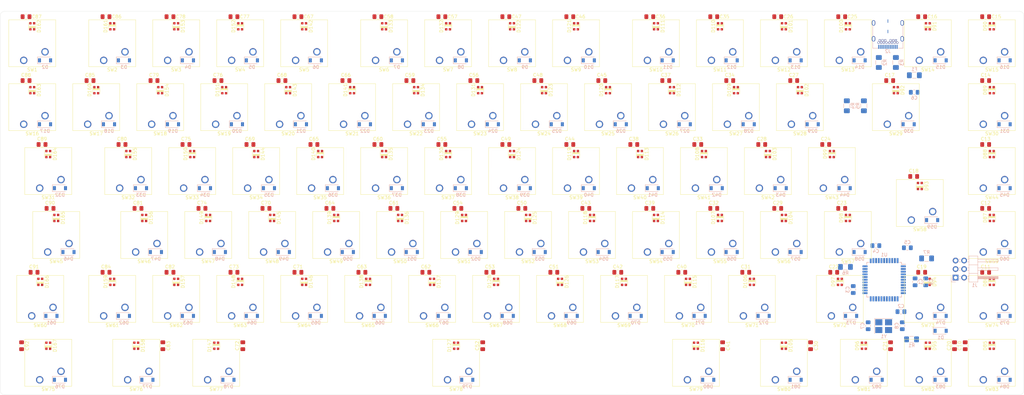
<source format=kicad_pcb>
(kicad_pcb (version 20171130) (host pcbnew 5.1.5+dfsg1-2build2)

  (general
    (thickness 1.6)
    (drawings 8)
    (tracks 0)
    (zones 0)
    (modules 354)
    (nets 216)
  )

  (page A3)
  (layers
    (0 F.Cu signal)
    (31 B.Cu signal)
    (32 B.Adhes user)
    (33 F.Adhes user)
    (34 B.Paste user)
    (35 F.Paste user)
    (36 B.SilkS user)
    (37 F.SilkS user)
    (38 B.Mask user)
    (39 F.Mask user)
    (40 Dwgs.User user)
    (41 Cmts.User user)
    (42 Eco1.User user)
    (43 Eco2.User user)
    (44 Edge.Cuts user)
    (45 Margin user)
    (46 B.CrtYd user)
    (47 F.CrtYd user)
    (48 B.Fab user)
    (49 F.Fab user)
  )

  (setup
    (last_trace_width 0.25)
    (trace_clearance 0.2)
    (zone_clearance 0.508)
    (zone_45_only no)
    (trace_min 0.2)
    (via_size 0.8)
    (via_drill 0.4)
    (via_min_size 0.6)
    (via_min_drill 0.3)
    (uvia_size 0.3)
    (uvia_drill 0.1)
    (uvias_allowed no)
    (uvia_min_size 0.2)
    (uvia_min_drill 0.1)
    (edge_width 0.05)
    (segment_width 0.2)
    (pcb_text_width 0.3)
    (pcb_text_size 1.5 1.5)
    (mod_edge_width 0.12)
    (mod_text_size 1 1)
    (mod_text_width 0.15)
    (pad_size 1.524 1.524)
    (pad_drill 0.762)
    (pad_to_mask_clearance 0.051)
    (solder_mask_min_width 0.25)
    (aux_axis_origin 0 0)
    (visible_elements FFFFF77F)
    (pcbplotparams
      (layerselection 0x010fc_ffffffff)
      (usegerberextensions false)
      (usegerberattributes false)
      (usegerberadvancedattributes false)
      (creategerberjobfile false)
      (excludeedgelayer true)
      (linewidth 0.100000)
      (plotframeref false)
      (viasonmask false)
      (mode 1)
      (useauxorigin false)
      (hpglpennumber 1)
      (hpglpenspeed 20)
      (hpglpendiameter 15.000000)
      (psnegative false)
      (psa4output false)
      (plotreference true)
      (plotvalue true)
      (plotinvisibletext false)
      (padsonsilk false)
      (subtractmaskfromsilk false)
      (outputformat 1)
      (mirror false)
      (drillshape 1)
      (scaleselection 1)
      (outputdirectory ""))
  )

  (net 0 "")
  (net 1 GND)
  (net 2 +5V)
  (net 3 "Net-(C7-Pad1)")
  (net 4 "Net-(C8-Pad2)")
  (net 5 "Net-(C9-Pad1)")
  (net 6 RST)
  (net 7 ROW0)
  (net 8 "Net-(D2-Pad2)")
  (net 9 "Net-(D3-Pad2)")
  (net 10 "Net-(D4-Pad2)")
  (net 11 "Net-(D5-Pad2)")
  (net 12 "Net-(D6-Pad2)")
  (net 13 "Net-(D7-Pad2)")
  (net 14 "Net-(D8-Pad2)")
  (net 15 "Net-(D9-Pad2)")
  (net 16 "Net-(D10-Pad2)")
  (net 17 "Net-(D11-Pad2)")
  (net 18 "Net-(D12-Pad2)")
  (net 19 "Net-(D13-Pad2)")
  (net 20 "Net-(D14-Pad2)")
  (net 21 "Net-(D15-Pad2)")
  (net 22 "Net-(D16-Pad2)")
  (net 23 ROW1)
  (net 24 "Net-(D17-Pad2)")
  (net 25 "Net-(D18-Pad2)")
  (net 26 "Net-(D19-Pad2)")
  (net 27 "Net-(D20-Pad2)")
  (net 28 "Net-(D21-Pad2)")
  (net 29 "Net-(D22-Pad2)")
  (net 30 "Net-(D23-Pad2)")
  (net 31 "Net-(D24-Pad2)")
  (net 32 "Net-(D25-Pad2)")
  (net 33 "Net-(D26-Pad2)")
  (net 34 "Net-(D27-Pad2)")
  (net 35 "Net-(D28-Pad2)")
  (net 36 "Net-(D29-Pad2)")
  (net 37 "Net-(D30-Pad2)")
  (net 38 "Net-(D31-Pad2)")
  (net 39 "Net-(D32-Pad2)")
  (net 40 ROW2)
  (net 41 "Net-(D33-Pad2)")
  (net 42 "Net-(D34-Pad2)")
  (net 43 "Net-(D35-Pad2)")
  (net 44 "Net-(D36-Pad2)")
  (net 45 "Net-(D37-Pad2)")
  (net 46 "Net-(D38-Pad2)")
  (net 47 "Net-(D39-Pad2)")
  (net 48 "Net-(D40-Pad2)")
  (net 49 "Net-(D41-Pad2)")
  (net 50 "Net-(D42-Pad2)")
  (net 51 "Net-(D43-Pad2)")
  (net 52 "Net-(D44-Pad2)")
  (net 53 "Net-(D45-Pad2)")
  (net 54 "Net-(D46-Pad2)")
  (net 55 ROW3)
  (net 56 "Net-(D47-Pad2)")
  (net 57 "Net-(D48-Pad2)")
  (net 58 "Net-(D49-Pad2)")
  (net 59 "Net-(D50-Pad2)")
  (net 60 "Net-(D51-Pad2)")
  (net 61 "Net-(D52-Pad2)")
  (net 62 "Net-(D53-Pad2)")
  (net 63 "Net-(D54-Pad2)")
  (net 64 "Net-(D55-Pad2)")
  (net 65 "Net-(D56-Pad2)")
  (net 66 "Net-(D57-Pad2)")
  (net 67 "Net-(D58-Pad2)")
  (net 68 "Net-(D59-Pad2)")
  (net 69 "Net-(D60-Pad2)")
  (net 70 ROW4)
  (net 71 "Net-(D61-Pad2)")
  (net 72 "Net-(D62-Pad2)")
  (net 73 "Net-(D63-Pad2)")
  (net 74 "Net-(D64-Pad2)")
  (net 75 "Net-(D65-Pad2)")
  (net 76 "Net-(D66-Pad2)")
  (net 77 "Net-(D67-Pad2)")
  (net 78 "Net-(D68-Pad2)")
  (net 79 "Net-(D69-Pad2)")
  (net 80 "Net-(D70-Pad2)")
  (net 81 "Net-(D71-Pad2)")
  (net 82 "Net-(D72-Pad2)")
  (net 83 "Net-(D73-Pad2)")
  (net 84 "Net-(D74-Pad2)")
  (net 85 "Net-(D75-Pad2)")
  (net 86 ROW5)
  (net 87 "Net-(D76-Pad2)")
  (net 88 "Net-(D77-Pad2)")
  (net 89 "Net-(D78-Pad2)")
  (net 90 "Net-(D79-Pad2)")
  (net 91 "Net-(D80-Pad2)")
  (net 92 "Net-(D81-Pad2)")
  (net 93 "Net-(D82-Pad2)")
  (net 94 "Net-(D83-Pad2)")
  (net 95 "Net-(D84-Pad2)")
  (net 96 "Net-(D85-Pad2)")
  (net 97 DIN)
  (net 98 "Net-(D86-Pad2)")
  (net 99 "Net-(D87-Pad2)")
  (net 100 "Net-(D88-Pad2)")
  (net 101 "Net-(D89-Pad2)")
  (net 102 "Net-(D90-Pad2)")
  (net 103 "Net-(D91-Pad2)")
  (net 104 "Net-(D92-Pad2)")
  (net 105 "Net-(D93-Pad2)")
  (net 106 "Net-(D94-Pad2)")
  (net 107 "Net-(D95-Pad2)")
  (net 108 "Net-(D96-Pad2)")
  (net 109 "Net-(D97-Pad2)")
  (net 110 "Net-(D98-Pad2)")
  (net 111 "Net-(D100-Pad4)")
  (net 112 "Net-(D100-Pad2)")
  (net 113 "Net-(D101-Pad2)")
  (net 114 "Net-(D102-Pad2)")
  (net 115 "Net-(D103-Pad2)")
  (net 116 "Net-(D104-Pad2)")
  (net 117 "Net-(D105-Pad2)")
  (net 118 "Net-(D106-Pad2)")
  (net 119 "Net-(D107-Pad2)")
  (net 120 "Net-(D108-Pad2)")
  (net 121 "Net-(D109-Pad2)")
  (net 122 "Net-(D110-Pad2)")
  (net 123 "Net-(D111-Pad2)")
  (net 124 "Net-(D112-Pad2)")
  (net 125 "Net-(D113-Pad2)")
  (net 126 "Net-(D114-Pad2)")
  (net 127 "Net-(D115-Pad2)")
  (net 128 "Net-(D116-Pad2)")
  (net 129 "Net-(D117-Pad2)")
  (net 130 "Net-(D118-Pad2)")
  (net 131 "Net-(D119-Pad2)")
  (net 132 "Net-(D120-Pad2)")
  (net 133 "Net-(D121-Pad2)")
  (net 134 "Net-(D122-Pad2)")
  (net 135 "Net-(D123-Pad2)")
  (net 136 "Net-(D124-Pad2)")
  (net 137 "Net-(D125-Pad2)")
  (net 138 "Net-(D126-Pad2)")
  (net 139 "Net-(D127-Pad2)")
  (net 140 "Net-(D128-Pad2)")
  (net 141 "Net-(D129-Pad2)")
  (net 142 "Net-(D130-Pad2)")
  (net 143 "Net-(D131-Pad2)")
  (net 144 "Net-(D132-Pad2)")
  (net 145 "Net-(D133-Pad2)")
  (net 146 "Net-(D134-Pad2)")
  (net 147 "Net-(D135-Pad2)")
  (net 148 "Net-(D136-Pad2)")
  (net 149 "Net-(D137-Pad2)")
  (net 150 "Net-(D138-Pad2)")
  (net 151 "Net-(D139-Pad2)")
  (net 152 "Net-(D140-Pad2)")
  (net 153 "Net-(D141-Pad2)")
  (net 154 "Net-(D142-Pad2)")
  (net 155 "Net-(D143-Pad2)")
  (net 156 "Net-(D144-Pad2)")
  (net 157 "Net-(D145-Pad2)")
  (net 158 "Net-(D146-Pad2)")
  (net 159 "Net-(D147-Pad2)")
  (net 160 "Net-(D148-Pad2)")
  (net 161 "Net-(D149-Pad2)")
  (net 162 "Net-(D150-Pad2)")
  (net 163 "Net-(D151-Pad2)")
  (net 164 "Net-(D152-Pad2)")
  (net 165 "Net-(D153-Pad2)")
  (net 166 "Net-(D154-Pad2)")
  (net 167 "Net-(D155-Pad2)")
  (net 168 "Net-(D156-Pad2)")
  (net 169 "Net-(D157-Pad2)")
  (net 170 "Net-(D158-Pad2)")
  (net 171 "Net-(D159-Pad2)")
  (net 172 "Net-(D160-Pad2)")
  (net 173 "Net-(D161-Pad2)")
  (net 174 "Net-(D162-Pad2)")
  (net 175 "Net-(D163-Pad2)")
  (net 176 "Net-(D164-Pad2)")
  (net 177 "Net-(D165-Pad2)")
  (net 178 "Net-(D166-Pad2)")
  (net 179 "Net-(D167-Pad2)")
  (net 180 "Net-(F1-Pad2)")
  (net 181 COL02)
  (net 182 COL00)
  (net 183 COL01)
  (net 184 "Net-(J2-PadA11)")
  (net 185 "Net-(J2-PadA10)")
  (net 186 "Net-(J2-PadA8)")
  (net 187 D-)
  (net 188 D+)
  (net 189 "Net-(J2-PadA5)")
  (net 190 "Net-(J2-PadA3)")
  (net 191 "Net-(J2-PadA2)")
  (net 192 "Net-(J2-PadB10)")
  (net 193 "Net-(J2-PadB3)")
  (net 194 "Net-(J2-PadB8)")
  (net 195 "Net-(J2-PadB5)")
  (net 196 "Net-(J2-PadB2)")
  (net 197 "Net-(J2-PadB11)")
  (net 198 "Net-(R6-Pad2)")
  (net 199 COL03)
  (net 200 COL04)
  (net 201 COL06)
  (net 202 COL07)
  (net 203 COL08)
  (net 204 COL09)
  (net 205 COL10)
  (net 206 COL11)
  (net 207 COL12)
  (net 208 COL13)
  (net 209 COL14)
  (net 210 COL15)
  (net 211 COL05)
  (net 212 "Net-(U1-Pad1)")
  (net 213 "Net-(U1-Pad8)")
  (net 214 "Net-(U1-Pad42)")
  (net 215 "Net-(R7-Pad2)")

  (net_class Default "Dies ist die voreingestellte Netzklasse."
    (clearance 0.2)
    (trace_width 0.25)
    (via_dia 0.8)
    (via_drill 0.4)
    (uvia_dia 0.3)
    (uvia_drill 0.1)
    (add_net +5V)
    (add_net COL00)
    (add_net COL01)
    (add_net COL02)
    (add_net COL03)
    (add_net COL04)
    (add_net COL05)
    (add_net COL06)
    (add_net COL07)
    (add_net COL08)
    (add_net COL09)
    (add_net COL10)
    (add_net COL11)
    (add_net COL12)
    (add_net COL13)
    (add_net COL14)
    (add_net COL15)
    (add_net D+)
    (add_net D-)
    (add_net DIN)
    (add_net GND)
    (add_net "Net-(C7-Pad1)")
    (add_net "Net-(C8-Pad2)")
    (add_net "Net-(C9-Pad1)")
    (add_net "Net-(D10-Pad2)")
    (add_net "Net-(D100-Pad2)")
    (add_net "Net-(D100-Pad4)")
    (add_net "Net-(D101-Pad2)")
    (add_net "Net-(D102-Pad2)")
    (add_net "Net-(D103-Pad2)")
    (add_net "Net-(D104-Pad2)")
    (add_net "Net-(D105-Pad2)")
    (add_net "Net-(D106-Pad2)")
    (add_net "Net-(D107-Pad2)")
    (add_net "Net-(D108-Pad2)")
    (add_net "Net-(D109-Pad2)")
    (add_net "Net-(D11-Pad2)")
    (add_net "Net-(D110-Pad2)")
    (add_net "Net-(D111-Pad2)")
    (add_net "Net-(D112-Pad2)")
    (add_net "Net-(D113-Pad2)")
    (add_net "Net-(D114-Pad2)")
    (add_net "Net-(D115-Pad2)")
    (add_net "Net-(D116-Pad2)")
    (add_net "Net-(D117-Pad2)")
    (add_net "Net-(D118-Pad2)")
    (add_net "Net-(D119-Pad2)")
    (add_net "Net-(D12-Pad2)")
    (add_net "Net-(D120-Pad2)")
    (add_net "Net-(D121-Pad2)")
    (add_net "Net-(D122-Pad2)")
    (add_net "Net-(D123-Pad2)")
    (add_net "Net-(D124-Pad2)")
    (add_net "Net-(D125-Pad2)")
    (add_net "Net-(D126-Pad2)")
    (add_net "Net-(D127-Pad2)")
    (add_net "Net-(D128-Pad2)")
    (add_net "Net-(D129-Pad2)")
    (add_net "Net-(D13-Pad2)")
    (add_net "Net-(D130-Pad2)")
    (add_net "Net-(D131-Pad2)")
    (add_net "Net-(D132-Pad2)")
    (add_net "Net-(D133-Pad2)")
    (add_net "Net-(D134-Pad2)")
    (add_net "Net-(D135-Pad2)")
    (add_net "Net-(D136-Pad2)")
    (add_net "Net-(D137-Pad2)")
    (add_net "Net-(D138-Pad2)")
    (add_net "Net-(D139-Pad2)")
    (add_net "Net-(D14-Pad2)")
    (add_net "Net-(D140-Pad2)")
    (add_net "Net-(D141-Pad2)")
    (add_net "Net-(D142-Pad2)")
    (add_net "Net-(D143-Pad2)")
    (add_net "Net-(D144-Pad2)")
    (add_net "Net-(D145-Pad2)")
    (add_net "Net-(D146-Pad2)")
    (add_net "Net-(D147-Pad2)")
    (add_net "Net-(D148-Pad2)")
    (add_net "Net-(D149-Pad2)")
    (add_net "Net-(D15-Pad2)")
    (add_net "Net-(D150-Pad2)")
    (add_net "Net-(D151-Pad2)")
    (add_net "Net-(D152-Pad2)")
    (add_net "Net-(D153-Pad2)")
    (add_net "Net-(D154-Pad2)")
    (add_net "Net-(D155-Pad2)")
    (add_net "Net-(D156-Pad2)")
    (add_net "Net-(D157-Pad2)")
    (add_net "Net-(D158-Pad2)")
    (add_net "Net-(D159-Pad2)")
    (add_net "Net-(D16-Pad2)")
    (add_net "Net-(D160-Pad2)")
    (add_net "Net-(D161-Pad2)")
    (add_net "Net-(D162-Pad2)")
    (add_net "Net-(D163-Pad2)")
    (add_net "Net-(D164-Pad2)")
    (add_net "Net-(D165-Pad2)")
    (add_net "Net-(D166-Pad2)")
    (add_net "Net-(D167-Pad2)")
    (add_net "Net-(D17-Pad2)")
    (add_net "Net-(D18-Pad2)")
    (add_net "Net-(D19-Pad2)")
    (add_net "Net-(D2-Pad2)")
    (add_net "Net-(D20-Pad2)")
    (add_net "Net-(D21-Pad2)")
    (add_net "Net-(D22-Pad2)")
    (add_net "Net-(D23-Pad2)")
    (add_net "Net-(D24-Pad2)")
    (add_net "Net-(D25-Pad2)")
    (add_net "Net-(D26-Pad2)")
    (add_net "Net-(D27-Pad2)")
    (add_net "Net-(D28-Pad2)")
    (add_net "Net-(D29-Pad2)")
    (add_net "Net-(D3-Pad2)")
    (add_net "Net-(D30-Pad2)")
    (add_net "Net-(D31-Pad2)")
    (add_net "Net-(D32-Pad2)")
    (add_net "Net-(D33-Pad2)")
    (add_net "Net-(D34-Pad2)")
    (add_net "Net-(D35-Pad2)")
    (add_net "Net-(D36-Pad2)")
    (add_net "Net-(D37-Pad2)")
    (add_net "Net-(D38-Pad2)")
    (add_net "Net-(D39-Pad2)")
    (add_net "Net-(D4-Pad2)")
    (add_net "Net-(D40-Pad2)")
    (add_net "Net-(D41-Pad2)")
    (add_net "Net-(D42-Pad2)")
    (add_net "Net-(D43-Pad2)")
    (add_net "Net-(D44-Pad2)")
    (add_net "Net-(D45-Pad2)")
    (add_net "Net-(D46-Pad2)")
    (add_net "Net-(D47-Pad2)")
    (add_net "Net-(D48-Pad2)")
    (add_net "Net-(D49-Pad2)")
    (add_net "Net-(D5-Pad2)")
    (add_net "Net-(D50-Pad2)")
    (add_net "Net-(D51-Pad2)")
    (add_net "Net-(D52-Pad2)")
    (add_net "Net-(D53-Pad2)")
    (add_net "Net-(D54-Pad2)")
    (add_net "Net-(D55-Pad2)")
    (add_net "Net-(D56-Pad2)")
    (add_net "Net-(D57-Pad2)")
    (add_net "Net-(D58-Pad2)")
    (add_net "Net-(D59-Pad2)")
    (add_net "Net-(D6-Pad2)")
    (add_net "Net-(D60-Pad2)")
    (add_net "Net-(D61-Pad2)")
    (add_net "Net-(D62-Pad2)")
    (add_net "Net-(D63-Pad2)")
    (add_net "Net-(D64-Pad2)")
    (add_net "Net-(D65-Pad2)")
    (add_net "Net-(D66-Pad2)")
    (add_net "Net-(D67-Pad2)")
    (add_net "Net-(D68-Pad2)")
    (add_net "Net-(D69-Pad2)")
    (add_net "Net-(D7-Pad2)")
    (add_net "Net-(D70-Pad2)")
    (add_net "Net-(D71-Pad2)")
    (add_net "Net-(D72-Pad2)")
    (add_net "Net-(D73-Pad2)")
    (add_net "Net-(D74-Pad2)")
    (add_net "Net-(D75-Pad2)")
    (add_net "Net-(D76-Pad2)")
    (add_net "Net-(D77-Pad2)")
    (add_net "Net-(D78-Pad2)")
    (add_net "Net-(D79-Pad2)")
    (add_net "Net-(D8-Pad2)")
    (add_net "Net-(D80-Pad2)")
    (add_net "Net-(D81-Pad2)")
    (add_net "Net-(D82-Pad2)")
    (add_net "Net-(D83-Pad2)")
    (add_net "Net-(D84-Pad2)")
    (add_net "Net-(D85-Pad2)")
    (add_net "Net-(D86-Pad2)")
    (add_net "Net-(D87-Pad2)")
    (add_net "Net-(D88-Pad2)")
    (add_net "Net-(D89-Pad2)")
    (add_net "Net-(D9-Pad2)")
    (add_net "Net-(D90-Pad2)")
    (add_net "Net-(D91-Pad2)")
    (add_net "Net-(D92-Pad2)")
    (add_net "Net-(D93-Pad2)")
    (add_net "Net-(D94-Pad2)")
    (add_net "Net-(D95-Pad2)")
    (add_net "Net-(D96-Pad2)")
    (add_net "Net-(D97-Pad2)")
    (add_net "Net-(D98-Pad2)")
    (add_net "Net-(F1-Pad2)")
    (add_net "Net-(J2-PadA10)")
    (add_net "Net-(J2-PadA11)")
    (add_net "Net-(J2-PadA2)")
    (add_net "Net-(J2-PadA3)")
    (add_net "Net-(J2-PadA5)")
    (add_net "Net-(J2-PadA8)")
    (add_net "Net-(J2-PadB10)")
    (add_net "Net-(J2-PadB11)")
    (add_net "Net-(J2-PadB2)")
    (add_net "Net-(J2-PadB3)")
    (add_net "Net-(J2-PadB5)")
    (add_net "Net-(J2-PadB8)")
    (add_net "Net-(R6-Pad2)")
    (add_net "Net-(R7-Pad2)")
    (add_net "Net-(U1-Pad1)")
    (add_net "Net-(U1-Pad42)")
    (add_net "Net-(U1-Pad8)")
    (add_net ROW0)
    (add_net ROW1)
    (add_net ROW2)
    (add_net ROW3)
    (add_net ROW4)
    (add_net ROW5)
    (add_net RST)
  )

  (module Resistor_SMD:R_1206_3216Metric_Pad1.42x1.75mm_HandSolder (layer B.Cu) (tedit 5B301BBD) (tstamp 5F26397F)
    (at 313.944 111.76 180)
    (descr "Resistor SMD 1206 (3216 Metric), square (rectangular) end terminal, IPC_7351 nominal with elongated pad for handsoldering. (Body size source: http://www.tortai-tech.com/upload/download/2011102023233369053.pdf), generated with kicad-footprint-generator")
    (tags "resistor handsolder")
    (path /5F259898)
    (attr smd)
    (fp_text reference R7 (at 0 1.82) (layer B.SilkS)
      (effects (font (size 1 1) (thickness 0.15)) (justify mirror))
    )
    (fp_text value 470 (at 0 -1.82) (layer B.Fab)
      (effects (font (size 1 1) (thickness 0.15)) (justify mirror))
    )
    (fp_text user %R (at 0 0) (layer B.Fab)
      (effects (font (size 0.8 0.8) (thickness 0.12)) (justify mirror))
    )
    (fp_line (start 2.45 -1.12) (end -2.45 -1.12) (layer B.CrtYd) (width 0.05))
    (fp_line (start 2.45 1.12) (end 2.45 -1.12) (layer B.CrtYd) (width 0.05))
    (fp_line (start -2.45 1.12) (end 2.45 1.12) (layer B.CrtYd) (width 0.05))
    (fp_line (start -2.45 -1.12) (end -2.45 1.12) (layer B.CrtYd) (width 0.05))
    (fp_line (start -0.602064 -0.91) (end 0.602064 -0.91) (layer B.SilkS) (width 0.12))
    (fp_line (start -0.602064 0.91) (end 0.602064 0.91) (layer B.SilkS) (width 0.12))
    (fp_line (start 1.6 -0.8) (end -1.6 -0.8) (layer B.Fab) (width 0.1))
    (fp_line (start 1.6 0.8) (end 1.6 -0.8) (layer B.Fab) (width 0.1))
    (fp_line (start -1.6 0.8) (end 1.6 0.8) (layer B.Fab) (width 0.1))
    (fp_line (start -1.6 -0.8) (end -1.6 0.8) (layer B.Fab) (width 0.1))
    (pad 2 smd roundrect (at 1.4875 0 180) (size 1.425 1.75) (layers B.Cu B.Paste B.Mask) (roundrect_rratio 0.175439)
      (net 215 "Net-(R7-Pad2)"))
    (pad 1 smd roundrect (at -1.4875 0 180) (size 1.425 1.75) (layers B.Cu B.Paste B.Mask) (roundrect_rratio 0.175439)
      (net 97 DIN))
    (model ${KISYS3DMOD}/Resistor_SMD.3dshapes/R_1206_3216Metric.wrl
      (at (xyz 0 0 0))
      (scale (xyz 1 1 1))
      (rotate (xyz 0 0 0))
    )
  )

  (module kezboard-pcb:LED_WS2812_2020 (layer F.Cu) (tedit 5F1C4B34) (tstamp 5F1B709E)
    (at 333.375 137.795 90)
    (descr https://www.peace-corp.co.jp/data/WS2812-2020_V1.0_EN.pdf)
    (path /5F949B9C/5F9E7A8D)
    (fp_text reference D85 (at 0 -2 90) (layer F.SilkS)
      (effects (font (size 1 1) (thickness 0.15)))
    )
    (fp_text value WS2812B (at 0 2 90) (layer F.Fab)
      (effects (font (size 1 1) (thickness 0.15)))
    )
    (fp_line (start -1.1 -1) (end 1.1 -1) (layer F.Fab) (width 0.1))
    (fp_line (start 1.1 -1) (end 1.1 1) (layer F.Fab) (width 0.1))
    (fp_line (start 1.1 1) (end -1.1 1) (layer F.Fab) (width 0.1))
    (fp_line (start -1.1 1) (end -1.1 -1) (layer F.Fab) (width 0.1))
    (fp_text user %R (at 0 0 90) (layer F.Fab)
      (effects (font (size 0.5 0.5) (thickness 0.1)))
    )
    (fp_line (start -1.1 -1.11) (end 1.1 -1.11) (layer F.SilkS) (width 0.12))
    (fp_line (start 1.1 1.11) (end -1.1 1.11) (layer F.SilkS) (width 0.12))
    (fp_poly (pts (xy 0.45 0.9) (xy 0.05 0.9) (xy 0.05 -0.9) (xy 0.45 -0.9)) (layer F.SilkS) (width 0.1))
    (pad 2 smd rect (at 0.9015 0.55 90) (size 0.7 0.7) (layers F.Cu F.Paste F.Mask)
      (net 96 "Net-(D85-Pad2)"))
    (pad 3 smd rect (at 0.9015 -0.55 90) (size 0.7 0.7) (layers F.Cu F.Paste F.Mask)
      (net 1 GND))
    (pad 4 smd rect (at -0.9015 -0.55 90) (size 0.7 0.7) (layers F.Cu F.Paste F.Mask)
      (net 97 DIN))
    (pad 1 smd rect (at -0.9015 0.55 90) (size 0.7 0.7) (layers F.Cu F.Paste F.Mask)
      (net 2 +5V))
  )

  (module kezboard-pcb:LED_WS2812_2020 (layer F.Cu) (tedit 5F1C4B34) (tstamp 5F15F975)
    (at 333.375 118.745 90)
    (descr https://www.peace-corp.co.jp/data/WS2812-2020_V1.0_EN.pdf)
    (path /5F949B9C/5FD3F1F5)
    (fp_text reference D86 (at 0 -2 90) (layer F.SilkS)
      (effects (font (size 1 1) (thickness 0.15)))
    )
    (fp_text value WS2812B (at 0 2 90) (layer F.Fab)
      (effects (font (size 1 1) (thickness 0.15)))
    )
    (fp_poly (pts (xy 0.45 0.9) (xy 0.05 0.9) (xy 0.05 -0.9) (xy 0.45 -0.9)) (layer F.SilkS) (width 0.1))
    (fp_line (start 1.1 1.11) (end -1.1 1.11) (layer F.SilkS) (width 0.12))
    (fp_line (start -1.1 -1.11) (end 1.1 -1.11) (layer F.SilkS) (width 0.12))
    (fp_text user %R (at 0 0 90) (layer F.Fab)
      (effects (font (size 0.5 0.5) (thickness 0.1)))
    )
    (fp_line (start -1.1 1) (end -1.1 -1) (layer F.Fab) (width 0.1))
    (fp_line (start 1.1 1) (end -1.1 1) (layer F.Fab) (width 0.1))
    (fp_line (start 1.1 -1) (end 1.1 1) (layer F.Fab) (width 0.1))
    (fp_line (start -1.1 -1) (end 1.1 -1) (layer F.Fab) (width 0.1))
    (pad 1 smd rect (at -0.9015 0.55 90) (size 0.7 0.7) (layers F.Cu F.Paste F.Mask)
      (net 2 +5V))
    (pad 4 smd rect (at -0.9015 -0.55 90) (size 0.7 0.7) (layers F.Cu F.Paste F.Mask)
      (net 96 "Net-(D85-Pad2)"))
    (pad 3 smd rect (at 0.9015 -0.55 90) (size 0.7 0.7) (layers F.Cu F.Paste F.Mask)
      (net 1 GND))
    (pad 2 smd rect (at 0.9015 0.55 90) (size 0.7 0.7) (layers F.Cu F.Paste F.Mask)
      (net 98 "Net-(D86-Pad2)"))
  )

  (module kezboard-pcb:LED_WS2812_2020 (layer F.Cu) (tedit 5F1C4B34) (tstamp 5F1B738A)
    (at 333.375 99.695 90)
    (descr https://www.peace-corp.co.jp/data/WS2812-2020_V1.0_EN.pdf)
    (path /5F949B9C/5FD40FA8)
    (fp_text reference D87 (at 0 -2 90) (layer F.SilkS)
      (effects (font (size 1 1) (thickness 0.15)))
    )
    (fp_text value WS2812B (at 0 2 90) (layer F.Fab)
      (effects (font (size 1 1) (thickness 0.15)))
    )
    (fp_poly (pts (xy 0.45 0.9) (xy 0.05 0.9) (xy 0.05 -0.9) (xy 0.45 -0.9)) (layer F.SilkS) (width 0.1))
    (fp_line (start 1.1 1.11) (end -1.1 1.11) (layer F.SilkS) (width 0.12))
    (fp_line (start -1.1 -1.11) (end 1.1 -1.11) (layer F.SilkS) (width 0.12))
    (fp_text user %R (at 0 0 90) (layer F.Fab)
      (effects (font (size 0.5 0.5) (thickness 0.1)))
    )
    (fp_line (start -1.1 1) (end -1.1 -1) (layer F.Fab) (width 0.1))
    (fp_line (start 1.1 1) (end -1.1 1) (layer F.Fab) (width 0.1))
    (fp_line (start 1.1 -1) (end 1.1 1) (layer F.Fab) (width 0.1))
    (fp_line (start -1.1 -1) (end 1.1 -1) (layer F.Fab) (width 0.1))
    (pad 1 smd rect (at -0.9015 0.55 90) (size 0.7 0.7) (layers F.Cu F.Paste F.Mask)
      (net 2 +5V))
    (pad 4 smd rect (at -0.9015 -0.55 90) (size 0.7 0.7) (layers F.Cu F.Paste F.Mask)
      (net 98 "Net-(D86-Pad2)"))
    (pad 3 smd rect (at 0.9015 -0.55 90) (size 0.7 0.7) (layers F.Cu F.Paste F.Mask)
      (net 1 GND))
    (pad 2 smd rect (at 0.9015 0.55 90) (size 0.7 0.7) (layers F.Cu F.Paste F.Mask)
      (net 99 "Net-(D87-Pad2)"))
  )

  (module kezboard-pcb:LED_WS2812_2020 (layer F.Cu) (tedit 5F1C4B34) (tstamp 5F25A25B)
    (at 333.375 80.645 90)
    (descr https://www.peace-corp.co.jp/data/WS2812-2020_V1.0_EN.pdf)
    (path /5F949B9C/5FD423CF)
    (fp_text reference D88 (at 0 -2 90) (layer F.SilkS)
      (effects (font (size 1 1) (thickness 0.15)))
    )
    (fp_text value WS2812B (at 0 2 90) (layer F.Fab)
      (effects (font (size 1 1) (thickness 0.15)))
    )
    (fp_poly (pts (xy 0.45 0.9) (xy 0.05 0.9) (xy 0.05 -0.9) (xy 0.45 -0.9)) (layer F.SilkS) (width 0.1))
    (fp_line (start 1.1 1.11) (end -1.1 1.11) (layer F.SilkS) (width 0.12))
    (fp_line (start -1.1 -1.11) (end 1.1 -1.11) (layer F.SilkS) (width 0.12))
    (fp_text user %R (at 0 0 90) (layer F.Fab)
      (effects (font (size 0.5 0.5) (thickness 0.1)))
    )
    (fp_line (start -1.1 1) (end -1.1 -1) (layer F.Fab) (width 0.1))
    (fp_line (start 1.1 1) (end -1.1 1) (layer F.Fab) (width 0.1))
    (fp_line (start 1.1 -1) (end 1.1 1) (layer F.Fab) (width 0.1))
    (fp_line (start -1.1 -1) (end 1.1 -1) (layer F.Fab) (width 0.1))
    (pad 1 smd rect (at -0.9015 0.55 90) (size 0.7 0.7) (layers F.Cu F.Paste F.Mask)
      (net 2 +5V))
    (pad 4 smd rect (at -0.9015 -0.55 90) (size 0.7 0.7) (layers F.Cu F.Paste F.Mask)
      (net 99 "Net-(D87-Pad2)"))
    (pad 3 smd rect (at 0.9015 -0.55 90) (size 0.7 0.7) (layers F.Cu F.Paste F.Mask)
      (net 1 GND))
    (pad 2 smd rect (at 0.9015 0.55 90) (size 0.7 0.7) (layers F.Cu F.Paste F.Mask)
      (net 100 "Net-(D88-Pad2)"))
  )

  (module kezboard-pcb:LED_WS2812_2020 (layer F.Cu) (tedit 5F1C4B34) (tstamp 5F15F9A2)
    (at 333.375 61.595 90)
    (descr https://www.peace-corp.co.jp/data/WS2812-2020_V1.0_EN.pdf)
    (path /5F949B9C/5FD43994)
    (fp_text reference D89 (at 0 -2 90) (layer F.SilkS)
      (effects (font (size 1 1) (thickness 0.15)))
    )
    (fp_text value WS2812B (at 0 2 90) (layer F.Fab)
      (effects (font (size 1 1) (thickness 0.15)))
    )
    (fp_line (start -1.1 -1) (end 1.1 -1) (layer F.Fab) (width 0.1))
    (fp_line (start 1.1 -1) (end 1.1 1) (layer F.Fab) (width 0.1))
    (fp_line (start 1.1 1) (end -1.1 1) (layer F.Fab) (width 0.1))
    (fp_line (start -1.1 1) (end -1.1 -1) (layer F.Fab) (width 0.1))
    (fp_text user %R (at 0 0 90) (layer F.Fab)
      (effects (font (size 0.5 0.5) (thickness 0.1)))
    )
    (fp_line (start -1.1 -1.11) (end 1.1 -1.11) (layer F.SilkS) (width 0.12))
    (fp_line (start 1.1 1.11) (end -1.1 1.11) (layer F.SilkS) (width 0.12))
    (fp_poly (pts (xy 0.45 0.9) (xy 0.05 0.9) (xy 0.05 -0.9) (xy 0.45 -0.9)) (layer F.SilkS) (width 0.1))
    (pad 2 smd rect (at 0.9015 0.55 90) (size 0.7 0.7) (layers F.Cu F.Paste F.Mask)
      (net 101 "Net-(D89-Pad2)"))
    (pad 3 smd rect (at 0.9015 -0.55 90) (size 0.7 0.7) (layers F.Cu F.Paste F.Mask)
      (net 1 GND))
    (pad 4 smd rect (at -0.9015 -0.55 90) (size 0.7 0.7) (layers F.Cu F.Paste F.Mask)
      (net 100 "Net-(D88-Pad2)"))
    (pad 1 smd rect (at -0.9015 0.55 90) (size 0.7 0.7) (layers F.Cu F.Paste F.Mask)
      (net 2 +5V))
  )

  (module kezboard-pcb:LED_WS2812_2020 (layer F.Cu) (tedit 5F1C4B34) (tstamp 5F15F9B1)
    (at 333.375 42.545 90)
    (descr https://www.peace-corp.co.jp/data/WS2812-2020_V1.0_EN.pdf)
    (path /5F949B9C/5F62CAD6)
    (fp_text reference D90 (at 0 -2 90) (layer F.SilkS)
      (effects (font (size 1 1) (thickness 0.15)))
    )
    (fp_text value WS2812B (at 0 2 90) (layer F.Fab)
      (effects (font (size 1 1) (thickness 0.15)))
    )
    (fp_poly (pts (xy 0.45 0.9) (xy 0.05 0.9) (xy 0.05 -0.9) (xy 0.45 -0.9)) (layer F.SilkS) (width 0.1))
    (fp_line (start 1.1 1.11) (end -1.1 1.11) (layer F.SilkS) (width 0.12))
    (fp_line (start -1.1 -1.11) (end 1.1 -1.11) (layer F.SilkS) (width 0.12))
    (fp_text user %R (at 0 0 90) (layer F.Fab)
      (effects (font (size 0.5 0.5) (thickness 0.1)))
    )
    (fp_line (start -1.1 1) (end -1.1 -1) (layer F.Fab) (width 0.1))
    (fp_line (start 1.1 1) (end -1.1 1) (layer F.Fab) (width 0.1))
    (fp_line (start 1.1 -1) (end 1.1 1) (layer F.Fab) (width 0.1))
    (fp_line (start -1.1 -1) (end 1.1 -1) (layer F.Fab) (width 0.1))
    (pad 1 smd rect (at -0.9015 0.55 90) (size 0.7 0.7) (layers F.Cu F.Paste F.Mask)
      (net 2 +5V))
    (pad 4 smd rect (at -0.9015 -0.55 90) (size 0.7 0.7) (layers F.Cu F.Paste F.Mask)
      (net 101 "Net-(D89-Pad2)"))
    (pad 3 smd rect (at 0.9015 -0.55 90) (size 0.7 0.7) (layers F.Cu F.Paste F.Mask)
      (net 1 GND))
    (pad 2 smd rect (at 0.9015 0.55 90) (size 0.7 0.7) (layers F.Cu F.Paste F.Mask)
      (net 102 "Net-(D90-Pad2)"))
  )

  (module kezboard-pcb:LED_WS2812_2020 (layer F.Cu) (tedit 5F1C4B34) (tstamp 5F15F9C0)
    (at 314.325 42.545 270)
    (descr https://www.peace-corp.co.jp/data/WS2812-2020_V1.0_EN.pdf)
    (path /5F949B9C/5F62CAF9)
    (fp_text reference D91 (at 0 -2 90) (layer F.SilkS)
      (effects (font (size 1 1) (thickness 0.15)))
    )
    (fp_text value WS2812B (at 0 2 90) (layer F.Fab)
      (effects (font (size 1 1) (thickness 0.15)))
    )
    (fp_line (start -1.1 -1) (end 1.1 -1) (layer F.Fab) (width 0.1))
    (fp_line (start 1.1 -1) (end 1.1 1) (layer F.Fab) (width 0.1))
    (fp_line (start 1.1 1) (end -1.1 1) (layer F.Fab) (width 0.1))
    (fp_line (start -1.1 1) (end -1.1 -1) (layer F.Fab) (width 0.1))
    (fp_text user %R (at 0 0 90) (layer F.Fab)
      (effects (font (size 0.5 0.5) (thickness 0.1)))
    )
    (fp_line (start -1.1 -1.11) (end 1.1 -1.11) (layer F.SilkS) (width 0.12))
    (fp_line (start 1.1 1.11) (end -1.1 1.11) (layer F.SilkS) (width 0.12))
    (fp_poly (pts (xy 0.45 0.9) (xy 0.05 0.9) (xy 0.05 -0.9) (xy 0.45 -0.9)) (layer F.SilkS) (width 0.1))
    (pad 2 smd rect (at 0.9015 0.55 270) (size 0.7 0.7) (layers F.Cu F.Paste F.Mask)
      (net 103 "Net-(D91-Pad2)"))
    (pad 3 smd rect (at 0.9015 -0.55 270) (size 0.7 0.7) (layers F.Cu F.Paste F.Mask)
      (net 1 GND))
    (pad 4 smd rect (at -0.9015 -0.55 270) (size 0.7 0.7) (layers F.Cu F.Paste F.Mask)
      (net 102 "Net-(D90-Pad2)"))
    (pad 1 smd rect (at -0.9015 0.55 270) (size 0.7 0.7) (layers F.Cu F.Paste F.Mask)
      (net 2 +5V))
  )

  (module kezboard-pcb:LED_WS2812_2020 (layer F.Cu) (tedit 5F1C4B34) (tstamp 5F15F9CF)
    (at 304.8 61.595 270)
    (descr https://www.peace-corp.co.jp/data/WS2812-2020_V1.0_EN.pdf)
    (path /5F949B9C/5F62CB1C)
    (fp_text reference D92 (at 0 -2 90) (layer F.SilkS)
      (effects (font (size 1 1) (thickness 0.15)))
    )
    (fp_text value WS2812B (at 0 2 90) (layer F.Fab)
      (effects (font (size 1 1) (thickness 0.15)))
    )
    (fp_poly (pts (xy 0.45 0.9) (xy 0.05 0.9) (xy 0.05 -0.9) (xy 0.45 -0.9)) (layer F.SilkS) (width 0.1))
    (fp_line (start 1.1 1.11) (end -1.1 1.11) (layer F.SilkS) (width 0.12))
    (fp_line (start -1.1 -1.11) (end 1.1 -1.11) (layer F.SilkS) (width 0.12))
    (fp_text user %R (at 0 0 90) (layer F.Fab)
      (effects (font (size 0.5 0.5) (thickness 0.1)))
    )
    (fp_line (start -1.1 1) (end -1.1 -1) (layer F.Fab) (width 0.1))
    (fp_line (start 1.1 1) (end -1.1 1) (layer F.Fab) (width 0.1))
    (fp_line (start 1.1 -1) (end 1.1 1) (layer F.Fab) (width 0.1))
    (fp_line (start -1.1 -1) (end 1.1 -1) (layer F.Fab) (width 0.1))
    (pad 1 smd rect (at -0.9015 0.55 270) (size 0.7 0.7) (layers F.Cu F.Paste F.Mask)
      (net 2 +5V))
    (pad 4 smd rect (at -0.9015 -0.55 270) (size 0.7 0.7) (layers F.Cu F.Paste F.Mask)
      (net 103 "Net-(D91-Pad2)"))
    (pad 3 smd rect (at 0.9015 -0.55 270) (size 0.7 0.7) (layers F.Cu F.Paste F.Mask)
      (net 1 GND))
    (pad 2 smd rect (at 0.9015 0.55 270) (size 0.7 0.7) (layers F.Cu F.Paste F.Mask)
      (net 104 "Net-(D92-Pad2)"))
  )

  (module kezboard-pcb:LED_WS2812_2020 (layer F.Cu) (tedit 5F1C4B34) (tstamp 5F15F9DE)
    (at 311.94375 90.17 270)
    (descr https://www.peace-corp.co.jp/data/WS2812-2020_V1.0_EN.pdf)
    (path /5F949B9C/5F62CB3F)
    (fp_text reference D93 (at 0 -2 90) (layer F.SilkS)
      (effects (font (size 1 1) (thickness 0.15)))
    )
    (fp_text value WS2812B (at 0 2 90) (layer F.Fab)
      (effects (font (size 1 1) (thickness 0.15)))
    )
    (fp_line (start -1.1 -1) (end 1.1 -1) (layer F.Fab) (width 0.1))
    (fp_line (start 1.1 -1) (end 1.1 1) (layer F.Fab) (width 0.1))
    (fp_line (start 1.1 1) (end -1.1 1) (layer F.Fab) (width 0.1))
    (fp_line (start -1.1 1) (end -1.1 -1) (layer F.Fab) (width 0.1))
    (fp_text user %R (at 0 0 90) (layer F.Fab)
      (effects (font (size 0.5 0.5) (thickness 0.1)))
    )
    (fp_line (start -1.1 -1.11) (end 1.1 -1.11) (layer F.SilkS) (width 0.12))
    (fp_line (start 1.1 1.11) (end -1.1 1.11) (layer F.SilkS) (width 0.12))
    (fp_poly (pts (xy 0.45 0.9) (xy 0.05 0.9) (xy 0.05 -0.9) (xy 0.45 -0.9)) (layer F.SilkS) (width 0.1))
    (pad 2 smd rect (at 0.9015 0.55 270) (size 0.7 0.7) (layers F.Cu F.Paste F.Mask)
      (net 105 "Net-(D93-Pad2)"))
    (pad 3 smd rect (at 0.9015 -0.55 270) (size 0.7 0.7) (layers F.Cu F.Paste F.Mask)
      (net 1 GND))
    (pad 4 smd rect (at -0.9015 -0.55 270) (size 0.7 0.7) (layers F.Cu F.Paste F.Mask)
      (net 104 "Net-(D92-Pad2)"))
    (pad 1 smd rect (at -0.9015 0.55 270) (size 0.7 0.7) (layers F.Cu F.Paste F.Mask)
      (net 2 +5V))
  )

  (module kezboard-pcb:LED_WS2812_2020 (layer F.Cu) (tedit 5F1C4B34) (tstamp 5F15F9ED)
    (at 314.325 118.745 270)
    (descr https://www.peace-corp.co.jp/data/WS2812-2020_V1.0_EN.pdf)
    (path /5F949B9C/5F62CB61)
    (fp_text reference D94 (at 0 -2 90) (layer F.SilkS)
      (effects (font (size 1 1) (thickness 0.15)))
    )
    (fp_text value WS2812B (at 0 2 90) (layer F.Fab)
      (effects (font (size 1 1) (thickness 0.15)))
    )
    (fp_poly (pts (xy 0.45 0.9) (xy 0.05 0.9) (xy 0.05 -0.9) (xy 0.45 -0.9)) (layer F.SilkS) (width 0.1))
    (fp_line (start 1.1 1.11) (end -1.1 1.11) (layer F.SilkS) (width 0.12))
    (fp_line (start -1.1 -1.11) (end 1.1 -1.11) (layer F.SilkS) (width 0.12))
    (fp_text user %R (at 0 0 90) (layer F.Fab)
      (effects (font (size 0.5 0.5) (thickness 0.1)))
    )
    (fp_line (start -1.1 1) (end -1.1 -1) (layer F.Fab) (width 0.1))
    (fp_line (start 1.1 1) (end -1.1 1) (layer F.Fab) (width 0.1))
    (fp_line (start 1.1 -1) (end 1.1 1) (layer F.Fab) (width 0.1))
    (fp_line (start -1.1 -1) (end 1.1 -1) (layer F.Fab) (width 0.1))
    (pad 1 smd rect (at -0.9015 0.55 270) (size 0.7 0.7) (layers F.Cu F.Paste F.Mask)
      (net 2 +5V))
    (pad 4 smd rect (at -0.9015 -0.55 270) (size 0.7 0.7) (layers F.Cu F.Paste F.Mask)
      (net 105 "Net-(D93-Pad2)"))
    (pad 3 smd rect (at 0.9015 -0.55 270) (size 0.7 0.7) (layers F.Cu F.Paste F.Mask)
      (net 1 GND))
    (pad 2 smd rect (at 0.9015 0.55 270) (size 0.7 0.7) (layers F.Cu F.Paste F.Mask)
      (net 106 "Net-(D94-Pad2)"))
  )

  (module kezboard-pcb:LED_WS2812_2020 (layer F.Cu) (tedit 5F1C4B34) (tstamp 5F15F9FC)
    (at 314.325 137.795 270)
    (descr https://www.peace-corp.co.jp/data/WS2812-2020_V1.0_EN.pdf)
    (path /5F949B9C/5F6A6266)
    (fp_text reference D95 (at 0 -2 90) (layer F.SilkS)
      (effects (font (size 1 1) (thickness 0.15)))
    )
    (fp_text value WS2812B (at 0 2 90) (layer F.Fab)
      (effects (font (size 1 1) (thickness 0.15)))
    )
    (fp_poly (pts (xy 0.45 0.9) (xy 0.05 0.9) (xy 0.05 -0.9) (xy 0.45 -0.9)) (layer F.SilkS) (width 0.1))
    (fp_line (start 1.1 1.11) (end -1.1 1.11) (layer F.SilkS) (width 0.12))
    (fp_line (start -1.1 -1.11) (end 1.1 -1.11) (layer F.SilkS) (width 0.12))
    (fp_text user %R (at 0 0 90) (layer F.Fab)
      (effects (font (size 0.5 0.5) (thickness 0.1)))
    )
    (fp_line (start -1.1 1) (end -1.1 -1) (layer F.Fab) (width 0.1))
    (fp_line (start 1.1 1) (end -1.1 1) (layer F.Fab) (width 0.1))
    (fp_line (start 1.1 -1) (end 1.1 1) (layer F.Fab) (width 0.1))
    (fp_line (start -1.1 -1) (end 1.1 -1) (layer F.Fab) (width 0.1))
    (pad 1 smd rect (at -0.9015 0.55 270) (size 0.7 0.7) (layers F.Cu F.Paste F.Mask)
      (net 2 +5V))
    (pad 4 smd rect (at -0.9015 -0.55 270) (size 0.7 0.7) (layers F.Cu F.Paste F.Mask)
      (net 106 "Net-(D94-Pad2)"))
    (pad 3 smd rect (at 0.9015 -0.55 270) (size 0.7 0.7) (layers F.Cu F.Paste F.Mask)
      (net 1 GND))
    (pad 2 smd rect (at 0.9015 0.55 270) (size 0.7 0.7) (layers F.Cu F.Paste F.Mask)
      (net 107 "Net-(D95-Pad2)"))
  )

  (module kezboard-pcb:LED_WS2812_2020 (layer F.Cu) (tedit 5F1C4B34) (tstamp 5F15FA0B)
    (at 295.275 137.795 90)
    (descr https://www.peace-corp.co.jp/data/WS2812-2020_V1.0_EN.pdf)
    (path /5F949B9C/5F6A6289)
    (fp_text reference D96 (at 0 -2 90) (layer F.SilkS)
      (effects (font (size 1 1) (thickness 0.15)))
    )
    (fp_text value WS2812B (at 0 2 90) (layer F.Fab)
      (effects (font (size 1 1) (thickness 0.15)))
    )
    (fp_line (start -1.1 -1) (end 1.1 -1) (layer F.Fab) (width 0.1))
    (fp_line (start 1.1 -1) (end 1.1 1) (layer F.Fab) (width 0.1))
    (fp_line (start 1.1 1) (end -1.1 1) (layer F.Fab) (width 0.1))
    (fp_line (start -1.1 1) (end -1.1 -1) (layer F.Fab) (width 0.1))
    (fp_text user %R (at 0 0 90) (layer F.Fab)
      (effects (font (size 0.5 0.5) (thickness 0.1)))
    )
    (fp_line (start -1.1 -1.11) (end 1.1 -1.11) (layer F.SilkS) (width 0.12))
    (fp_line (start 1.1 1.11) (end -1.1 1.11) (layer F.SilkS) (width 0.12))
    (fp_poly (pts (xy 0.45 0.9) (xy 0.05 0.9) (xy 0.05 -0.9) (xy 0.45 -0.9)) (layer F.SilkS) (width 0.1))
    (pad 2 smd rect (at 0.9015 0.55 90) (size 0.7 0.7) (layers F.Cu F.Paste F.Mask)
      (net 108 "Net-(D96-Pad2)"))
    (pad 3 smd rect (at 0.9015 -0.55 90) (size 0.7 0.7) (layers F.Cu F.Paste F.Mask)
      (net 1 GND))
    (pad 4 smd rect (at -0.9015 -0.55 90) (size 0.7 0.7) (layers F.Cu F.Paste F.Mask)
      (net 107 "Net-(D95-Pad2)"))
    (pad 1 smd rect (at -0.9015 0.55 90) (size 0.7 0.7) (layers F.Cu F.Paste F.Mask)
      (net 2 +5V))
  )

  (module kezboard-pcb:LED_WS2812_2020 (layer F.Cu) (tedit 5F1C4B34) (tstamp 5F15FA1A)
    (at 288.13125 118.745 90)
    (descr https://www.peace-corp.co.jp/data/WS2812-2020_V1.0_EN.pdf)
    (path /5F949B9C/5F6A62AC)
    (fp_text reference D97 (at 0 -2 90) (layer F.SilkS)
      (effects (font (size 1 1) (thickness 0.15)))
    )
    (fp_text value WS2812B (at 0 2 90) (layer F.Fab)
      (effects (font (size 1 1) (thickness 0.15)))
    )
    (fp_poly (pts (xy 0.45 0.9) (xy 0.05 0.9) (xy 0.05 -0.9) (xy 0.45 -0.9)) (layer F.SilkS) (width 0.1))
    (fp_line (start 1.1 1.11) (end -1.1 1.11) (layer F.SilkS) (width 0.12))
    (fp_line (start -1.1 -1.11) (end 1.1 -1.11) (layer F.SilkS) (width 0.12))
    (fp_text user %R (at 0 0 90) (layer F.Fab)
      (effects (font (size 0.5 0.5) (thickness 0.1)))
    )
    (fp_line (start -1.1 1) (end -1.1 -1) (layer F.Fab) (width 0.1))
    (fp_line (start 1.1 1) (end -1.1 1) (layer F.Fab) (width 0.1))
    (fp_line (start 1.1 -1) (end 1.1 1) (layer F.Fab) (width 0.1))
    (fp_line (start -1.1 -1) (end 1.1 -1) (layer F.Fab) (width 0.1))
    (pad 1 smd rect (at -0.9015 0.55 90) (size 0.7 0.7) (layers F.Cu F.Paste F.Mask)
      (net 2 +5V))
    (pad 4 smd rect (at -0.9015 -0.55 90) (size 0.7 0.7) (layers F.Cu F.Paste F.Mask)
      (net 108 "Net-(D96-Pad2)"))
    (pad 3 smd rect (at 0.9015 -0.55 90) (size 0.7 0.7) (layers F.Cu F.Paste F.Mask)
      (net 1 GND))
    (pad 2 smd rect (at 0.9015 0.55 90) (size 0.7 0.7) (layers F.Cu F.Paste F.Mask)
      (net 109 "Net-(D97-Pad2)"))
  )

  (module kezboard-pcb:LED_WS2812_2020 (layer F.Cu) (tedit 5F1C4B34) (tstamp 5F15FA29)
    (at 290.5125 99.695 90)
    (descr https://www.peace-corp.co.jp/data/WS2812-2020_V1.0_EN.pdf)
    (path /5F949B9C/5F6A62CF)
    (fp_text reference D98 (at 0 -2 90) (layer F.SilkS)
      (effects (font (size 1 1) (thickness 0.15)))
    )
    (fp_text value WS2812B (at 0 2 90) (layer F.Fab)
      (effects (font (size 1 1) (thickness 0.15)))
    )
    (fp_poly (pts (xy 0.45 0.9) (xy 0.05 0.9) (xy 0.05 -0.9) (xy 0.45 -0.9)) (layer F.SilkS) (width 0.1))
    (fp_line (start 1.1 1.11) (end -1.1 1.11) (layer F.SilkS) (width 0.12))
    (fp_line (start -1.1 -1.11) (end 1.1 -1.11) (layer F.SilkS) (width 0.12))
    (fp_text user %R (at 0 0 90) (layer F.Fab)
      (effects (font (size 0.5 0.5) (thickness 0.1)))
    )
    (fp_line (start -1.1 1) (end -1.1 -1) (layer F.Fab) (width 0.1))
    (fp_line (start 1.1 1) (end -1.1 1) (layer F.Fab) (width 0.1))
    (fp_line (start 1.1 -1) (end 1.1 1) (layer F.Fab) (width 0.1))
    (fp_line (start -1.1 -1) (end 1.1 -1) (layer F.Fab) (width 0.1))
    (pad 1 smd rect (at -0.9015 0.55 90) (size 0.7 0.7) (layers F.Cu F.Paste F.Mask)
      (net 2 +5V))
    (pad 4 smd rect (at -0.9015 -0.55 90) (size 0.7 0.7) (layers F.Cu F.Paste F.Mask)
      (net 109 "Net-(D97-Pad2)"))
    (pad 3 smd rect (at 0.9015 -0.55 90) (size 0.7 0.7) (layers F.Cu F.Paste F.Mask)
      (net 1 GND))
    (pad 2 smd rect (at 0.9015 0.55 90) (size 0.7 0.7) (layers F.Cu F.Paste F.Mask)
      (net 110 "Net-(D98-Pad2)"))
  )

  (module kezboard-pcb:LED_WS2812_2020 (layer F.Cu) (tedit 5F1C4B34) (tstamp 5F15FA38)
    (at 285.75 80.645 90)
    (descr https://www.peace-corp.co.jp/data/WS2812-2020_V1.0_EN.pdf)
    (path /5F949B9C/5F6A62F2)
    (fp_text reference D99 (at 0 -2 90) (layer F.SilkS)
      (effects (font (size 1 1) (thickness 0.15)))
    )
    (fp_text value WS2812B (at 0 2 90) (layer F.Fab)
      (effects (font (size 1 1) (thickness 0.15)))
    )
    (fp_poly (pts (xy 0.45 0.9) (xy 0.05 0.9) (xy 0.05 -0.9) (xy 0.45 -0.9)) (layer F.SilkS) (width 0.1))
    (fp_line (start 1.1 1.11) (end -1.1 1.11) (layer F.SilkS) (width 0.12))
    (fp_line (start -1.1 -1.11) (end 1.1 -1.11) (layer F.SilkS) (width 0.12))
    (fp_text user %R (at 0 0 90) (layer F.Fab)
      (effects (font (size 0.5 0.5) (thickness 0.1)))
    )
    (fp_line (start -1.1 1) (end -1.1 -1) (layer F.Fab) (width 0.1))
    (fp_line (start 1.1 1) (end -1.1 1) (layer F.Fab) (width 0.1))
    (fp_line (start 1.1 -1) (end 1.1 1) (layer F.Fab) (width 0.1))
    (fp_line (start -1.1 -1) (end 1.1 -1) (layer F.Fab) (width 0.1))
    (pad 1 smd rect (at -0.9015 0.55 90) (size 0.7 0.7) (layers F.Cu F.Paste F.Mask)
      (net 2 +5V))
    (pad 4 smd rect (at -0.9015 -0.55 90) (size 0.7 0.7) (layers F.Cu F.Paste F.Mask)
      (net 110 "Net-(D98-Pad2)"))
    (pad 3 smd rect (at 0.9015 -0.55 90) (size 0.7 0.7) (layers F.Cu F.Paste F.Mask)
      (net 1 GND))
    (pad 2 smd rect (at 0.9015 0.55 90) (size 0.7 0.7) (layers F.Cu F.Paste F.Mask)
      (net 111 "Net-(D100-Pad4)"))
  )

  (module kezboard-pcb:LED_WS2812_2020 (layer F.Cu) (tedit 5F1C4B34) (tstamp 5F15FA47)
    (at 290.5125 42.545 90)
    (descr https://www.peace-corp.co.jp/data/WS2812-2020_V1.0_EN.pdf)
    (path /5F949B9C/5F6A6315)
    (fp_text reference D100 (at 0 -2 90) (layer F.SilkS)
      (effects (font (size 1 1) (thickness 0.15)))
    )
    (fp_text value WS2812B (at 0 2 90) (layer F.Fab)
      (effects (font (size 1 1) (thickness 0.15)))
    )
    (fp_poly (pts (xy 0.45 0.9) (xy 0.05 0.9) (xy 0.05 -0.9) (xy 0.45 -0.9)) (layer F.SilkS) (width 0.1))
    (fp_line (start 1.1 1.11) (end -1.1 1.11) (layer F.SilkS) (width 0.12))
    (fp_line (start -1.1 -1.11) (end 1.1 -1.11) (layer F.SilkS) (width 0.12))
    (fp_text user %R (at 0 0 90) (layer F.Fab)
      (effects (font (size 0.5 0.5) (thickness 0.1)))
    )
    (fp_line (start -1.1 1) (end -1.1 -1) (layer F.Fab) (width 0.1))
    (fp_line (start 1.1 1) (end -1.1 1) (layer F.Fab) (width 0.1))
    (fp_line (start 1.1 -1) (end 1.1 1) (layer F.Fab) (width 0.1))
    (fp_line (start -1.1 -1) (end 1.1 -1) (layer F.Fab) (width 0.1))
    (pad 1 smd rect (at -0.9015 0.55 90) (size 0.7 0.7) (layers F.Cu F.Paste F.Mask)
      (net 2 +5V))
    (pad 4 smd rect (at -0.9015 -0.55 90) (size 0.7 0.7) (layers F.Cu F.Paste F.Mask)
      (net 111 "Net-(D100-Pad4)"))
    (pad 3 smd rect (at 0.9015 -0.55 90) (size 0.7 0.7) (layers F.Cu F.Paste F.Mask)
      (net 1 GND))
    (pad 2 smd rect (at 0.9015 0.55 90) (size 0.7 0.7) (layers F.Cu F.Paste F.Mask)
      (net 112 "Net-(D100-Pad2)"))
  )

  (module kezboard-pcb:LED_WS2812_2020 (layer F.Cu) (tedit 5F1C4B34) (tstamp 5F15FA56)
    (at 271.4625 42.545 270)
    (descr https://www.peace-corp.co.jp/data/WS2812-2020_V1.0_EN.pdf)
    (path /5F949B9C/5F6A6338)
    (fp_text reference D101 (at 0 -2 90) (layer F.SilkS)
      (effects (font (size 1 1) (thickness 0.15)))
    )
    (fp_text value WS2812B (at 0 2 90) (layer F.Fab)
      (effects (font (size 1 1) (thickness 0.15)))
    )
    (fp_poly (pts (xy 0.45 0.9) (xy 0.05 0.9) (xy 0.05 -0.9) (xy 0.45 -0.9)) (layer F.SilkS) (width 0.1))
    (fp_line (start 1.1 1.11) (end -1.1 1.11) (layer F.SilkS) (width 0.12))
    (fp_line (start -1.1 -1.11) (end 1.1 -1.11) (layer F.SilkS) (width 0.12))
    (fp_text user %R (at 0 0 90) (layer F.Fab)
      (effects (font (size 0.5 0.5) (thickness 0.1)))
    )
    (fp_line (start -1.1 1) (end -1.1 -1) (layer F.Fab) (width 0.1))
    (fp_line (start 1.1 1) (end -1.1 1) (layer F.Fab) (width 0.1))
    (fp_line (start 1.1 -1) (end 1.1 1) (layer F.Fab) (width 0.1))
    (fp_line (start -1.1 -1) (end 1.1 -1) (layer F.Fab) (width 0.1))
    (pad 1 smd rect (at -0.9015 0.55 270) (size 0.7 0.7) (layers F.Cu F.Paste F.Mask)
      (net 2 +5V))
    (pad 4 smd rect (at -0.9015 -0.55 270) (size 0.7 0.7) (layers F.Cu F.Paste F.Mask)
      (net 112 "Net-(D100-Pad2)"))
    (pad 3 smd rect (at 0.9015 -0.55 270) (size 0.7 0.7) (layers F.Cu F.Paste F.Mask)
      (net 1 GND))
    (pad 2 smd rect (at 0.9015 0.55 270) (size 0.7 0.7) (layers F.Cu F.Paste F.Mask)
      (net 113 "Net-(D101-Pad2)"))
  )

  (module kezboard-pcb:LED_WS2812_2020 (layer F.Cu) (tedit 5F1C4B34) (tstamp 5F15FA65)
    (at 276.225 61.595 270)
    (descr https://www.peace-corp.co.jp/data/WS2812-2020_V1.0_EN.pdf)
    (path /5F949B9C/5F6A635B)
    (fp_text reference D102 (at 0 -2 90) (layer F.SilkS)
      (effects (font (size 1 1) (thickness 0.15)))
    )
    (fp_text value WS2812B (at 0 2 90) (layer F.Fab)
      (effects (font (size 1 1) (thickness 0.15)))
    )
    (fp_line (start -1.1 -1) (end 1.1 -1) (layer F.Fab) (width 0.1))
    (fp_line (start 1.1 -1) (end 1.1 1) (layer F.Fab) (width 0.1))
    (fp_line (start 1.1 1) (end -1.1 1) (layer F.Fab) (width 0.1))
    (fp_line (start -1.1 1) (end -1.1 -1) (layer F.Fab) (width 0.1))
    (fp_text user %R (at 0 0 90) (layer F.Fab)
      (effects (font (size 0.5 0.5) (thickness 0.1)))
    )
    (fp_line (start -1.1 -1.11) (end 1.1 -1.11) (layer F.SilkS) (width 0.12))
    (fp_line (start 1.1 1.11) (end -1.1 1.11) (layer F.SilkS) (width 0.12))
    (fp_poly (pts (xy 0.45 0.9) (xy 0.05 0.9) (xy 0.05 -0.9) (xy 0.45 -0.9)) (layer F.SilkS) (width 0.1))
    (pad 2 smd rect (at 0.9015 0.55 270) (size 0.7 0.7) (layers F.Cu F.Paste F.Mask)
      (net 114 "Net-(D102-Pad2)"))
    (pad 3 smd rect (at 0.9015 -0.55 270) (size 0.7 0.7) (layers F.Cu F.Paste F.Mask)
      (net 1 GND))
    (pad 4 smd rect (at -0.9015 -0.55 270) (size 0.7 0.7) (layers F.Cu F.Paste F.Mask)
      (net 113 "Net-(D101-Pad2)"))
    (pad 1 smd rect (at -0.9015 0.55 270) (size 0.7 0.7) (layers F.Cu F.Paste F.Mask)
      (net 2 +5V))
  )

  (module kezboard-pcb:LED_WS2812_2020 (layer F.Cu) (tedit 5F1C4B34) (tstamp 5F15FA74)
    (at 266.7 80.645 270)
    (descr https://www.peace-corp.co.jp/data/WS2812-2020_V1.0_EN.pdf)
    (path /5F949B9C/5F6A637E)
    (fp_text reference D103 (at 0 -2 90) (layer F.SilkS)
      (effects (font (size 1 1) (thickness 0.15)))
    )
    (fp_text value WS2812B (at 0 2 90) (layer F.Fab)
      (effects (font (size 1 1) (thickness 0.15)))
    )
    (fp_poly (pts (xy 0.45 0.9) (xy 0.05 0.9) (xy 0.05 -0.9) (xy 0.45 -0.9)) (layer F.SilkS) (width 0.1))
    (fp_line (start 1.1 1.11) (end -1.1 1.11) (layer F.SilkS) (width 0.12))
    (fp_line (start -1.1 -1.11) (end 1.1 -1.11) (layer F.SilkS) (width 0.12))
    (fp_text user %R (at 0 0 90) (layer F.Fab)
      (effects (font (size 0.5 0.5) (thickness 0.1)))
    )
    (fp_line (start -1.1 1) (end -1.1 -1) (layer F.Fab) (width 0.1))
    (fp_line (start 1.1 1) (end -1.1 1) (layer F.Fab) (width 0.1))
    (fp_line (start 1.1 -1) (end 1.1 1) (layer F.Fab) (width 0.1))
    (fp_line (start -1.1 -1) (end 1.1 -1) (layer F.Fab) (width 0.1))
    (pad 1 smd rect (at -0.9015 0.55 270) (size 0.7 0.7) (layers F.Cu F.Paste F.Mask)
      (net 2 +5V))
    (pad 4 smd rect (at -0.9015 -0.55 270) (size 0.7 0.7) (layers F.Cu F.Paste F.Mask)
      (net 114 "Net-(D102-Pad2)"))
    (pad 3 smd rect (at 0.9015 -0.55 270) (size 0.7 0.7) (layers F.Cu F.Paste F.Mask)
      (net 1 GND))
    (pad 2 smd rect (at 0.9015 0.55 270) (size 0.7 0.7) (layers F.Cu F.Paste F.Mask)
      (net 115 "Net-(D103-Pad2)"))
  )

  (module kezboard-pcb:LED_WS2812_2020 (layer F.Cu) (tedit 5F1C4B34) (tstamp 5F15FA83)
    (at 271.4625 99.695 270)
    (descr https://www.peace-corp.co.jp/data/WS2812-2020_V1.0_EN.pdf)
    (path /5F949B9C/5F6A63A0)
    (fp_text reference D104 (at 0 -2 90) (layer F.SilkS)
      (effects (font (size 1 1) (thickness 0.15)))
    )
    (fp_text value WS2812B (at 0 2 90) (layer F.Fab)
      (effects (font (size 1 1) (thickness 0.15)))
    )
    (fp_poly (pts (xy 0.45 0.9) (xy 0.05 0.9) (xy 0.05 -0.9) (xy 0.45 -0.9)) (layer F.SilkS) (width 0.1))
    (fp_line (start 1.1 1.11) (end -1.1 1.11) (layer F.SilkS) (width 0.12))
    (fp_line (start -1.1 -1.11) (end 1.1 -1.11) (layer F.SilkS) (width 0.12))
    (fp_text user %R (at 0 0 90) (layer F.Fab)
      (effects (font (size 0.5 0.5) (thickness 0.1)))
    )
    (fp_line (start -1.1 1) (end -1.1 -1) (layer F.Fab) (width 0.1))
    (fp_line (start 1.1 1) (end -1.1 1) (layer F.Fab) (width 0.1))
    (fp_line (start 1.1 -1) (end 1.1 1) (layer F.Fab) (width 0.1))
    (fp_line (start -1.1 -1) (end 1.1 -1) (layer F.Fab) (width 0.1))
    (pad 1 smd rect (at -0.9015 0.55 270) (size 0.7 0.7) (layers F.Cu F.Paste F.Mask)
      (net 2 +5V))
    (pad 4 smd rect (at -0.9015 -0.55 270) (size 0.7 0.7) (layers F.Cu F.Paste F.Mask)
      (net 115 "Net-(D103-Pad2)"))
    (pad 3 smd rect (at 0.9015 -0.55 270) (size 0.7 0.7) (layers F.Cu F.Paste F.Mask)
      (net 1 GND))
    (pad 2 smd rect (at 0.9015 0.55 270) (size 0.7 0.7) (layers F.Cu F.Paste F.Mask)
      (net 116 "Net-(D104-Pad2)"))
  )

  (module kezboard-pcb:LED_WS2812_2020 (layer F.Cu) (tedit 5F1C4B34) (tstamp 5F15FA92)
    (at 271.4625 137.795 270)
    (descr https://www.peace-corp.co.jp/data/WS2812-2020_V1.0_EN.pdf)
    (path /5F949B9C/5F6DAEAD)
    (fp_text reference D105 (at 0 -2 90) (layer F.SilkS)
      (effects (font (size 1 1) (thickness 0.15)))
    )
    (fp_text value WS2812B (at 0 2 90) (layer F.Fab)
      (effects (font (size 1 1) (thickness 0.15)))
    )
    (fp_poly (pts (xy 0.45 0.9) (xy 0.05 0.9) (xy 0.05 -0.9) (xy 0.45 -0.9)) (layer F.SilkS) (width 0.1))
    (fp_line (start 1.1 1.11) (end -1.1 1.11) (layer F.SilkS) (width 0.12))
    (fp_line (start -1.1 -1.11) (end 1.1 -1.11) (layer F.SilkS) (width 0.12))
    (fp_text user %R (at 0 0 90) (layer F.Fab)
      (effects (font (size 0.5 0.5) (thickness 0.1)))
    )
    (fp_line (start -1.1 1) (end -1.1 -1) (layer F.Fab) (width 0.1))
    (fp_line (start 1.1 1) (end -1.1 1) (layer F.Fab) (width 0.1))
    (fp_line (start 1.1 -1) (end 1.1 1) (layer F.Fab) (width 0.1))
    (fp_line (start -1.1 -1) (end 1.1 -1) (layer F.Fab) (width 0.1))
    (pad 1 smd rect (at -0.9015 0.55 270) (size 0.7 0.7) (layers F.Cu F.Paste F.Mask)
      (net 2 +5V))
    (pad 4 smd rect (at -0.9015 -0.55 270) (size 0.7 0.7) (layers F.Cu F.Paste F.Mask)
      (net 116 "Net-(D104-Pad2)"))
    (pad 3 smd rect (at 0.9015 -0.55 270) (size 0.7 0.7) (layers F.Cu F.Paste F.Mask)
      (net 1 GND))
    (pad 2 smd rect (at 0.9015 0.55 270) (size 0.7 0.7) (layers F.Cu F.Paste F.Mask)
      (net 117 "Net-(D105-Pad2)"))
  )

  (module kezboard-pcb:LED_WS2812_2020 (layer F.Cu) (tedit 5F1C4B34) (tstamp 5F15FAA1)
    (at 261.9375 118.745 90)
    (descr https://www.peace-corp.co.jp/data/WS2812-2020_V1.0_EN.pdf)
    (path /5F949B9C/5F6DAED0)
    (fp_text reference D106 (at 0 -2 90) (layer F.SilkS)
      (effects (font (size 1 1) (thickness 0.15)))
    )
    (fp_text value WS2812B (at 0 2 90) (layer F.Fab)
      (effects (font (size 1 1) (thickness 0.15)))
    )
    (fp_poly (pts (xy 0.45 0.9) (xy 0.05 0.9) (xy 0.05 -0.9) (xy 0.45 -0.9)) (layer F.SilkS) (width 0.1))
    (fp_line (start 1.1 1.11) (end -1.1 1.11) (layer F.SilkS) (width 0.12))
    (fp_line (start -1.1 -1.11) (end 1.1 -1.11) (layer F.SilkS) (width 0.12))
    (fp_text user %R (at 0 0 90) (layer F.Fab)
      (effects (font (size 0.5 0.5) (thickness 0.1)))
    )
    (fp_line (start -1.1 1) (end -1.1 -1) (layer F.Fab) (width 0.1))
    (fp_line (start 1.1 1) (end -1.1 1) (layer F.Fab) (width 0.1))
    (fp_line (start 1.1 -1) (end 1.1 1) (layer F.Fab) (width 0.1))
    (fp_line (start -1.1 -1) (end 1.1 -1) (layer F.Fab) (width 0.1))
    (pad 1 smd rect (at -0.9015 0.55 90) (size 0.7 0.7) (layers F.Cu F.Paste F.Mask)
      (net 2 +5V))
    (pad 4 smd rect (at -0.9015 -0.55 90) (size 0.7 0.7) (layers F.Cu F.Paste F.Mask)
      (net 117 "Net-(D105-Pad2)"))
    (pad 3 smd rect (at 0.9015 -0.55 90) (size 0.7 0.7) (layers F.Cu F.Paste F.Mask)
      (net 1 GND))
    (pad 2 smd rect (at 0.9015 0.55 90) (size 0.7 0.7) (layers F.Cu F.Paste F.Mask)
      (net 118 "Net-(D106-Pad2)"))
  )

  (module kezboard-pcb:LED_WS2812_2020 (layer F.Cu) (tedit 5F1C4B34) (tstamp 5F15FAB0)
    (at 252.4125 99.695 90)
    (descr https://www.peace-corp.co.jp/data/WS2812-2020_V1.0_EN.pdf)
    (path /5F949B9C/5F6DAEF3)
    (fp_text reference D107 (at 0 -2 90) (layer F.SilkS)
      (effects (font (size 1 1) (thickness 0.15)))
    )
    (fp_text value WS2812B (at 0 2 90) (layer F.Fab)
      (effects (font (size 1 1) (thickness 0.15)))
    )
    (fp_poly (pts (xy 0.45 0.9) (xy 0.05 0.9) (xy 0.05 -0.9) (xy 0.45 -0.9)) (layer F.SilkS) (width 0.1))
    (fp_line (start 1.1 1.11) (end -1.1 1.11) (layer F.SilkS) (width 0.12))
    (fp_line (start -1.1 -1.11) (end 1.1 -1.11) (layer F.SilkS) (width 0.12))
    (fp_text user %R (at 0 0 90) (layer F.Fab)
      (effects (font (size 0.5 0.5) (thickness 0.1)))
    )
    (fp_line (start -1.1 1) (end -1.1 -1) (layer F.Fab) (width 0.1))
    (fp_line (start 1.1 1) (end -1.1 1) (layer F.Fab) (width 0.1))
    (fp_line (start 1.1 -1) (end 1.1 1) (layer F.Fab) (width 0.1))
    (fp_line (start -1.1 -1) (end 1.1 -1) (layer F.Fab) (width 0.1))
    (pad 1 smd rect (at -0.9015 0.55 90) (size 0.7 0.7) (layers F.Cu F.Paste F.Mask)
      (net 2 +5V))
    (pad 4 smd rect (at -0.9015 -0.55 90) (size 0.7 0.7) (layers F.Cu F.Paste F.Mask)
      (net 118 "Net-(D106-Pad2)"))
    (pad 3 smd rect (at 0.9015 -0.55 90) (size 0.7 0.7) (layers F.Cu F.Paste F.Mask)
      (net 1 GND))
    (pad 2 smd rect (at 0.9015 0.55 90) (size 0.7 0.7) (layers F.Cu F.Paste F.Mask)
      (net 119 "Net-(D107-Pad2)"))
  )

  (module kezboard-pcb:LED_WS2812_2020 (layer F.Cu) (tedit 5F1C4B34) (tstamp 5F15FABF)
    (at 247.65 80.645 90)
    (descr https://www.peace-corp.co.jp/data/WS2812-2020_V1.0_EN.pdf)
    (path /5F949B9C/5F6DAF16)
    (fp_text reference D108 (at 0 -2 90) (layer F.SilkS)
      (effects (font (size 1 1) (thickness 0.15)))
    )
    (fp_text value WS2812B (at 0 2 90) (layer F.Fab)
      (effects (font (size 1 1) (thickness 0.15)))
    )
    (fp_poly (pts (xy 0.45 0.9) (xy 0.05 0.9) (xy 0.05 -0.9) (xy 0.45 -0.9)) (layer F.SilkS) (width 0.1))
    (fp_line (start 1.1 1.11) (end -1.1 1.11) (layer F.SilkS) (width 0.12))
    (fp_line (start -1.1 -1.11) (end 1.1 -1.11) (layer F.SilkS) (width 0.12))
    (fp_text user %R (at 0 0 90) (layer F.Fab)
      (effects (font (size 0.5 0.5) (thickness 0.1)))
    )
    (fp_line (start -1.1 1) (end -1.1 -1) (layer F.Fab) (width 0.1))
    (fp_line (start 1.1 1) (end -1.1 1) (layer F.Fab) (width 0.1))
    (fp_line (start 1.1 -1) (end 1.1 1) (layer F.Fab) (width 0.1))
    (fp_line (start -1.1 -1) (end 1.1 -1) (layer F.Fab) (width 0.1))
    (pad 1 smd rect (at -0.9015 0.55 90) (size 0.7 0.7) (layers F.Cu F.Paste F.Mask)
      (net 2 +5V))
    (pad 4 smd rect (at -0.9015 -0.55 90) (size 0.7 0.7) (layers F.Cu F.Paste F.Mask)
      (net 119 "Net-(D107-Pad2)"))
    (pad 3 smd rect (at 0.9015 -0.55 90) (size 0.7 0.7) (layers F.Cu F.Paste F.Mask)
      (net 1 GND))
    (pad 2 smd rect (at 0.9015 0.55 90) (size 0.7 0.7) (layers F.Cu F.Paste F.Mask)
      (net 120 "Net-(D108-Pad2)"))
  )

  (module kezboard-pcb:LED_WS2812_2020 (layer F.Cu) (tedit 5F1C4B34) (tstamp 5F1B7DEF)
    (at 257.175 61.595 90)
    (descr https://www.peace-corp.co.jp/data/WS2812-2020_V1.0_EN.pdf)
    (path /5F949B9C/5F6DAF39)
    (fp_text reference D109 (at 0 -2 90) (layer F.SilkS)
      (effects (font (size 1 1) (thickness 0.15)))
    )
    (fp_text value WS2812B (at 0 2 90) (layer F.Fab)
      (effects (font (size 1 1) (thickness 0.15)))
    )
    (fp_poly (pts (xy 0.45 0.9) (xy 0.05 0.9) (xy 0.05 -0.9) (xy 0.45 -0.9)) (layer F.SilkS) (width 0.1))
    (fp_line (start 1.1 1.11) (end -1.1 1.11) (layer F.SilkS) (width 0.12))
    (fp_line (start -1.1 -1.11) (end 1.1 -1.11) (layer F.SilkS) (width 0.12))
    (fp_text user %R (at 0 0 90) (layer F.Fab)
      (effects (font (size 0.5 0.5) (thickness 0.1)))
    )
    (fp_line (start -1.1 1) (end -1.1 -1) (layer F.Fab) (width 0.1))
    (fp_line (start 1.1 1) (end -1.1 1) (layer F.Fab) (width 0.1))
    (fp_line (start 1.1 -1) (end 1.1 1) (layer F.Fab) (width 0.1))
    (fp_line (start -1.1 -1) (end 1.1 -1) (layer F.Fab) (width 0.1))
    (pad 1 smd rect (at -0.9015 0.55 90) (size 0.7 0.7) (layers F.Cu F.Paste F.Mask)
      (net 2 +5V))
    (pad 4 smd rect (at -0.9015 -0.55 90) (size 0.7 0.7) (layers F.Cu F.Paste F.Mask)
      (net 120 "Net-(D108-Pad2)"))
    (pad 3 smd rect (at 0.9015 -0.55 90) (size 0.7 0.7) (layers F.Cu F.Paste F.Mask)
      (net 1 GND))
    (pad 2 smd rect (at 0.9015 0.55 90) (size 0.7 0.7) (layers F.Cu F.Paste F.Mask)
      (net 121 "Net-(D109-Pad2)"))
  )

  (module kezboard-pcb:LED_WS2812_2020 (layer F.Cu) (tedit 5F1C4B34) (tstamp 5F15FADD)
    (at 252.4125 42.545 90)
    (descr https://www.peace-corp.co.jp/data/WS2812-2020_V1.0_EN.pdf)
    (path /5F949B9C/5F6DAF5C)
    (fp_text reference D110 (at 0 -2 90) (layer F.SilkS)
      (effects (font (size 1 1) (thickness 0.15)))
    )
    (fp_text value WS2812B (at 0 2 90) (layer F.Fab)
      (effects (font (size 1 1) (thickness 0.15)))
    )
    (fp_poly (pts (xy 0.45 0.9) (xy 0.05 0.9) (xy 0.05 -0.9) (xy 0.45 -0.9)) (layer F.SilkS) (width 0.1))
    (fp_line (start 1.1 1.11) (end -1.1 1.11) (layer F.SilkS) (width 0.12))
    (fp_line (start -1.1 -1.11) (end 1.1 -1.11) (layer F.SilkS) (width 0.12))
    (fp_text user %R (at 0 0 90) (layer F.Fab)
      (effects (font (size 0.5 0.5) (thickness 0.1)))
    )
    (fp_line (start -1.1 1) (end -1.1 -1) (layer F.Fab) (width 0.1))
    (fp_line (start 1.1 1) (end -1.1 1) (layer F.Fab) (width 0.1))
    (fp_line (start 1.1 -1) (end 1.1 1) (layer F.Fab) (width 0.1))
    (fp_line (start -1.1 -1) (end 1.1 -1) (layer F.Fab) (width 0.1))
    (pad 1 smd rect (at -0.9015 0.55 90) (size 0.7 0.7) (layers F.Cu F.Paste F.Mask)
      (net 2 +5V))
    (pad 4 smd rect (at -0.9015 -0.55 90) (size 0.7 0.7) (layers F.Cu F.Paste F.Mask)
      (net 121 "Net-(D109-Pad2)"))
    (pad 3 smd rect (at 0.9015 -0.55 90) (size 0.7 0.7) (layers F.Cu F.Paste F.Mask)
      (net 1 GND))
    (pad 2 smd rect (at 0.9015 0.55 90) (size 0.7 0.7) (layers F.Cu F.Paste F.Mask)
      (net 122 "Net-(D110-Pad2)"))
  )

  (module kezboard-pcb:LED_WS2812_2020 (layer F.Cu) (tedit 5F1C4B34) (tstamp 5F15FAEC)
    (at 233.3625 42.545 270)
    (descr https://www.peace-corp.co.jp/data/WS2812-2020_V1.0_EN.pdf)
    (path /5F949B9C/5F6DAF7F)
    (fp_text reference D111 (at 0 -2 90) (layer F.SilkS)
      (effects (font (size 1 1) (thickness 0.15)))
    )
    (fp_text value WS2812B (at 0 2 90) (layer F.Fab)
      (effects (font (size 1 1) (thickness 0.15)))
    )
    (fp_poly (pts (xy 0.45 0.9) (xy 0.05 0.9) (xy 0.05 -0.9) (xy 0.45 -0.9)) (layer F.SilkS) (width 0.1))
    (fp_line (start 1.1 1.11) (end -1.1 1.11) (layer F.SilkS) (width 0.12))
    (fp_line (start -1.1 -1.11) (end 1.1 -1.11) (layer F.SilkS) (width 0.12))
    (fp_text user %R (at 0 0 90) (layer F.Fab)
      (effects (font (size 0.5 0.5) (thickness 0.1)))
    )
    (fp_line (start -1.1 1) (end -1.1 -1) (layer F.Fab) (width 0.1))
    (fp_line (start 1.1 1) (end -1.1 1) (layer F.Fab) (width 0.1))
    (fp_line (start 1.1 -1) (end 1.1 1) (layer F.Fab) (width 0.1))
    (fp_line (start -1.1 -1) (end 1.1 -1) (layer F.Fab) (width 0.1))
    (pad 1 smd rect (at -0.9015 0.55 270) (size 0.7 0.7) (layers F.Cu F.Paste F.Mask)
      (net 2 +5V))
    (pad 4 smd rect (at -0.9015 -0.55 270) (size 0.7 0.7) (layers F.Cu F.Paste F.Mask)
      (net 122 "Net-(D110-Pad2)"))
    (pad 3 smd rect (at 0.9015 -0.55 270) (size 0.7 0.7) (layers F.Cu F.Paste F.Mask)
      (net 1 GND))
    (pad 2 smd rect (at 0.9015 0.55 270) (size 0.7 0.7) (layers F.Cu F.Paste F.Mask)
      (net 123 "Net-(D111-Pad2)"))
  )

  (module kezboard-pcb:LED_WS2812_2020 (layer F.Cu) (tedit 5F1C4B34) (tstamp 5F15FAFB)
    (at 238.125 61.595 270)
    (descr https://www.peace-corp.co.jp/data/WS2812-2020_V1.0_EN.pdf)
    (path /5F949B9C/5F6DAFA2)
    (fp_text reference D112 (at 0 -2 90) (layer F.SilkS)
      (effects (font (size 1 1) (thickness 0.15)))
    )
    (fp_text value WS2812B (at 0 2 90) (layer F.Fab)
      (effects (font (size 1 1) (thickness 0.15)))
    )
    (fp_poly (pts (xy 0.45 0.9) (xy 0.05 0.9) (xy 0.05 -0.9) (xy 0.45 -0.9)) (layer F.SilkS) (width 0.1))
    (fp_line (start 1.1 1.11) (end -1.1 1.11) (layer F.SilkS) (width 0.12))
    (fp_line (start -1.1 -1.11) (end 1.1 -1.11) (layer F.SilkS) (width 0.12))
    (fp_text user %R (at 0 0 90) (layer F.Fab)
      (effects (font (size 0.5 0.5) (thickness 0.1)))
    )
    (fp_line (start -1.1 1) (end -1.1 -1) (layer F.Fab) (width 0.1))
    (fp_line (start 1.1 1) (end -1.1 1) (layer F.Fab) (width 0.1))
    (fp_line (start 1.1 -1) (end 1.1 1) (layer F.Fab) (width 0.1))
    (fp_line (start -1.1 -1) (end 1.1 -1) (layer F.Fab) (width 0.1))
    (pad 1 smd rect (at -0.9015 0.55 270) (size 0.7 0.7) (layers F.Cu F.Paste F.Mask)
      (net 2 +5V))
    (pad 4 smd rect (at -0.9015 -0.55 270) (size 0.7 0.7) (layers F.Cu F.Paste F.Mask)
      (net 123 "Net-(D111-Pad2)"))
    (pad 3 smd rect (at 0.9015 -0.55 270) (size 0.7 0.7) (layers F.Cu F.Paste F.Mask)
      (net 1 GND))
    (pad 2 smd rect (at 0.9015 0.55 270) (size 0.7 0.7) (layers F.Cu F.Paste F.Mask)
      (net 124 "Net-(D112-Pad2)"))
  )

  (module kezboard-pcb:LED_WS2812_2020 (layer F.Cu) (tedit 5F1C4B34) (tstamp 5F15FB0A)
    (at 228.6 80.645 270)
    (descr https://www.peace-corp.co.jp/data/WS2812-2020_V1.0_EN.pdf)
    (path /5F949B9C/5F6DAFC5)
    (fp_text reference D113 (at 0 -2 90) (layer F.SilkS)
      (effects (font (size 1 1) (thickness 0.15)))
    )
    (fp_text value WS2812B (at 0 2 90) (layer F.Fab)
      (effects (font (size 1 1) (thickness 0.15)))
    )
    (fp_poly (pts (xy 0.45 0.9) (xy 0.05 0.9) (xy 0.05 -0.9) (xy 0.45 -0.9)) (layer F.SilkS) (width 0.1))
    (fp_line (start 1.1 1.11) (end -1.1 1.11) (layer F.SilkS) (width 0.12))
    (fp_line (start -1.1 -1.11) (end 1.1 -1.11) (layer F.SilkS) (width 0.12))
    (fp_text user %R (at 0 0 90) (layer F.Fab)
      (effects (font (size 0.5 0.5) (thickness 0.1)))
    )
    (fp_line (start -1.1 1) (end -1.1 -1) (layer F.Fab) (width 0.1))
    (fp_line (start 1.1 1) (end -1.1 1) (layer F.Fab) (width 0.1))
    (fp_line (start 1.1 -1) (end 1.1 1) (layer F.Fab) (width 0.1))
    (fp_line (start -1.1 -1) (end 1.1 -1) (layer F.Fab) (width 0.1))
    (pad 1 smd rect (at -0.9015 0.55 270) (size 0.7 0.7) (layers F.Cu F.Paste F.Mask)
      (net 2 +5V))
    (pad 4 smd rect (at -0.9015 -0.55 270) (size 0.7 0.7) (layers F.Cu F.Paste F.Mask)
      (net 124 "Net-(D112-Pad2)"))
    (pad 3 smd rect (at 0.9015 -0.55 270) (size 0.7 0.7) (layers F.Cu F.Paste F.Mask)
      (net 1 GND))
    (pad 2 smd rect (at 0.9015 0.55 270) (size 0.7 0.7) (layers F.Cu F.Paste F.Mask)
      (net 125 "Net-(D113-Pad2)"))
  )

  (module kezboard-pcb:LED_WS2812_2020 (layer F.Cu) (tedit 5F1C4B34) (tstamp 5F15FB19)
    (at 233.3625 99.695 270)
    (descr https://www.peace-corp.co.jp/data/WS2812-2020_V1.0_EN.pdf)
    (path /5F949B9C/5F6DAFE7)
    (fp_text reference D114 (at 0 -2 90) (layer F.SilkS)
      (effects (font (size 1 1) (thickness 0.15)))
    )
    (fp_text value WS2812B (at 0 2 90) (layer F.Fab)
      (effects (font (size 1 1) (thickness 0.15)))
    )
    (fp_poly (pts (xy 0.45 0.9) (xy 0.05 0.9) (xy 0.05 -0.9) (xy 0.45 -0.9)) (layer F.SilkS) (width 0.1))
    (fp_line (start 1.1 1.11) (end -1.1 1.11) (layer F.SilkS) (width 0.12))
    (fp_line (start -1.1 -1.11) (end 1.1 -1.11) (layer F.SilkS) (width 0.12))
    (fp_text user %R (at 0 0 90) (layer F.Fab)
      (effects (font (size 0.5 0.5) (thickness 0.1)))
    )
    (fp_line (start -1.1 1) (end -1.1 -1) (layer F.Fab) (width 0.1))
    (fp_line (start 1.1 1) (end -1.1 1) (layer F.Fab) (width 0.1))
    (fp_line (start 1.1 -1) (end 1.1 1) (layer F.Fab) (width 0.1))
    (fp_line (start -1.1 -1) (end 1.1 -1) (layer F.Fab) (width 0.1))
    (pad 1 smd rect (at -0.9015 0.55 270) (size 0.7 0.7) (layers F.Cu F.Paste F.Mask)
      (net 2 +5V))
    (pad 4 smd rect (at -0.9015 -0.55 270) (size 0.7 0.7) (layers F.Cu F.Paste F.Mask)
      (net 125 "Net-(D113-Pad2)"))
    (pad 3 smd rect (at 0.9015 -0.55 270) (size 0.7 0.7) (layers F.Cu F.Paste F.Mask)
      (net 1 GND))
    (pad 2 smd rect (at 0.9015 0.55 270) (size 0.7 0.7) (layers F.Cu F.Paste F.Mask)
      (net 126 "Net-(D114-Pad2)"))
  )

  (module kezboard-pcb:LED_WS2812_2020 (layer F.Cu) (tedit 5F1C4B34) (tstamp 5F15FB28)
    (at 242.8875 118.745 270)
    (descr https://www.peace-corp.co.jp/data/WS2812-2020_V1.0_EN.pdf)
    (path /5F949B9C/5F6FB8F1)
    (fp_text reference D115 (at 0 -2 90) (layer F.SilkS)
      (effects (font (size 1 1) (thickness 0.15)))
    )
    (fp_text value WS2812B (at 0 2 90) (layer F.Fab)
      (effects (font (size 1 1) (thickness 0.15)))
    )
    (fp_poly (pts (xy 0.45 0.9) (xy 0.05 0.9) (xy 0.05 -0.9) (xy 0.45 -0.9)) (layer F.SilkS) (width 0.1))
    (fp_line (start 1.1 1.11) (end -1.1 1.11) (layer F.SilkS) (width 0.12))
    (fp_line (start -1.1 -1.11) (end 1.1 -1.11) (layer F.SilkS) (width 0.12))
    (fp_text user %R (at 0 0 90) (layer F.Fab)
      (effects (font (size 0.5 0.5) (thickness 0.1)))
    )
    (fp_line (start -1.1 1) (end -1.1 -1) (layer F.Fab) (width 0.1))
    (fp_line (start 1.1 1) (end -1.1 1) (layer F.Fab) (width 0.1))
    (fp_line (start 1.1 -1) (end 1.1 1) (layer F.Fab) (width 0.1))
    (fp_line (start -1.1 -1) (end 1.1 -1) (layer F.Fab) (width 0.1))
    (pad 1 smd rect (at -0.9015 0.55 270) (size 0.7 0.7) (layers F.Cu F.Paste F.Mask)
      (net 2 +5V))
    (pad 4 smd rect (at -0.9015 -0.55 270) (size 0.7 0.7) (layers F.Cu F.Paste F.Mask)
      (net 126 "Net-(D114-Pad2)"))
    (pad 3 smd rect (at 0.9015 -0.55 270) (size 0.7 0.7) (layers F.Cu F.Paste F.Mask)
      (net 1 GND))
    (pad 2 smd rect (at 0.9015 0.55 270) (size 0.7 0.7) (layers F.Cu F.Paste F.Mask)
      (net 127 "Net-(D115-Pad2)"))
  )

  (module kezboard-pcb:LED_WS2812_2020 (layer F.Cu) (tedit 5F1C4B34) (tstamp 5F15FB37)
    (at 245.26875 137.795 270)
    (descr https://www.peace-corp.co.jp/data/WS2812-2020_V1.0_EN.pdf)
    (path /5F949B9C/5F6FB914)
    (fp_text reference D116 (at 0 -2 90) (layer F.SilkS)
      (effects (font (size 1 1) (thickness 0.15)))
    )
    (fp_text value WS2812B (at 0 2 90) (layer F.Fab)
      (effects (font (size 1 1) (thickness 0.15)))
    )
    (fp_poly (pts (xy 0.45 0.9) (xy 0.05 0.9) (xy 0.05 -0.9) (xy 0.45 -0.9)) (layer F.SilkS) (width 0.1))
    (fp_line (start 1.1 1.11) (end -1.1 1.11) (layer F.SilkS) (width 0.12))
    (fp_line (start -1.1 -1.11) (end 1.1 -1.11) (layer F.SilkS) (width 0.12))
    (fp_text user %R (at 0 0 90) (layer F.Fab)
      (effects (font (size 0.5 0.5) (thickness 0.1)))
    )
    (fp_line (start -1.1 1) (end -1.1 -1) (layer F.Fab) (width 0.1))
    (fp_line (start 1.1 1) (end -1.1 1) (layer F.Fab) (width 0.1))
    (fp_line (start 1.1 -1) (end 1.1 1) (layer F.Fab) (width 0.1))
    (fp_line (start -1.1 -1) (end 1.1 -1) (layer F.Fab) (width 0.1))
    (pad 1 smd rect (at -0.9015 0.55 270) (size 0.7 0.7) (layers F.Cu F.Paste F.Mask)
      (net 2 +5V))
    (pad 4 smd rect (at -0.9015 -0.55 270) (size 0.7 0.7) (layers F.Cu F.Paste F.Mask)
      (net 127 "Net-(D115-Pad2)"))
    (pad 3 smd rect (at 0.9015 -0.55 270) (size 0.7 0.7) (layers F.Cu F.Paste F.Mask)
      (net 1 GND))
    (pad 2 smd rect (at 0.9015 0.55 270) (size 0.7 0.7) (layers F.Cu F.Paste F.Mask)
      (net 128 "Net-(D116-Pad2)"))
  )

  (module kezboard-pcb:LED_WS2812_2020 (layer F.Cu) (tedit 5F1C4B34) (tstamp 5F15FB46)
    (at 223.8375 118.745 90)
    (descr https://www.peace-corp.co.jp/data/WS2812-2020_V1.0_EN.pdf)
    (path /5F949B9C/5F6FB937)
    (fp_text reference D117 (at 0 -2 90) (layer F.SilkS)
      (effects (font (size 1 1) (thickness 0.15)))
    )
    (fp_text value WS2812B (at 0 2 90) (layer F.Fab)
      (effects (font (size 1 1) (thickness 0.15)))
    )
    (fp_poly (pts (xy 0.45 0.9) (xy 0.05 0.9) (xy 0.05 -0.9) (xy 0.45 -0.9)) (layer F.SilkS) (width 0.1))
    (fp_line (start 1.1 1.11) (end -1.1 1.11) (layer F.SilkS) (width 0.12))
    (fp_line (start -1.1 -1.11) (end 1.1 -1.11) (layer F.SilkS) (width 0.12))
    (fp_text user %R (at 0 0 90) (layer F.Fab)
      (effects (font (size 0.5 0.5) (thickness 0.1)))
    )
    (fp_line (start -1.1 1) (end -1.1 -1) (layer F.Fab) (width 0.1))
    (fp_line (start 1.1 1) (end -1.1 1) (layer F.Fab) (width 0.1))
    (fp_line (start 1.1 -1) (end 1.1 1) (layer F.Fab) (width 0.1))
    (fp_line (start -1.1 -1) (end 1.1 -1) (layer F.Fab) (width 0.1))
    (pad 1 smd rect (at -0.9015 0.55 90) (size 0.7 0.7) (layers F.Cu F.Paste F.Mask)
      (net 2 +5V))
    (pad 4 smd rect (at -0.9015 -0.55 90) (size 0.7 0.7) (layers F.Cu F.Paste F.Mask)
      (net 128 "Net-(D116-Pad2)"))
    (pad 3 smd rect (at 0.9015 -0.55 90) (size 0.7 0.7) (layers F.Cu F.Paste F.Mask)
      (net 1 GND))
    (pad 2 smd rect (at 0.9015 0.55 90) (size 0.7 0.7) (layers F.Cu F.Paste F.Mask)
      (net 129 "Net-(D117-Pad2)"))
  )

  (module kezboard-pcb:LED_WS2812_2020 (layer F.Cu) (tedit 5F1C4B34) (tstamp 5F15FB55)
    (at 214.3125 99.695 90)
    (descr https://www.peace-corp.co.jp/data/WS2812-2020_V1.0_EN.pdf)
    (path /5F949B9C/5F6FB95A)
    (fp_text reference D118 (at 0 -2 90) (layer F.SilkS)
      (effects (font (size 1 1) (thickness 0.15)))
    )
    (fp_text value WS2812B (at 0 2 90) (layer F.Fab)
      (effects (font (size 1 1) (thickness 0.15)))
    )
    (fp_poly (pts (xy 0.45 0.9) (xy 0.05 0.9) (xy 0.05 -0.9) (xy 0.45 -0.9)) (layer F.SilkS) (width 0.1))
    (fp_line (start 1.1 1.11) (end -1.1 1.11) (layer F.SilkS) (width 0.12))
    (fp_line (start -1.1 -1.11) (end 1.1 -1.11) (layer F.SilkS) (width 0.12))
    (fp_text user %R (at 0 0 90) (layer F.Fab)
      (effects (font (size 0.5 0.5) (thickness 0.1)))
    )
    (fp_line (start -1.1 1) (end -1.1 -1) (layer F.Fab) (width 0.1))
    (fp_line (start 1.1 1) (end -1.1 1) (layer F.Fab) (width 0.1))
    (fp_line (start 1.1 -1) (end 1.1 1) (layer F.Fab) (width 0.1))
    (fp_line (start -1.1 -1) (end 1.1 -1) (layer F.Fab) (width 0.1))
    (pad 1 smd rect (at -0.9015 0.55 90) (size 0.7 0.7) (layers F.Cu F.Paste F.Mask)
      (net 2 +5V))
    (pad 4 smd rect (at -0.9015 -0.55 90) (size 0.7 0.7) (layers F.Cu F.Paste F.Mask)
      (net 129 "Net-(D117-Pad2)"))
    (pad 3 smd rect (at 0.9015 -0.55 90) (size 0.7 0.7) (layers F.Cu F.Paste F.Mask)
      (net 1 GND))
    (pad 2 smd rect (at 0.9015 0.55 90) (size 0.7 0.7) (layers F.Cu F.Paste F.Mask)
      (net 130 "Net-(D118-Pad2)"))
  )

  (module kezboard-pcb:LED_WS2812_2020 (layer F.Cu) (tedit 5F1C4B34) (tstamp 5F15FB64)
    (at 209.55 80.645 90)
    (descr https://www.peace-corp.co.jp/data/WS2812-2020_V1.0_EN.pdf)
    (path /5F949B9C/5F6FB97D)
    (fp_text reference D119 (at 0 -2 90) (layer F.SilkS)
      (effects (font (size 1 1) (thickness 0.15)))
    )
    (fp_text value WS2812B (at 0 2 90) (layer F.Fab)
      (effects (font (size 1 1) (thickness 0.15)))
    )
    (fp_poly (pts (xy 0.45 0.9) (xy 0.05 0.9) (xy 0.05 -0.9) (xy 0.45 -0.9)) (layer F.SilkS) (width 0.1))
    (fp_line (start 1.1 1.11) (end -1.1 1.11) (layer F.SilkS) (width 0.12))
    (fp_line (start -1.1 -1.11) (end 1.1 -1.11) (layer F.SilkS) (width 0.12))
    (fp_text user %R (at 0 0 90) (layer F.Fab)
      (effects (font (size 0.5 0.5) (thickness 0.1)))
    )
    (fp_line (start -1.1 1) (end -1.1 -1) (layer F.Fab) (width 0.1))
    (fp_line (start 1.1 1) (end -1.1 1) (layer F.Fab) (width 0.1))
    (fp_line (start 1.1 -1) (end 1.1 1) (layer F.Fab) (width 0.1))
    (fp_line (start -1.1 -1) (end 1.1 -1) (layer F.Fab) (width 0.1))
    (pad 1 smd rect (at -0.9015 0.55 90) (size 0.7 0.7) (layers F.Cu F.Paste F.Mask)
      (net 2 +5V))
    (pad 4 smd rect (at -0.9015 -0.55 90) (size 0.7 0.7) (layers F.Cu F.Paste F.Mask)
      (net 130 "Net-(D118-Pad2)"))
    (pad 3 smd rect (at 0.9015 -0.55 90) (size 0.7 0.7) (layers F.Cu F.Paste F.Mask)
      (net 1 GND))
    (pad 2 smd rect (at 0.9015 0.55 90) (size 0.7 0.7) (layers F.Cu F.Paste F.Mask)
      (net 131 "Net-(D119-Pad2)"))
  )

  (module kezboard-pcb:LED_WS2812_2020 (layer F.Cu) (tedit 5F1C4B34) (tstamp 5F16A15F)
    (at 219.075 61.595 90)
    (descr https://www.peace-corp.co.jp/data/WS2812-2020_V1.0_EN.pdf)
    (path /5F949B9C/5F6FB9A0)
    (fp_text reference D120 (at 0 -2 90) (layer F.SilkS)
      (effects (font (size 1 1) (thickness 0.15)))
    )
    (fp_text value WS2812B (at 0 2 90) (layer F.Fab)
      (effects (font (size 1 1) (thickness 0.15)))
    )
    (fp_poly (pts (xy 0.45 0.9) (xy 0.05 0.9) (xy 0.05 -0.9) (xy 0.45 -0.9)) (layer F.SilkS) (width 0.1))
    (fp_line (start 1.1 1.11) (end -1.1 1.11) (layer F.SilkS) (width 0.12))
    (fp_line (start -1.1 -1.11) (end 1.1 -1.11) (layer F.SilkS) (width 0.12))
    (fp_text user %R (at 0 0 90) (layer F.Fab)
      (effects (font (size 0.5 0.5) (thickness 0.1)))
    )
    (fp_line (start -1.1 1) (end -1.1 -1) (layer F.Fab) (width 0.1))
    (fp_line (start 1.1 1) (end -1.1 1) (layer F.Fab) (width 0.1))
    (fp_line (start 1.1 -1) (end 1.1 1) (layer F.Fab) (width 0.1))
    (fp_line (start -1.1 -1) (end 1.1 -1) (layer F.Fab) (width 0.1))
    (pad 1 smd rect (at -0.9015 0.55 90) (size 0.7 0.7) (layers F.Cu F.Paste F.Mask)
      (net 2 +5V))
    (pad 4 smd rect (at -0.9015 -0.55 90) (size 0.7 0.7) (layers F.Cu F.Paste F.Mask)
      (net 131 "Net-(D119-Pad2)"))
    (pad 3 smd rect (at 0.9015 -0.55 90) (size 0.7 0.7) (layers F.Cu F.Paste F.Mask)
      (net 1 GND))
    (pad 2 smd rect (at 0.9015 0.55 90) (size 0.7 0.7) (layers F.Cu F.Paste F.Mask)
      (net 132 "Net-(D120-Pad2)"))
  )

  (module kezboard-pcb:LED_WS2812_2020 (layer F.Cu) (tedit 5F1C4B34) (tstamp 5F15FB82)
    (at 209.55 42.545 90)
    (descr https://www.peace-corp.co.jp/data/WS2812-2020_V1.0_EN.pdf)
    (path /5F949B9C/5F6FB9C3)
    (fp_text reference D121 (at 0 -2 90) (layer F.SilkS)
      (effects (font (size 1 1) (thickness 0.15)))
    )
    (fp_text value WS2812B (at 0 2 90) (layer F.Fab)
      (effects (font (size 1 1) (thickness 0.15)))
    )
    (fp_poly (pts (xy 0.45 0.9) (xy 0.05 0.9) (xy 0.05 -0.9) (xy 0.45 -0.9)) (layer F.SilkS) (width 0.1))
    (fp_line (start 1.1 1.11) (end -1.1 1.11) (layer F.SilkS) (width 0.12))
    (fp_line (start -1.1 -1.11) (end 1.1 -1.11) (layer F.SilkS) (width 0.12))
    (fp_text user %R (at 0 0 90) (layer F.Fab)
      (effects (font (size 0.5 0.5) (thickness 0.1)))
    )
    (fp_line (start -1.1 1) (end -1.1 -1) (layer F.Fab) (width 0.1))
    (fp_line (start 1.1 1) (end -1.1 1) (layer F.Fab) (width 0.1))
    (fp_line (start 1.1 -1) (end 1.1 1) (layer F.Fab) (width 0.1))
    (fp_line (start -1.1 -1) (end 1.1 -1) (layer F.Fab) (width 0.1))
    (pad 1 smd rect (at -0.9015 0.55 90) (size 0.7 0.7) (layers F.Cu F.Paste F.Mask)
      (net 2 +5V))
    (pad 4 smd rect (at -0.9015 -0.55 90) (size 0.7 0.7) (layers F.Cu F.Paste F.Mask)
      (net 132 "Net-(D120-Pad2)"))
    (pad 3 smd rect (at 0.9015 -0.55 90) (size 0.7 0.7) (layers F.Cu F.Paste F.Mask)
      (net 1 GND))
    (pad 2 smd rect (at 0.9015 0.55 90) (size 0.7 0.7) (layers F.Cu F.Paste F.Mask)
      (net 133 "Net-(D121-Pad2)"))
  )

  (module kezboard-pcb:LED_WS2812_2020 (layer F.Cu) (tedit 5F1C4B34) (tstamp 5F15FB91)
    (at 190.5 42.545 270)
    (descr https://www.peace-corp.co.jp/data/WS2812-2020_V1.0_EN.pdf)
    (path /5F949B9C/5F6FB9E6)
    (fp_text reference D122 (at 0 -2 90) (layer F.SilkS)
      (effects (font (size 1 1) (thickness 0.15)))
    )
    (fp_text value WS2812B (at 0 2 90) (layer F.Fab)
      (effects (font (size 1 1) (thickness 0.15)))
    )
    (fp_poly (pts (xy 0.45 0.9) (xy 0.05 0.9) (xy 0.05 -0.9) (xy 0.45 -0.9)) (layer F.SilkS) (width 0.1))
    (fp_line (start 1.1 1.11) (end -1.1 1.11) (layer F.SilkS) (width 0.12))
    (fp_line (start -1.1 -1.11) (end 1.1 -1.11) (layer F.SilkS) (width 0.12))
    (fp_text user %R (at 0 0 90) (layer F.Fab)
      (effects (font (size 0.5 0.5) (thickness 0.1)))
    )
    (fp_line (start -1.1 1) (end -1.1 -1) (layer F.Fab) (width 0.1))
    (fp_line (start 1.1 1) (end -1.1 1) (layer F.Fab) (width 0.1))
    (fp_line (start 1.1 -1) (end 1.1 1) (layer F.Fab) (width 0.1))
    (fp_line (start -1.1 -1) (end 1.1 -1) (layer F.Fab) (width 0.1))
    (pad 1 smd rect (at -0.9015 0.55 270) (size 0.7 0.7) (layers F.Cu F.Paste F.Mask)
      (net 2 +5V))
    (pad 4 smd rect (at -0.9015 -0.55 270) (size 0.7 0.7) (layers F.Cu F.Paste F.Mask)
      (net 133 "Net-(D121-Pad2)"))
    (pad 3 smd rect (at 0.9015 -0.55 270) (size 0.7 0.7) (layers F.Cu F.Paste F.Mask)
      (net 1 GND))
    (pad 2 smd rect (at 0.9015 0.55 270) (size 0.7 0.7) (layers F.Cu F.Paste F.Mask)
      (net 134 "Net-(D122-Pad2)"))
  )

  (module kezboard-pcb:LED_WS2812_2020 (layer F.Cu) (tedit 5F1C4B34) (tstamp 5F25F9B0)
    (at 200.025 61.595 270)
    (descr https://www.peace-corp.co.jp/data/WS2812-2020_V1.0_EN.pdf)
    (path /5F949B9C/5F6FBA09)
    (fp_text reference D123 (at 0 -2 90) (layer F.SilkS)
      (effects (font (size 1 1) (thickness 0.15)))
    )
    (fp_text value WS2812B (at 0 2 90) (layer F.Fab)
      (effects (font (size 1 1) (thickness 0.15)))
    )
    (fp_line (start -1.1 -1) (end 1.1 -1) (layer F.Fab) (width 0.1))
    (fp_line (start 1.1 -1) (end 1.1 1) (layer F.Fab) (width 0.1))
    (fp_line (start 1.1 1) (end -1.1 1) (layer F.Fab) (width 0.1))
    (fp_line (start -1.1 1) (end -1.1 -1) (layer F.Fab) (width 0.1))
    (fp_text user %R (at 0 0 90) (layer F.Fab)
      (effects (font (size 0.5 0.5) (thickness 0.1)))
    )
    (fp_line (start -1.1 -1.11) (end 1.1 -1.11) (layer F.SilkS) (width 0.12))
    (fp_line (start 1.1 1.11) (end -1.1 1.11) (layer F.SilkS) (width 0.12))
    (fp_poly (pts (xy 0.45 0.9) (xy 0.05 0.9) (xy 0.05 -0.9) (xy 0.45 -0.9)) (layer F.SilkS) (width 0.1))
    (pad 2 smd rect (at 0.9015 0.55 270) (size 0.7 0.7) (layers F.Cu F.Paste F.Mask)
      (net 135 "Net-(D123-Pad2)"))
    (pad 3 smd rect (at 0.9015 -0.55 270) (size 0.7 0.7) (layers F.Cu F.Paste F.Mask)
      (net 1 GND))
    (pad 4 smd rect (at -0.9015 -0.55 270) (size 0.7 0.7) (layers F.Cu F.Paste F.Mask)
      (net 134 "Net-(D122-Pad2)"))
    (pad 1 smd rect (at -0.9015 0.55 270) (size 0.7 0.7) (layers F.Cu F.Paste F.Mask)
      (net 2 +5V))
  )

  (module kezboard-pcb:LED_WS2812_2020 (layer F.Cu) (tedit 5F1C4B34) (tstamp 5F15FBAF)
    (at 190.5 80.645 270)
    (descr https://www.peace-corp.co.jp/data/WS2812-2020_V1.0_EN.pdf)
    (path /5F949B9C/5F6FBA2B)
    (fp_text reference D124 (at 0 -2 90) (layer F.SilkS)
      (effects (font (size 1 1) (thickness 0.15)))
    )
    (fp_text value WS2812B (at 0 2 90) (layer F.Fab)
      (effects (font (size 1 1) (thickness 0.15)))
    )
    (fp_poly (pts (xy 0.45 0.9) (xy 0.05 0.9) (xy 0.05 -0.9) (xy 0.45 -0.9)) (layer F.SilkS) (width 0.1))
    (fp_line (start 1.1 1.11) (end -1.1 1.11) (layer F.SilkS) (width 0.12))
    (fp_line (start -1.1 -1.11) (end 1.1 -1.11) (layer F.SilkS) (width 0.12))
    (fp_text user %R (at 0 0 90) (layer F.Fab)
      (effects (font (size 0.5 0.5) (thickness 0.1)))
    )
    (fp_line (start -1.1 1) (end -1.1 -1) (layer F.Fab) (width 0.1))
    (fp_line (start 1.1 1) (end -1.1 1) (layer F.Fab) (width 0.1))
    (fp_line (start 1.1 -1) (end 1.1 1) (layer F.Fab) (width 0.1))
    (fp_line (start -1.1 -1) (end 1.1 -1) (layer F.Fab) (width 0.1))
    (pad 1 smd rect (at -0.9015 0.55 270) (size 0.7 0.7) (layers F.Cu F.Paste F.Mask)
      (net 2 +5V))
    (pad 4 smd rect (at -0.9015 -0.55 270) (size 0.7 0.7) (layers F.Cu F.Paste F.Mask)
      (net 135 "Net-(D123-Pad2)"))
    (pad 3 smd rect (at 0.9015 -0.55 270) (size 0.7 0.7) (layers F.Cu F.Paste F.Mask)
      (net 1 GND))
    (pad 2 smd rect (at 0.9015 0.55 270) (size 0.7 0.7) (layers F.Cu F.Paste F.Mask)
      (net 136 "Net-(D124-Pad2)"))
  )

  (module kezboard-pcb:LED_WS2812_2020 (layer F.Cu) (tedit 5F1C4B34) (tstamp 5F16A327)
    (at 195.2625 99.695 270)
    (descr https://www.peace-corp.co.jp/data/WS2812-2020_V1.0_EN.pdf)
    (path /5F949B9C/5F72C199)
    (fp_text reference D125 (at 0 -2 90) (layer F.SilkS)
      (effects (font (size 1 1) (thickness 0.15)))
    )
    (fp_text value WS2812B (at 0 2 90) (layer F.Fab)
      (effects (font (size 1 1) (thickness 0.15)))
    )
    (fp_poly (pts (xy 0.45 0.9) (xy 0.05 0.9) (xy 0.05 -0.9) (xy 0.45 -0.9)) (layer F.SilkS) (width 0.1))
    (fp_line (start 1.1 1.11) (end -1.1 1.11) (layer F.SilkS) (width 0.12))
    (fp_line (start -1.1 -1.11) (end 1.1 -1.11) (layer F.SilkS) (width 0.12))
    (fp_text user %R (at 0 0 90) (layer F.Fab)
      (effects (font (size 0.5 0.5) (thickness 0.1)))
    )
    (fp_line (start -1.1 1) (end -1.1 -1) (layer F.Fab) (width 0.1))
    (fp_line (start 1.1 1) (end -1.1 1) (layer F.Fab) (width 0.1))
    (fp_line (start 1.1 -1) (end 1.1 1) (layer F.Fab) (width 0.1))
    (fp_line (start -1.1 -1) (end 1.1 -1) (layer F.Fab) (width 0.1))
    (pad 1 smd rect (at -0.9015 0.55 270) (size 0.7 0.7) (layers F.Cu F.Paste F.Mask)
      (net 2 +5V))
    (pad 4 smd rect (at -0.9015 -0.55 270) (size 0.7 0.7) (layers F.Cu F.Paste F.Mask)
      (net 136 "Net-(D124-Pad2)"))
    (pad 3 smd rect (at 0.9015 -0.55 270) (size 0.7 0.7) (layers F.Cu F.Paste F.Mask)
      (net 1 GND))
    (pad 2 smd rect (at 0.9015 0.55 270) (size 0.7 0.7) (layers F.Cu F.Paste F.Mask)
      (net 137 "Net-(D125-Pad2)"))
  )

  (module kezboard-pcb:LED_WS2812_2020 (layer F.Cu) (tedit 5F1C4B34) (tstamp 5F15FBCD)
    (at 204.7875 118.745 270)
    (descr https://www.peace-corp.co.jp/data/WS2812-2020_V1.0_EN.pdf)
    (path /5F949B9C/5F72C1BC)
    (fp_text reference D126 (at 0 -2 90) (layer F.SilkS)
      (effects (font (size 1 1) (thickness 0.15)))
    )
    (fp_text value WS2812B (at 0 2 90) (layer F.Fab)
      (effects (font (size 1 1) (thickness 0.15)))
    )
    (fp_poly (pts (xy 0.45 0.9) (xy 0.05 0.9) (xy 0.05 -0.9) (xy 0.45 -0.9)) (layer F.SilkS) (width 0.1))
    (fp_line (start 1.1 1.11) (end -1.1 1.11) (layer F.SilkS) (width 0.12))
    (fp_line (start -1.1 -1.11) (end 1.1 -1.11) (layer F.SilkS) (width 0.12))
    (fp_text user %R (at 0 0 90) (layer F.Fab)
      (effects (font (size 0.5 0.5) (thickness 0.1)))
    )
    (fp_line (start -1.1 1) (end -1.1 -1) (layer F.Fab) (width 0.1))
    (fp_line (start 1.1 1) (end -1.1 1) (layer F.Fab) (width 0.1))
    (fp_line (start 1.1 -1) (end 1.1 1) (layer F.Fab) (width 0.1))
    (fp_line (start -1.1 -1) (end 1.1 -1) (layer F.Fab) (width 0.1))
    (pad 1 smd rect (at -0.9015 0.55 270) (size 0.7 0.7) (layers F.Cu F.Paste F.Mask)
      (net 2 +5V))
    (pad 4 smd rect (at -0.9015 -0.55 270) (size 0.7 0.7) (layers F.Cu F.Paste F.Mask)
      (net 137 "Net-(D125-Pad2)"))
    (pad 3 smd rect (at 0.9015 -0.55 270) (size 0.7 0.7) (layers F.Cu F.Paste F.Mask)
      (net 1 GND))
    (pad 2 smd rect (at 0.9015 0.55 270) (size 0.7 0.7) (layers F.Cu F.Paste F.Mask)
      (net 138 "Net-(D126-Pad2)"))
  )

  (module kezboard-pcb:LED_WS2812_2020 (layer F.Cu) (tedit 5F1C4B34) (tstamp 5F15FBDC)
    (at 173.83125 137.795 90)
    (descr https://www.peace-corp.co.jp/data/WS2812-2020_V1.0_EN.pdf)
    (path /5F949B9C/5F72C1DF)
    (fp_text reference D127 (at 0 -2 90) (layer F.SilkS)
      (effects (font (size 1 1) (thickness 0.15)))
    )
    (fp_text value WS2812B (at 0 2 90) (layer F.Fab)
      (effects (font (size 1 1) (thickness 0.15)))
    )
    (fp_poly (pts (xy 0.45 0.9) (xy 0.05 0.9) (xy 0.05 -0.9) (xy 0.45 -0.9)) (layer F.SilkS) (width 0.1))
    (fp_line (start 1.1 1.11) (end -1.1 1.11) (layer F.SilkS) (width 0.12))
    (fp_line (start -1.1 -1.11) (end 1.1 -1.11) (layer F.SilkS) (width 0.12))
    (fp_text user %R (at 0 0 90) (layer F.Fab)
      (effects (font (size 0.5 0.5) (thickness 0.1)))
    )
    (fp_line (start -1.1 1) (end -1.1 -1) (layer F.Fab) (width 0.1))
    (fp_line (start 1.1 1) (end -1.1 1) (layer F.Fab) (width 0.1))
    (fp_line (start 1.1 -1) (end 1.1 1) (layer F.Fab) (width 0.1))
    (fp_line (start -1.1 -1) (end 1.1 -1) (layer F.Fab) (width 0.1))
    (pad 1 smd rect (at -0.9015 0.55 90) (size 0.7 0.7) (layers F.Cu F.Paste F.Mask)
      (net 2 +5V))
    (pad 4 smd rect (at -0.9015 -0.55 90) (size 0.7 0.7) (layers F.Cu F.Paste F.Mask)
      (net 138 "Net-(D126-Pad2)"))
    (pad 3 smd rect (at 0.9015 -0.55 90) (size 0.7 0.7) (layers F.Cu F.Paste F.Mask)
      (net 1 GND))
    (pad 2 smd rect (at 0.9015 0.55 90) (size 0.7 0.7) (layers F.Cu F.Paste F.Mask)
      (net 139 "Net-(D127-Pad2)"))
  )

  (module kezboard-pcb:LED_WS2812_2020 (layer F.Cu) (tedit 5F1C4B34) (tstamp 5F15FBEB)
    (at 185.7375 118.745 90)
    (descr https://www.peace-corp.co.jp/data/WS2812-2020_V1.0_EN.pdf)
    (path /5F949B9C/5F72C202)
    (fp_text reference D128 (at 0 -2 90) (layer F.SilkS)
      (effects (font (size 1 1) (thickness 0.15)))
    )
    (fp_text value WS2812B (at 0 2 90) (layer F.Fab)
      (effects (font (size 1 1) (thickness 0.15)))
    )
    (fp_poly (pts (xy 0.45 0.9) (xy 0.05 0.9) (xy 0.05 -0.9) (xy 0.45 -0.9)) (layer F.SilkS) (width 0.1))
    (fp_line (start 1.1 1.11) (end -1.1 1.11) (layer F.SilkS) (width 0.12))
    (fp_line (start -1.1 -1.11) (end 1.1 -1.11) (layer F.SilkS) (width 0.12))
    (fp_text user %R (at 0 0 90) (layer F.Fab)
      (effects (font (size 0.5 0.5) (thickness 0.1)))
    )
    (fp_line (start -1.1 1) (end -1.1 -1) (layer F.Fab) (width 0.1))
    (fp_line (start 1.1 1) (end -1.1 1) (layer F.Fab) (width 0.1))
    (fp_line (start 1.1 -1) (end 1.1 1) (layer F.Fab) (width 0.1))
    (fp_line (start -1.1 -1) (end 1.1 -1) (layer F.Fab) (width 0.1))
    (pad 1 smd rect (at -0.9015 0.55 90) (size 0.7 0.7) (layers F.Cu F.Paste F.Mask)
      (net 2 +5V))
    (pad 4 smd rect (at -0.9015 -0.55 90) (size 0.7 0.7) (layers F.Cu F.Paste F.Mask)
      (net 139 "Net-(D127-Pad2)"))
    (pad 3 smd rect (at 0.9015 -0.55 90) (size 0.7 0.7) (layers F.Cu F.Paste F.Mask)
      (net 1 GND))
    (pad 2 smd rect (at 0.9015 0.55 90) (size 0.7 0.7) (layers F.Cu F.Paste F.Mask)
      (net 140 "Net-(D128-Pad2)"))
  )

  (module kezboard-pcb:LED_WS2812_2020 (layer F.Cu) (tedit 5F1C4B34) (tstamp 5F16A2A6)
    (at 176.2125 99.695 90)
    (descr https://www.peace-corp.co.jp/data/WS2812-2020_V1.0_EN.pdf)
    (path /5F949B9C/5F72C225)
    (fp_text reference D129 (at 0 -2 90) (layer F.SilkS)
      (effects (font (size 1 1) (thickness 0.15)))
    )
    (fp_text value WS2812B (at 0 2 90) (layer F.Fab)
      (effects (font (size 1 1) (thickness 0.15)))
    )
    (fp_poly (pts (xy 0.45 0.9) (xy 0.05 0.9) (xy 0.05 -0.9) (xy 0.45 -0.9)) (layer F.SilkS) (width 0.1))
    (fp_line (start 1.1 1.11) (end -1.1 1.11) (layer F.SilkS) (width 0.12))
    (fp_line (start -1.1 -1.11) (end 1.1 -1.11) (layer F.SilkS) (width 0.12))
    (fp_text user %R (at 0 0 90) (layer F.Fab)
      (effects (font (size 0.5 0.5) (thickness 0.1)))
    )
    (fp_line (start -1.1 1) (end -1.1 -1) (layer F.Fab) (width 0.1))
    (fp_line (start 1.1 1) (end -1.1 1) (layer F.Fab) (width 0.1))
    (fp_line (start 1.1 -1) (end 1.1 1) (layer F.Fab) (width 0.1))
    (fp_line (start -1.1 -1) (end 1.1 -1) (layer F.Fab) (width 0.1))
    (pad 1 smd rect (at -0.9015 0.55 90) (size 0.7 0.7) (layers F.Cu F.Paste F.Mask)
      (net 2 +5V))
    (pad 4 smd rect (at -0.9015 -0.55 90) (size 0.7 0.7) (layers F.Cu F.Paste F.Mask)
      (net 140 "Net-(D128-Pad2)"))
    (pad 3 smd rect (at 0.9015 -0.55 90) (size 0.7 0.7) (layers F.Cu F.Paste F.Mask)
      (net 1 GND))
    (pad 2 smd rect (at 0.9015 0.55 90) (size 0.7 0.7) (layers F.Cu F.Paste F.Mask)
      (net 141 "Net-(D129-Pad2)"))
  )

  (module kezboard-pcb:LED_WS2812_2020 (layer F.Cu) (tedit 5F1C4B34) (tstamp 5F15FC09)
    (at 171.45 80.645 90)
    (descr https://www.peace-corp.co.jp/data/WS2812-2020_V1.0_EN.pdf)
    (path /5F949B9C/5F72C248)
    (fp_text reference D130 (at 0 -2 90) (layer F.SilkS)
      (effects (font (size 1 1) (thickness 0.15)))
    )
    (fp_text value WS2812B (at 0 2 90) (layer F.Fab)
      (effects (font (size 1 1) (thickness 0.15)))
    )
    (fp_poly (pts (xy 0.45 0.9) (xy 0.05 0.9) (xy 0.05 -0.9) (xy 0.45 -0.9)) (layer F.SilkS) (width 0.1))
    (fp_line (start 1.1 1.11) (end -1.1 1.11) (layer F.SilkS) (width 0.12))
    (fp_line (start -1.1 -1.11) (end 1.1 -1.11) (layer F.SilkS) (width 0.12))
    (fp_text user %R (at 0 0 90) (layer F.Fab)
      (effects (font (size 0.5 0.5) (thickness 0.1)))
    )
    (fp_line (start -1.1 1) (end -1.1 -1) (layer F.Fab) (width 0.1))
    (fp_line (start 1.1 1) (end -1.1 1) (layer F.Fab) (width 0.1))
    (fp_line (start 1.1 -1) (end 1.1 1) (layer F.Fab) (width 0.1))
    (fp_line (start -1.1 -1) (end 1.1 -1) (layer F.Fab) (width 0.1))
    (pad 1 smd rect (at -0.9015 0.55 90) (size 0.7 0.7) (layers F.Cu F.Paste F.Mask)
      (net 2 +5V))
    (pad 4 smd rect (at -0.9015 -0.55 90) (size 0.7 0.7) (layers F.Cu F.Paste F.Mask)
      (net 141 "Net-(D129-Pad2)"))
    (pad 3 smd rect (at 0.9015 -0.55 90) (size 0.7 0.7) (layers F.Cu F.Paste F.Mask)
      (net 1 GND))
    (pad 2 smd rect (at 0.9015 0.55 90) (size 0.7 0.7) (layers F.Cu F.Paste F.Mask)
      (net 142 "Net-(D130-Pad2)"))
  )

  (module kezboard-pcb:LED_WS2812_2020 (layer F.Cu) (tedit 5F1C4B34) (tstamp 5F15FC18)
    (at 180.975 61.595 90)
    (descr https://www.peace-corp.co.jp/data/WS2812-2020_V1.0_EN.pdf)
    (path /5F949B9C/5F72C26B)
    (fp_text reference D131 (at 0 -2 90) (layer F.SilkS)
      (effects (font (size 1 1) (thickness 0.15)))
    )
    (fp_text value WS2812B (at 0 2 90) (layer F.Fab)
      (effects (font (size 1 1) (thickness 0.15)))
    )
    (fp_line (start -1.1 -1) (end 1.1 -1) (layer F.Fab) (width 0.1))
    (fp_line (start 1.1 -1) (end 1.1 1) (layer F.Fab) (width 0.1))
    (fp_line (start 1.1 1) (end -1.1 1) (layer F.Fab) (width 0.1))
    (fp_line (start -1.1 1) (end -1.1 -1) (layer F.Fab) (width 0.1))
    (fp_text user %R (at 0 0 90) (layer F.Fab)
      (effects (font (size 0.5 0.5) (thickness 0.1)))
    )
    (fp_line (start -1.1 -1.11) (end 1.1 -1.11) (layer F.SilkS) (width 0.12))
    (fp_line (start 1.1 1.11) (end -1.1 1.11) (layer F.SilkS) (width 0.12))
    (fp_poly (pts (xy 0.45 0.9) (xy 0.05 0.9) (xy 0.05 -0.9) (xy 0.45 -0.9)) (layer F.SilkS) (width 0.1))
    (pad 2 smd rect (at 0.9015 0.55 90) (size 0.7 0.7) (layers F.Cu F.Paste F.Mask)
      (net 143 "Net-(D131-Pad2)"))
    (pad 3 smd rect (at 0.9015 -0.55 90) (size 0.7 0.7) (layers F.Cu F.Paste F.Mask)
      (net 1 GND))
    (pad 4 smd rect (at -0.9015 -0.55 90) (size 0.7 0.7) (layers F.Cu F.Paste F.Mask)
      (net 142 "Net-(D130-Pad2)"))
    (pad 1 smd rect (at -0.9015 0.55 90) (size 0.7 0.7) (layers F.Cu F.Paste F.Mask)
      (net 2 +5V))
  )

  (module kezboard-pcb:LED_WS2812_2020 (layer F.Cu) (tedit 5F1C4B34) (tstamp 5F15FC27)
    (at 171.45 42.545 90)
    (descr https://www.peace-corp.co.jp/data/WS2812-2020_V1.0_EN.pdf)
    (path /5F949B9C/5F72C28E)
    (fp_text reference D132 (at 0 -2 90) (layer F.SilkS)
      (effects (font (size 1 1) (thickness 0.15)))
    )
    (fp_text value WS2812B (at 0 2 90) (layer F.Fab)
      (effects (font (size 1 1) (thickness 0.15)))
    )
    (fp_line (start -1.1 -1) (end 1.1 -1) (layer F.Fab) (width 0.1))
    (fp_line (start 1.1 -1) (end 1.1 1) (layer F.Fab) (width 0.1))
    (fp_line (start 1.1 1) (end -1.1 1) (layer F.Fab) (width 0.1))
    (fp_line (start -1.1 1) (end -1.1 -1) (layer F.Fab) (width 0.1))
    (fp_text user %R (at 0 0 90) (layer F.Fab)
      (effects (font (size 0.5 0.5) (thickness 0.1)))
    )
    (fp_line (start -1.1 -1.11) (end 1.1 -1.11) (layer F.SilkS) (width 0.12))
    (fp_line (start 1.1 1.11) (end -1.1 1.11) (layer F.SilkS) (width 0.12))
    (fp_poly (pts (xy 0.45 0.9) (xy 0.05 0.9) (xy 0.05 -0.9) (xy 0.45 -0.9)) (layer F.SilkS) (width 0.1))
    (pad 2 smd rect (at 0.9015 0.55 90) (size 0.7 0.7) (layers F.Cu F.Paste F.Mask)
      (net 144 "Net-(D132-Pad2)"))
    (pad 3 smd rect (at 0.9015 -0.55 90) (size 0.7 0.7) (layers F.Cu F.Paste F.Mask)
      (net 1 GND))
    (pad 4 smd rect (at -0.9015 -0.55 90) (size 0.7 0.7) (layers F.Cu F.Paste F.Mask)
      (net 143 "Net-(D131-Pad2)"))
    (pad 1 smd rect (at -0.9015 0.55 90) (size 0.7 0.7) (layers F.Cu F.Paste F.Mask)
      (net 2 +5V))
  )

  (module kezboard-pcb:LED_WS2812_2020 (layer F.Cu) (tedit 5F1C4B34) (tstamp 5F15FC36)
    (at 152.4 42.545 270)
    (descr https://www.peace-corp.co.jp/data/WS2812-2020_V1.0_EN.pdf)
    (path /5F949B9C/5F72C2B1)
    (fp_text reference D133 (at 0 -2 90) (layer F.SilkS)
      (effects (font (size 1 1) (thickness 0.15)))
    )
    (fp_text value WS2812B (at 0 2 90) (layer F.Fab)
      (effects (font (size 1 1) (thickness 0.15)))
    )
    (fp_line (start -1.1 -1) (end 1.1 -1) (layer F.Fab) (width 0.1))
    (fp_line (start 1.1 -1) (end 1.1 1) (layer F.Fab) (width 0.1))
    (fp_line (start 1.1 1) (end -1.1 1) (layer F.Fab) (width 0.1))
    (fp_line (start -1.1 1) (end -1.1 -1) (layer F.Fab) (width 0.1))
    (fp_text user %R (at 0 0 90) (layer F.Fab)
      (effects (font (size 0.5 0.5) (thickness 0.1)))
    )
    (fp_line (start -1.1 -1.11) (end 1.1 -1.11) (layer F.SilkS) (width 0.12))
    (fp_line (start 1.1 1.11) (end -1.1 1.11) (layer F.SilkS) (width 0.12))
    (fp_poly (pts (xy 0.45 0.9) (xy 0.05 0.9) (xy 0.05 -0.9) (xy 0.45 -0.9)) (layer F.SilkS) (width 0.1))
    (pad 2 smd rect (at 0.9015 0.55 270) (size 0.7 0.7) (layers F.Cu F.Paste F.Mask)
      (net 145 "Net-(D133-Pad2)"))
    (pad 3 smd rect (at 0.9015 -0.55 270) (size 0.7 0.7) (layers F.Cu F.Paste F.Mask)
      (net 1 GND))
    (pad 4 smd rect (at -0.9015 -0.55 270) (size 0.7 0.7) (layers F.Cu F.Paste F.Mask)
      (net 144 "Net-(D132-Pad2)"))
    (pad 1 smd rect (at -0.9015 0.55 270) (size 0.7 0.7) (layers F.Cu F.Paste F.Mask)
      (net 2 +5V))
  )

  (module kezboard-pcb:LED_WS2812_2020 (layer F.Cu) (tedit 5F1C4B34) (tstamp 5F15FC45)
    (at 161.925 61.595 270)
    (descr https://www.peace-corp.co.jp/data/WS2812-2020_V1.0_EN.pdf)
    (path /5F949B9C/5F72C2D3)
    (fp_text reference D134 (at 0 -2 90) (layer F.SilkS)
      (effects (font (size 1 1) (thickness 0.15)))
    )
    (fp_text value WS2812B (at 0 2 90) (layer F.Fab)
      (effects (font (size 1 1) (thickness 0.15)))
    )
    (fp_line (start -1.1 -1) (end 1.1 -1) (layer F.Fab) (width 0.1))
    (fp_line (start 1.1 -1) (end 1.1 1) (layer F.Fab) (width 0.1))
    (fp_line (start 1.1 1) (end -1.1 1) (layer F.Fab) (width 0.1))
    (fp_line (start -1.1 1) (end -1.1 -1) (layer F.Fab) (width 0.1))
    (fp_text user %R (at 0 0 90) (layer F.Fab)
      (effects (font (size 0.5 0.5) (thickness 0.1)))
    )
    (fp_line (start -1.1 -1.11) (end 1.1 -1.11) (layer F.SilkS) (width 0.12))
    (fp_line (start 1.1 1.11) (end -1.1 1.11) (layer F.SilkS) (width 0.12))
    (fp_poly (pts (xy 0.45 0.9) (xy 0.05 0.9) (xy 0.05 -0.9) (xy 0.45 -0.9)) (layer F.SilkS) (width 0.1))
    (pad 2 smd rect (at 0.9015 0.55 270) (size 0.7 0.7) (layers F.Cu F.Paste F.Mask)
      (net 146 "Net-(D134-Pad2)"))
    (pad 3 smd rect (at 0.9015 -0.55 270) (size 0.7 0.7) (layers F.Cu F.Paste F.Mask)
      (net 1 GND))
    (pad 4 smd rect (at -0.9015 -0.55 270) (size 0.7 0.7) (layers F.Cu F.Paste F.Mask)
      (net 145 "Net-(D133-Pad2)"))
    (pad 1 smd rect (at -0.9015 0.55 270) (size 0.7 0.7) (layers F.Cu F.Paste F.Mask)
      (net 2 +5V))
  )

  (module kezboard-pcb:LED_WS2812_2020 (layer F.Cu) (tedit 5F1C4B34) (tstamp 5F15FC54)
    (at 152.4 80.645 270)
    (descr https://www.peace-corp.co.jp/data/WS2812-2020_V1.0_EN.pdf)
    (path /5F949B9C/5F78DB79)
    (fp_text reference D135 (at 0 -2 90) (layer F.SilkS)
      (effects (font (size 1 1) (thickness 0.15)))
    )
    (fp_text value WS2812B (at 0 2 90) (layer F.Fab)
      (effects (font (size 1 1) (thickness 0.15)))
    )
    (fp_poly (pts (xy 0.45 0.9) (xy 0.05 0.9) (xy 0.05 -0.9) (xy 0.45 -0.9)) (layer F.SilkS) (width 0.1))
    (fp_line (start 1.1 1.11) (end -1.1 1.11) (layer F.SilkS) (width 0.12))
    (fp_line (start -1.1 -1.11) (end 1.1 -1.11) (layer F.SilkS) (width 0.12))
    (fp_text user %R (at 0 0 90) (layer F.Fab)
      (effects (font (size 0.5 0.5) (thickness 0.1)))
    )
    (fp_line (start -1.1 1) (end -1.1 -1) (layer F.Fab) (width 0.1))
    (fp_line (start 1.1 1) (end -1.1 1) (layer F.Fab) (width 0.1))
    (fp_line (start 1.1 -1) (end 1.1 1) (layer F.Fab) (width 0.1))
    (fp_line (start -1.1 -1) (end 1.1 -1) (layer F.Fab) (width 0.1))
    (pad 1 smd rect (at -0.9015 0.55 270) (size 0.7 0.7) (layers F.Cu F.Paste F.Mask)
      (net 2 +5V))
    (pad 4 smd rect (at -0.9015 -0.55 270) (size 0.7 0.7) (layers F.Cu F.Paste F.Mask)
      (net 146 "Net-(D134-Pad2)"))
    (pad 3 smd rect (at 0.9015 -0.55 270) (size 0.7 0.7) (layers F.Cu F.Paste F.Mask)
      (net 1 GND))
    (pad 2 smd rect (at 0.9015 0.55 270) (size 0.7 0.7) (layers F.Cu F.Paste F.Mask)
      (net 147 "Net-(D135-Pad2)"))
  )

  (module kezboard-pcb:LED_WS2812_2020 (layer F.Cu) (tedit 5F1C4B34) (tstamp 5F2205DF)
    (at 157.1625 99.695 270)
    (descr https://www.peace-corp.co.jp/data/WS2812-2020_V1.0_EN.pdf)
    (path /5F949B9C/5F78DB9C)
    (fp_text reference D136 (at 0 -2 90) (layer F.SilkS)
      (effects (font (size 1 1) (thickness 0.15)))
    )
    (fp_text value WS2812B (at 0 2 90) (layer F.Fab)
      (effects (font (size 1 1) (thickness 0.15)))
    )
    (fp_poly (pts (xy 0.45 0.9) (xy 0.05 0.9) (xy 0.05 -0.9) (xy 0.45 -0.9)) (layer F.SilkS) (width 0.1))
    (fp_line (start 1.1 1.11) (end -1.1 1.11) (layer F.SilkS) (width 0.12))
    (fp_line (start -1.1 -1.11) (end 1.1 -1.11) (layer F.SilkS) (width 0.12))
    (fp_text user %R (at 0 0 90) (layer F.Fab)
      (effects (font (size 0.5 0.5) (thickness 0.1)))
    )
    (fp_line (start -1.1 1) (end -1.1 -1) (layer F.Fab) (width 0.1))
    (fp_line (start 1.1 1) (end -1.1 1) (layer F.Fab) (width 0.1))
    (fp_line (start 1.1 -1) (end 1.1 1) (layer F.Fab) (width 0.1))
    (fp_line (start -1.1 -1) (end 1.1 -1) (layer F.Fab) (width 0.1))
    (pad 1 smd rect (at -0.9015 0.55 270) (size 0.7 0.7) (layers F.Cu F.Paste F.Mask)
      (net 2 +5V))
    (pad 4 smd rect (at -0.9015 -0.55 270) (size 0.7 0.7) (layers F.Cu F.Paste F.Mask)
      (net 147 "Net-(D135-Pad2)"))
    (pad 3 smd rect (at 0.9015 -0.55 270) (size 0.7 0.7) (layers F.Cu F.Paste F.Mask)
      (net 1 GND))
    (pad 2 smd rect (at 0.9015 0.55 270) (size 0.7 0.7) (layers F.Cu F.Paste F.Mask)
      (net 148 "Net-(D136-Pad2)"))
  )

  (module kezboard-pcb:LED_WS2812_2020 (layer F.Cu) (tedit 5F1C4B34) (tstamp 5F1B88AB)
    (at 166.6875 118.745 270)
    (descr https://www.peace-corp.co.jp/data/WS2812-2020_V1.0_EN.pdf)
    (path /5F949B9C/5F78DBBF)
    (fp_text reference D137 (at 0 -2 90) (layer F.SilkS)
      (effects (font (size 1 1) (thickness 0.15)))
    )
    (fp_text value WS2812B (at 0 2 90) (layer F.Fab)
      (effects (font (size 1 1) (thickness 0.15)))
    )
    (fp_line (start -1.1 -1) (end 1.1 -1) (layer F.Fab) (width 0.1))
    (fp_line (start 1.1 -1) (end 1.1 1) (layer F.Fab) (width 0.1))
    (fp_line (start 1.1 1) (end -1.1 1) (layer F.Fab) (width 0.1))
    (fp_line (start -1.1 1) (end -1.1 -1) (layer F.Fab) (width 0.1))
    (fp_text user %R (at 0 0 90) (layer F.Fab)
      (effects (font (size 0.5 0.5) (thickness 0.1)))
    )
    (fp_line (start -1.1 -1.11) (end 1.1 -1.11) (layer F.SilkS) (width 0.12))
    (fp_line (start 1.1 1.11) (end -1.1 1.11) (layer F.SilkS) (width 0.12))
    (fp_poly (pts (xy 0.45 0.9) (xy 0.05 0.9) (xy 0.05 -0.9) (xy 0.45 -0.9)) (layer F.SilkS) (width 0.1))
    (pad 2 smd rect (at 0.9015 0.55 270) (size 0.7 0.7) (layers F.Cu F.Paste F.Mask)
      (net 149 "Net-(D137-Pad2)"))
    (pad 3 smd rect (at 0.9015 -0.55 270) (size 0.7 0.7) (layers F.Cu F.Paste F.Mask)
      (net 1 GND))
    (pad 4 smd rect (at -0.9015 -0.55 270) (size 0.7 0.7) (layers F.Cu F.Paste F.Mask)
      (net 148 "Net-(D136-Pad2)"))
    (pad 1 smd rect (at -0.9015 0.55 270) (size 0.7 0.7) (layers F.Cu F.Paste F.Mask)
      (net 2 +5V))
  )

  (module kezboard-pcb:LED_WS2812_2020 (layer F.Cu) (tedit 5F1C4B34) (tstamp 5F15FC81)
    (at 147.6375 118.745 90)
    (descr https://www.peace-corp.co.jp/data/WS2812-2020_V1.0_EN.pdf)
    (path /5F949B9C/5F78DBE2)
    (fp_text reference D138 (at 0 -2 90) (layer F.SilkS)
      (effects (font (size 1 1) (thickness 0.15)))
    )
    (fp_text value WS2812B (at 0 2 90) (layer F.Fab)
      (effects (font (size 1 1) (thickness 0.15)))
    )
    (fp_poly (pts (xy 0.45 0.9) (xy 0.05 0.9) (xy 0.05 -0.9) (xy 0.45 -0.9)) (layer F.SilkS) (width 0.1))
    (fp_line (start 1.1 1.11) (end -1.1 1.11) (layer F.SilkS) (width 0.12))
    (fp_line (start -1.1 -1.11) (end 1.1 -1.11) (layer F.SilkS) (width 0.12))
    (fp_text user %R (at 0 0 90) (layer F.Fab)
      (effects (font (size 0.5 0.5) (thickness 0.1)))
    )
    (fp_line (start -1.1 1) (end -1.1 -1) (layer F.Fab) (width 0.1))
    (fp_line (start 1.1 1) (end -1.1 1) (layer F.Fab) (width 0.1))
    (fp_line (start 1.1 -1) (end 1.1 1) (layer F.Fab) (width 0.1))
    (fp_line (start -1.1 -1) (end 1.1 -1) (layer F.Fab) (width 0.1))
    (pad 1 smd rect (at -0.9015 0.55 90) (size 0.7 0.7) (layers F.Cu F.Paste F.Mask)
      (net 2 +5V))
    (pad 4 smd rect (at -0.9015 -0.55 90) (size 0.7 0.7) (layers F.Cu F.Paste F.Mask)
      (net 149 "Net-(D137-Pad2)"))
    (pad 3 smd rect (at 0.9015 -0.55 90) (size 0.7 0.7) (layers F.Cu F.Paste F.Mask)
      (net 1 GND))
    (pad 2 smd rect (at 0.9015 0.55 90) (size 0.7 0.7) (layers F.Cu F.Paste F.Mask)
      (net 150 "Net-(D138-Pad2)"))
  )

  (module kezboard-pcb:LED_WS2812_2020 (layer F.Cu) (tedit 5F1C4B34) (tstamp 5F222B37)
    (at 138.1125 99.695 90)
    (descr https://www.peace-corp.co.jp/data/WS2812-2020_V1.0_EN.pdf)
    (path /5F949B9C/5F78DC05)
    (fp_text reference D139 (at 0 -2 90) (layer F.SilkS)
      (effects (font (size 1 1) (thickness 0.15)))
    )
    (fp_text value WS2812B (at 0 2 90) (layer F.Fab)
      (effects (font (size 1 1) (thickness 0.15)))
    )
    (fp_poly (pts (xy 0.45 0.9) (xy 0.05 0.9) (xy 0.05 -0.9) (xy 0.45 -0.9)) (layer F.SilkS) (width 0.1))
    (fp_line (start 1.1 1.11) (end -1.1 1.11) (layer F.SilkS) (width 0.12))
    (fp_line (start -1.1 -1.11) (end 1.1 -1.11) (layer F.SilkS) (width 0.12))
    (fp_text user %R (at 0 0 90) (layer F.Fab)
      (effects (font (size 0.5 0.5) (thickness 0.1)))
    )
    (fp_line (start -1.1 1) (end -1.1 -1) (layer F.Fab) (width 0.1))
    (fp_line (start 1.1 1) (end -1.1 1) (layer F.Fab) (width 0.1))
    (fp_line (start 1.1 -1) (end 1.1 1) (layer F.Fab) (width 0.1))
    (fp_line (start -1.1 -1) (end 1.1 -1) (layer F.Fab) (width 0.1))
    (pad 1 smd rect (at -0.9015 0.55 90) (size 0.7 0.7) (layers F.Cu F.Paste F.Mask)
      (net 2 +5V))
    (pad 4 smd rect (at -0.9015 -0.55 90) (size 0.7 0.7) (layers F.Cu F.Paste F.Mask)
      (net 150 "Net-(D138-Pad2)"))
    (pad 3 smd rect (at 0.9015 -0.55 90) (size 0.7 0.7) (layers F.Cu F.Paste F.Mask)
      (net 1 GND))
    (pad 2 smd rect (at 0.9015 0.55 90) (size 0.7 0.7) (layers F.Cu F.Paste F.Mask)
      (net 151 "Net-(D139-Pad2)"))
  )

  (module kezboard-pcb:LED_WS2812_2020 (layer F.Cu) (tedit 5F1C4B34) (tstamp 5F15FC9F)
    (at 133.35 80.645 90)
    (descr https://www.peace-corp.co.jp/data/WS2812-2020_V1.0_EN.pdf)
    (path /5F949B9C/5F78DC28)
    (fp_text reference D140 (at 0 -2 90) (layer F.SilkS)
      (effects (font (size 1 1) (thickness 0.15)))
    )
    (fp_text value WS2812B (at 0 2 90) (layer F.Fab)
      (effects (font (size 1 1) (thickness 0.15)))
    )
    (fp_poly (pts (xy 0.45 0.9) (xy 0.05 0.9) (xy 0.05 -0.9) (xy 0.45 -0.9)) (layer F.SilkS) (width 0.1))
    (fp_line (start 1.1 1.11) (end -1.1 1.11) (layer F.SilkS) (width 0.12))
    (fp_line (start -1.1 -1.11) (end 1.1 -1.11) (layer F.SilkS) (width 0.12))
    (fp_text user %R (at 0 0 90) (layer F.Fab)
      (effects (font (size 0.5 0.5) (thickness 0.1)))
    )
    (fp_line (start -1.1 1) (end -1.1 -1) (layer F.Fab) (width 0.1))
    (fp_line (start 1.1 1) (end -1.1 1) (layer F.Fab) (width 0.1))
    (fp_line (start 1.1 -1) (end 1.1 1) (layer F.Fab) (width 0.1))
    (fp_line (start -1.1 -1) (end 1.1 -1) (layer F.Fab) (width 0.1))
    (pad 1 smd rect (at -0.9015 0.55 90) (size 0.7 0.7) (layers F.Cu F.Paste F.Mask)
      (net 2 +5V))
    (pad 4 smd rect (at -0.9015 -0.55 90) (size 0.7 0.7) (layers F.Cu F.Paste F.Mask)
      (net 151 "Net-(D139-Pad2)"))
    (pad 3 smd rect (at 0.9015 -0.55 90) (size 0.7 0.7) (layers F.Cu F.Paste F.Mask)
      (net 1 GND))
    (pad 2 smd rect (at 0.9015 0.55 90) (size 0.7 0.7) (layers F.Cu F.Paste F.Mask)
      (net 152 "Net-(D140-Pad2)"))
  )

  (module kezboard-pcb:LED_WS2812_2020 (layer F.Cu) (tedit 5F1C4B34) (tstamp 5F15FCAE)
    (at 142.875 61.595 90)
    (descr https://www.peace-corp.co.jp/data/WS2812-2020_V1.0_EN.pdf)
    (path /5F949B9C/5F78DC4B)
    (fp_text reference D141 (at 0 -2 90) (layer F.SilkS)
      (effects (font (size 1 1) (thickness 0.15)))
    )
    (fp_text value WS2812B (at 0 2 90) (layer F.Fab)
      (effects (font (size 1 1) (thickness 0.15)))
    )
    (fp_line (start -1.1 -1) (end 1.1 -1) (layer F.Fab) (width 0.1))
    (fp_line (start 1.1 -1) (end 1.1 1) (layer F.Fab) (width 0.1))
    (fp_line (start 1.1 1) (end -1.1 1) (layer F.Fab) (width 0.1))
    (fp_line (start -1.1 1) (end -1.1 -1) (layer F.Fab) (width 0.1))
    (fp_text user %R (at 0 0 90) (layer F.Fab)
      (effects (font (size 0.5 0.5) (thickness 0.1)))
    )
    (fp_line (start -1.1 -1.11) (end 1.1 -1.11) (layer F.SilkS) (width 0.12))
    (fp_line (start 1.1 1.11) (end -1.1 1.11) (layer F.SilkS) (width 0.12))
    (fp_poly (pts (xy 0.45 0.9) (xy 0.05 0.9) (xy 0.05 -0.9) (xy 0.45 -0.9)) (layer F.SilkS) (width 0.1))
    (pad 2 smd rect (at 0.9015 0.55 90) (size 0.7 0.7) (layers F.Cu F.Paste F.Mask)
      (net 153 "Net-(D141-Pad2)"))
    (pad 3 smd rect (at 0.9015 -0.55 90) (size 0.7 0.7) (layers F.Cu F.Paste F.Mask)
      (net 1 GND))
    (pad 4 smd rect (at -0.9015 -0.55 90) (size 0.7 0.7) (layers F.Cu F.Paste F.Mask)
      (net 152 "Net-(D140-Pad2)"))
    (pad 1 smd rect (at -0.9015 0.55 90) (size 0.7 0.7) (layers F.Cu F.Paste F.Mask)
      (net 2 +5V))
  )

  (module kezboard-pcb:LED_WS2812_2020 (layer F.Cu) (tedit 5F1C4B34) (tstamp 5F15FCBD)
    (at 128.5875 42.545 270)
    (descr https://www.peace-corp.co.jp/data/WS2812-2020_V1.0_EN.pdf)
    (path /5F949B9C/5F78DC6E)
    (fp_text reference D142 (at 0 -2 90) (layer F.SilkS)
      (effects (font (size 1 1) (thickness 0.15)))
    )
    (fp_text value WS2812B (at 0 2 90) (layer F.Fab)
      (effects (font (size 1 1) (thickness 0.15)))
    )
    (fp_line (start -1.1 -1) (end 1.1 -1) (layer F.Fab) (width 0.1))
    (fp_line (start 1.1 -1) (end 1.1 1) (layer F.Fab) (width 0.1))
    (fp_line (start 1.1 1) (end -1.1 1) (layer F.Fab) (width 0.1))
    (fp_line (start -1.1 1) (end -1.1 -1) (layer F.Fab) (width 0.1))
    (fp_text user %R (at 0 0 90) (layer F.Fab)
      (effects (font (size 0.5 0.5) (thickness 0.1)))
    )
    (fp_line (start -1.1 -1.11) (end 1.1 -1.11) (layer F.SilkS) (width 0.12))
    (fp_line (start 1.1 1.11) (end -1.1 1.11) (layer F.SilkS) (width 0.12))
    (fp_poly (pts (xy 0.45 0.9) (xy 0.05 0.9) (xy 0.05 -0.9) (xy 0.45 -0.9)) (layer F.SilkS) (width 0.1))
    (pad 2 smd rect (at 0.9015 0.55 270) (size 0.7 0.7) (layers F.Cu F.Paste F.Mask)
      (net 154 "Net-(D142-Pad2)"))
    (pad 3 smd rect (at 0.9015 -0.55 270) (size 0.7 0.7) (layers F.Cu F.Paste F.Mask)
      (net 1 GND))
    (pad 4 smd rect (at -0.9015 -0.55 270) (size 0.7 0.7) (layers F.Cu F.Paste F.Mask)
      (net 153 "Net-(D141-Pad2)"))
    (pad 1 smd rect (at -0.9015 0.55 270) (size 0.7 0.7) (layers F.Cu F.Paste F.Mask)
      (net 2 +5V))
  )

  (module kezboard-pcb:LED_WS2812_2020 (layer F.Cu) (tedit 5F1C4B34) (tstamp 5F15FCCC)
    (at 123.825 61.595 270)
    (descr https://www.peace-corp.co.jp/data/WS2812-2020_V1.0_EN.pdf)
    (path /5F949B9C/5F78DC91)
    (fp_text reference D143 (at 0 -2 90) (layer F.SilkS)
      (effects (font (size 1 1) (thickness 0.15)))
    )
    (fp_text value WS2812B (at 0 2 90) (layer F.Fab)
      (effects (font (size 1 1) (thickness 0.15)))
    )
    (fp_line (start -1.1 -1) (end 1.1 -1) (layer F.Fab) (width 0.1))
    (fp_line (start 1.1 -1) (end 1.1 1) (layer F.Fab) (width 0.1))
    (fp_line (start 1.1 1) (end -1.1 1) (layer F.Fab) (width 0.1))
    (fp_line (start -1.1 1) (end -1.1 -1) (layer F.Fab) (width 0.1))
    (fp_text user %R (at 0 0 90) (layer F.Fab)
      (effects (font (size 0.5 0.5) (thickness 0.1)))
    )
    (fp_line (start -1.1 -1.11) (end 1.1 -1.11) (layer F.SilkS) (width 0.12))
    (fp_line (start 1.1 1.11) (end -1.1 1.11) (layer F.SilkS) (width 0.12))
    (fp_poly (pts (xy 0.45 0.9) (xy 0.05 0.9) (xy 0.05 -0.9) (xy 0.45 -0.9)) (layer F.SilkS) (width 0.1))
    (pad 2 smd rect (at 0.9015 0.55 270) (size 0.7 0.7) (layers F.Cu F.Paste F.Mask)
      (net 155 "Net-(D143-Pad2)"))
    (pad 3 smd rect (at 0.9015 -0.55 270) (size 0.7 0.7) (layers F.Cu F.Paste F.Mask)
      (net 1 GND))
    (pad 4 smd rect (at -0.9015 -0.55 270) (size 0.7 0.7) (layers F.Cu F.Paste F.Mask)
      (net 154 "Net-(D142-Pad2)"))
    (pad 1 smd rect (at -0.9015 0.55 270) (size 0.7 0.7) (layers F.Cu F.Paste F.Mask)
      (net 2 +5V))
  )

  (module kezboard-pcb:LED_WS2812_2020 (layer F.Cu) (tedit 5F1C4B34) (tstamp 5F15FCDB)
    (at 114.3 80.645 270)
    (descr https://www.peace-corp.co.jp/data/WS2812-2020_V1.0_EN.pdf)
    (path /5F949B9C/5F78DCB3)
    (fp_text reference D144 (at 0 -2 90) (layer F.SilkS)
      (effects (font (size 1 1) (thickness 0.15)))
    )
    (fp_text value WS2812B (at 0 2 90) (layer F.Fab)
      (effects (font (size 1 1) (thickness 0.15)))
    )
    (fp_poly (pts (xy 0.45 0.9) (xy 0.05 0.9) (xy 0.05 -0.9) (xy 0.45 -0.9)) (layer F.SilkS) (width 0.1))
    (fp_line (start 1.1 1.11) (end -1.1 1.11) (layer F.SilkS) (width 0.12))
    (fp_line (start -1.1 -1.11) (end 1.1 -1.11) (layer F.SilkS) (width 0.12))
    (fp_text user %R (at 0 0 90) (layer F.Fab)
      (effects (font (size 0.5 0.5) (thickness 0.1)))
    )
    (fp_line (start -1.1 1) (end -1.1 -1) (layer F.Fab) (width 0.1))
    (fp_line (start 1.1 1) (end -1.1 1) (layer F.Fab) (width 0.1))
    (fp_line (start 1.1 -1) (end 1.1 1) (layer F.Fab) (width 0.1))
    (fp_line (start -1.1 -1) (end 1.1 -1) (layer F.Fab) (width 0.1))
    (pad 1 smd rect (at -0.9015 0.55 270) (size 0.7 0.7) (layers F.Cu F.Paste F.Mask)
      (net 2 +5V))
    (pad 4 smd rect (at -0.9015 -0.55 270) (size 0.7 0.7) (layers F.Cu F.Paste F.Mask)
      (net 155 "Net-(D143-Pad2)"))
    (pad 3 smd rect (at 0.9015 -0.55 270) (size 0.7 0.7) (layers F.Cu F.Paste F.Mask)
      (net 1 GND))
    (pad 2 smd rect (at 0.9015 0.55 270) (size 0.7 0.7) (layers F.Cu F.Paste F.Mask)
      (net 156 "Net-(D144-Pad2)"))
  )

  (module kezboard-pcb:LED_WS2812_2020 (layer F.Cu) (tedit 5F1C4B34) (tstamp 5F15FCEA)
    (at 119.0625 99.695 270)
    (descr https://www.peace-corp.co.jp/data/WS2812-2020_V1.0_EN.pdf)
    (path /5F949B9C/5F7EFBFB)
    (fp_text reference D145 (at 0 -2 90) (layer F.SilkS)
      (effects (font (size 1 1) (thickness 0.15)))
    )
    (fp_text value WS2812B (at 0 2 90) (layer F.Fab)
      (effects (font (size 1 1) (thickness 0.15)))
    )
    (fp_poly (pts (xy 0.45 0.9) (xy 0.05 0.9) (xy 0.05 -0.9) (xy 0.45 -0.9)) (layer F.SilkS) (width 0.1))
    (fp_line (start 1.1 1.11) (end -1.1 1.11) (layer F.SilkS) (width 0.12))
    (fp_line (start -1.1 -1.11) (end 1.1 -1.11) (layer F.SilkS) (width 0.12))
    (fp_text user %R (at 0 0 90) (layer F.Fab)
      (effects (font (size 0.5 0.5) (thickness 0.1)))
    )
    (fp_line (start -1.1 1) (end -1.1 -1) (layer F.Fab) (width 0.1))
    (fp_line (start 1.1 1) (end -1.1 1) (layer F.Fab) (width 0.1))
    (fp_line (start 1.1 -1) (end 1.1 1) (layer F.Fab) (width 0.1))
    (fp_line (start -1.1 -1) (end 1.1 -1) (layer F.Fab) (width 0.1))
    (pad 1 smd rect (at -0.9015 0.55 270) (size 0.7 0.7) (layers F.Cu F.Paste F.Mask)
      (net 2 +5V))
    (pad 4 smd rect (at -0.9015 -0.55 270) (size 0.7 0.7) (layers F.Cu F.Paste F.Mask)
      (net 156 "Net-(D144-Pad2)"))
    (pad 3 smd rect (at 0.9015 -0.55 270) (size 0.7 0.7) (layers F.Cu F.Paste F.Mask)
      (net 1 GND))
    (pad 2 smd rect (at 0.9015 0.55 270) (size 0.7 0.7) (layers F.Cu F.Paste F.Mask)
      (net 157 "Net-(D145-Pad2)"))
  )

  (module kezboard-pcb:LED_WS2812_2020 (layer F.Cu) (tedit 5F1C4B34) (tstamp 5F1B8BA9)
    (at 128.5875 118.745 270)
    (descr https://www.peace-corp.co.jp/data/WS2812-2020_V1.0_EN.pdf)
    (path /5F949B9C/5F7EFC1E)
    (fp_text reference D146 (at 0 -2 90) (layer F.SilkS)
      (effects (font (size 1 1) (thickness 0.15)))
    )
    (fp_text value WS2812B (at 0 2 90) (layer F.Fab)
      (effects (font (size 1 1) (thickness 0.15)))
    )
    (fp_poly (pts (xy 0.45 0.9) (xy 0.05 0.9) (xy 0.05 -0.9) (xy 0.45 -0.9)) (layer F.SilkS) (width 0.1))
    (fp_line (start 1.1 1.11) (end -1.1 1.11) (layer F.SilkS) (width 0.12))
    (fp_line (start -1.1 -1.11) (end 1.1 -1.11) (layer F.SilkS) (width 0.12))
    (fp_text user %R (at 0 0 90) (layer F.Fab)
      (effects (font (size 0.5 0.5) (thickness 0.1)))
    )
    (fp_line (start -1.1 1) (end -1.1 -1) (layer F.Fab) (width 0.1))
    (fp_line (start 1.1 1) (end -1.1 1) (layer F.Fab) (width 0.1))
    (fp_line (start 1.1 -1) (end 1.1 1) (layer F.Fab) (width 0.1))
    (fp_line (start -1.1 -1) (end 1.1 -1) (layer F.Fab) (width 0.1))
    (pad 1 smd rect (at -0.9015 0.55 270) (size 0.7 0.7) (layers F.Cu F.Paste F.Mask)
      (net 2 +5V))
    (pad 4 smd rect (at -0.9015 -0.55 270) (size 0.7 0.7) (layers F.Cu F.Paste F.Mask)
      (net 157 "Net-(D145-Pad2)"))
    (pad 3 smd rect (at 0.9015 -0.55 270) (size 0.7 0.7) (layers F.Cu F.Paste F.Mask)
      (net 1 GND))
    (pad 2 smd rect (at 0.9015 0.55 270) (size 0.7 0.7) (layers F.Cu F.Paste F.Mask)
      (net 158 "Net-(D146-Pad2)"))
  )

  (module kezboard-pcb:LED_WS2812_2020 (layer F.Cu) (tedit 5F1C4B34) (tstamp 5F15FD08)
    (at 102.39375 137.795 90)
    (descr https://www.peace-corp.co.jp/data/WS2812-2020_V1.0_EN.pdf)
    (path /5F949B9C/5F7EFC41)
    (fp_text reference D147 (at 0 -2 90) (layer F.SilkS)
      (effects (font (size 1 1) (thickness 0.15)))
    )
    (fp_text value WS2812B (at 0 2 90) (layer F.Fab)
      (effects (font (size 1 1) (thickness 0.15)))
    )
    (fp_poly (pts (xy 0.45 0.9) (xy 0.05 0.9) (xy 0.05 -0.9) (xy 0.45 -0.9)) (layer F.SilkS) (width 0.1))
    (fp_line (start 1.1 1.11) (end -1.1 1.11) (layer F.SilkS) (width 0.12))
    (fp_line (start -1.1 -1.11) (end 1.1 -1.11) (layer F.SilkS) (width 0.12))
    (fp_text user %R (at 0 0 90) (layer F.Fab)
      (effects (font (size 0.5 0.5) (thickness 0.1)))
    )
    (fp_line (start -1.1 1) (end -1.1 -1) (layer F.Fab) (width 0.1))
    (fp_line (start 1.1 1) (end -1.1 1) (layer F.Fab) (width 0.1))
    (fp_line (start 1.1 -1) (end 1.1 1) (layer F.Fab) (width 0.1))
    (fp_line (start -1.1 -1) (end 1.1 -1) (layer F.Fab) (width 0.1))
    (pad 1 smd rect (at -0.9015 0.55 90) (size 0.7 0.7) (layers F.Cu F.Paste F.Mask)
      (net 2 +5V))
    (pad 4 smd rect (at -0.9015 -0.55 90) (size 0.7 0.7) (layers F.Cu F.Paste F.Mask)
      (net 158 "Net-(D146-Pad2)"))
    (pad 3 smd rect (at 0.9015 -0.55 90) (size 0.7 0.7) (layers F.Cu F.Paste F.Mask)
      (net 1 GND))
    (pad 2 smd rect (at 0.9015 0.55 90) (size 0.7 0.7) (layers F.Cu F.Paste F.Mask)
      (net 159 "Net-(D147-Pad2)"))
  )

  (module kezboard-pcb:LED_WS2812_2020 (layer F.Cu) (tedit 5F1C4B34) (tstamp 5F15FD17)
    (at 109.5375 118.745 90)
    (descr https://www.peace-corp.co.jp/data/WS2812-2020_V1.0_EN.pdf)
    (path /5F949B9C/5F7EFC64)
    (fp_text reference D148 (at 0 -2 90) (layer F.SilkS)
      (effects (font (size 1 1) (thickness 0.15)))
    )
    (fp_text value WS2812B (at 0 2 90) (layer F.Fab)
      (effects (font (size 1 1) (thickness 0.15)))
    )
    (fp_poly (pts (xy 0.45 0.9) (xy 0.05 0.9) (xy 0.05 -0.9) (xy 0.45 -0.9)) (layer F.SilkS) (width 0.1))
    (fp_line (start 1.1 1.11) (end -1.1 1.11) (layer F.SilkS) (width 0.12))
    (fp_line (start -1.1 -1.11) (end 1.1 -1.11) (layer F.SilkS) (width 0.12))
    (fp_text user %R (at 0 0 90) (layer F.Fab)
      (effects (font (size 0.5 0.5) (thickness 0.1)))
    )
    (fp_line (start -1.1 1) (end -1.1 -1) (layer F.Fab) (width 0.1))
    (fp_line (start 1.1 1) (end -1.1 1) (layer F.Fab) (width 0.1))
    (fp_line (start 1.1 -1) (end 1.1 1) (layer F.Fab) (width 0.1))
    (fp_line (start -1.1 -1) (end 1.1 -1) (layer F.Fab) (width 0.1))
    (pad 1 smd rect (at -0.9015 0.55 90) (size 0.7 0.7) (layers F.Cu F.Paste F.Mask)
      (net 2 +5V))
    (pad 4 smd rect (at -0.9015 -0.55 90) (size 0.7 0.7) (layers F.Cu F.Paste F.Mask)
      (net 159 "Net-(D147-Pad2)"))
    (pad 3 smd rect (at 0.9015 -0.55 90) (size 0.7 0.7) (layers F.Cu F.Paste F.Mask)
      (net 1 GND))
    (pad 2 smd rect (at 0.9015 0.55 90) (size 0.7 0.7) (layers F.Cu F.Paste F.Mask)
      (net 160 "Net-(D148-Pad2)"))
  )

  (module kezboard-pcb:LED_WS2812_2020 (layer F.Cu) (tedit 5F1C4B34) (tstamp 5F15FD26)
    (at 100.0125 99.695 90)
    (descr https://www.peace-corp.co.jp/data/WS2812-2020_V1.0_EN.pdf)
    (path /5F949B9C/5F7EFC87)
    (fp_text reference D149 (at 0 -2 90) (layer F.SilkS)
      (effects (font (size 1 1) (thickness 0.15)))
    )
    (fp_text value WS2812B (at 0 2 90) (layer F.Fab)
      (effects (font (size 1 1) (thickness 0.15)))
    )
    (fp_poly (pts (xy 0.45 0.9) (xy 0.05 0.9) (xy 0.05 -0.9) (xy 0.45 -0.9)) (layer F.SilkS) (width 0.1))
    (fp_line (start 1.1 1.11) (end -1.1 1.11) (layer F.SilkS) (width 0.12))
    (fp_line (start -1.1 -1.11) (end 1.1 -1.11) (layer F.SilkS) (width 0.12))
    (fp_text user %R (at 0 0 90) (layer F.Fab)
      (effects (font (size 0.5 0.5) (thickness 0.1)))
    )
    (fp_line (start -1.1 1) (end -1.1 -1) (layer F.Fab) (width 0.1))
    (fp_line (start 1.1 1) (end -1.1 1) (layer F.Fab) (width 0.1))
    (fp_line (start 1.1 -1) (end 1.1 1) (layer F.Fab) (width 0.1))
    (fp_line (start -1.1 -1) (end 1.1 -1) (layer F.Fab) (width 0.1))
    (pad 1 smd rect (at -0.9015 0.55 90) (size 0.7 0.7) (layers F.Cu F.Paste F.Mask)
      (net 2 +5V))
    (pad 4 smd rect (at -0.9015 -0.55 90) (size 0.7 0.7) (layers F.Cu F.Paste F.Mask)
      (net 160 "Net-(D148-Pad2)"))
    (pad 3 smd rect (at 0.9015 -0.55 90) (size 0.7 0.7) (layers F.Cu F.Paste F.Mask)
      (net 1 GND))
    (pad 2 smd rect (at 0.9015 0.55 90) (size 0.7 0.7) (layers F.Cu F.Paste F.Mask)
      (net 161 "Net-(D149-Pad2)"))
  )

  (module kezboard-pcb:LED_WS2812_2020 (layer F.Cu) (tedit 5F1C4B34) (tstamp 5F15FD35)
    (at 95.25 80.645 90)
    (descr https://www.peace-corp.co.jp/data/WS2812-2020_V1.0_EN.pdf)
    (path /5F949B9C/5F7EFCAA)
    (fp_text reference D150 (at 0 -2 90) (layer F.SilkS)
      (effects (font (size 1 1) (thickness 0.15)))
    )
    (fp_text value WS2812B (at 0 2 90) (layer F.Fab)
      (effects (font (size 1 1) (thickness 0.15)))
    )
    (fp_poly (pts (xy 0.45 0.9) (xy 0.05 0.9) (xy 0.05 -0.9) (xy 0.45 -0.9)) (layer F.SilkS) (width 0.1))
    (fp_line (start 1.1 1.11) (end -1.1 1.11) (layer F.SilkS) (width 0.12))
    (fp_line (start -1.1 -1.11) (end 1.1 -1.11) (layer F.SilkS) (width 0.12))
    (fp_text user %R (at 0 0 90) (layer F.Fab)
      (effects (font (size 0.5 0.5) (thickness 0.1)))
    )
    (fp_line (start -1.1 1) (end -1.1 -1) (layer F.Fab) (width 0.1))
    (fp_line (start 1.1 1) (end -1.1 1) (layer F.Fab) (width 0.1))
    (fp_line (start 1.1 -1) (end 1.1 1) (layer F.Fab) (width 0.1))
    (fp_line (start -1.1 -1) (end 1.1 -1) (layer F.Fab) (width 0.1))
    (pad 1 smd rect (at -0.9015 0.55 90) (size 0.7 0.7) (layers F.Cu F.Paste F.Mask)
      (net 2 +5V))
    (pad 4 smd rect (at -0.9015 -0.55 90) (size 0.7 0.7) (layers F.Cu F.Paste F.Mask)
      (net 161 "Net-(D149-Pad2)"))
    (pad 3 smd rect (at 0.9015 -0.55 90) (size 0.7 0.7) (layers F.Cu F.Paste F.Mask)
      (net 1 GND))
    (pad 2 smd rect (at 0.9015 0.55 90) (size 0.7 0.7) (layers F.Cu F.Paste F.Mask)
      (net 162 "Net-(D150-Pad2)"))
  )

  (module kezboard-pcb:LED_WS2812_2020 (layer F.Cu) (tedit 5F1C4B34) (tstamp 5F15FD44)
    (at 104.775 61.595 90)
    (descr https://www.peace-corp.co.jp/data/WS2812-2020_V1.0_EN.pdf)
    (path /5F949B9C/5F7EFCCD)
    (fp_text reference D151 (at 0 -2 90) (layer F.SilkS)
      (effects (font (size 1 1) (thickness 0.15)))
    )
    (fp_text value WS2812B (at 0 2 90) (layer F.Fab)
      (effects (font (size 1 1) (thickness 0.15)))
    )
    (fp_poly (pts (xy 0.45 0.9) (xy 0.05 0.9) (xy 0.05 -0.9) (xy 0.45 -0.9)) (layer F.SilkS) (width 0.1))
    (fp_line (start 1.1 1.11) (end -1.1 1.11) (layer F.SilkS) (width 0.12))
    (fp_line (start -1.1 -1.11) (end 1.1 -1.11) (layer F.SilkS) (width 0.12))
    (fp_text user %R (at 0 0 90) (layer F.Fab)
      (effects (font (size 0.5 0.5) (thickness 0.1)))
    )
    (fp_line (start -1.1 1) (end -1.1 -1) (layer F.Fab) (width 0.1))
    (fp_line (start 1.1 1) (end -1.1 1) (layer F.Fab) (width 0.1))
    (fp_line (start 1.1 -1) (end 1.1 1) (layer F.Fab) (width 0.1))
    (fp_line (start -1.1 -1) (end 1.1 -1) (layer F.Fab) (width 0.1))
    (pad 1 smd rect (at -0.9015 0.55 90) (size 0.7 0.7) (layers F.Cu F.Paste F.Mask)
      (net 2 +5V))
    (pad 4 smd rect (at -0.9015 -0.55 90) (size 0.7 0.7) (layers F.Cu F.Paste F.Mask)
      (net 162 "Net-(D150-Pad2)"))
    (pad 3 smd rect (at 0.9015 -0.55 90) (size 0.7 0.7) (layers F.Cu F.Paste F.Mask)
      (net 1 GND))
    (pad 2 smd rect (at 0.9015 0.55 90) (size 0.7 0.7) (layers F.Cu F.Paste F.Mask)
      (net 163 "Net-(D151-Pad2)"))
  )

  (module kezboard-pcb:LED_WS2812_2020 (layer F.Cu) (tedit 5F1C4B34) (tstamp 5F16A0FB)
    (at 109.5375 42.545 90)
    (descr https://www.peace-corp.co.jp/data/WS2812-2020_V1.0_EN.pdf)
    (path /5F949B9C/5F7EFCF0)
    (fp_text reference D152 (at 0 -2 90) (layer F.SilkS)
      (effects (font (size 1 1) (thickness 0.15)))
    )
    (fp_text value WS2812B (at 0 2 90) (layer F.Fab)
      (effects (font (size 1 1) (thickness 0.15)))
    )
    (fp_poly (pts (xy 0.45 0.9) (xy 0.05 0.9) (xy 0.05 -0.9) (xy 0.45 -0.9)) (layer F.SilkS) (width 0.1))
    (fp_line (start 1.1 1.11) (end -1.1 1.11) (layer F.SilkS) (width 0.12))
    (fp_line (start -1.1 -1.11) (end 1.1 -1.11) (layer F.SilkS) (width 0.12))
    (fp_text user %R (at 0 0 90) (layer F.Fab)
      (effects (font (size 0.5 0.5) (thickness 0.1)))
    )
    (fp_line (start -1.1 1) (end -1.1 -1) (layer F.Fab) (width 0.1))
    (fp_line (start 1.1 1) (end -1.1 1) (layer F.Fab) (width 0.1))
    (fp_line (start 1.1 -1) (end 1.1 1) (layer F.Fab) (width 0.1))
    (fp_line (start -1.1 -1) (end 1.1 -1) (layer F.Fab) (width 0.1))
    (pad 1 smd rect (at -0.9015 0.55 90) (size 0.7 0.7) (layers F.Cu F.Paste F.Mask)
      (net 2 +5V))
    (pad 4 smd rect (at -0.9015 -0.55 90) (size 0.7 0.7) (layers F.Cu F.Paste F.Mask)
      (net 163 "Net-(D151-Pad2)"))
    (pad 3 smd rect (at 0.9015 -0.55 90) (size 0.7 0.7) (layers F.Cu F.Paste F.Mask)
      (net 1 GND))
    (pad 2 smd rect (at 0.9015 0.55 90) (size 0.7 0.7) (layers F.Cu F.Paste F.Mask)
      (net 164 "Net-(D152-Pad2)"))
  )

  (module kezboard-pcb:LED_WS2812_2020 (layer F.Cu) (tedit 5F1C4B34) (tstamp 5F21E4C8)
    (at 90.4875 42.545 270)
    (descr https://www.peace-corp.co.jp/data/WS2812-2020_V1.0_EN.pdf)
    (path /5F949B9C/5F7EFD13)
    (fp_text reference D153 (at 0 -2 90) (layer F.SilkS)
      (effects (font (size 1 1) (thickness 0.15)))
    )
    (fp_text value WS2812B (at 0 2 90) (layer F.Fab)
      (effects (font (size 1 1) (thickness 0.15)))
    )
    (fp_poly (pts (xy 0.45 0.9) (xy 0.05 0.9) (xy 0.05 -0.9) (xy 0.45 -0.9)) (layer F.SilkS) (width 0.1))
    (fp_line (start 1.1 1.11) (end -1.1 1.11) (layer F.SilkS) (width 0.12))
    (fp_line (start -1.1 -1.11) (end 1.1 -1.11) (layer F.SilkS) (width 0.12))
    (fp_text user %R (at 0 0 90) (layer F.Fab)
      (effects (font (size 0.5 0.5) (thickness 0.1)))
    )
    (fp_line (start -1.1 1) (end -1.1 -1) (layer F.Fab) (width 0.1))
    (fp_line (start 1.1 1) (end -1.1 1) (layer F.Fab) (width 0.1))
    (fp_line (start 1.1 -1) (end 1.1 1) (layer F.Fab) (width 0.1))
    (fp_line (start -1.1 -1) (end 1.1 -1) (layer F.Fab) (width 0.1))
    (pad 1 smd rect (at -0.9015 0.55 270) (size 0.7 0.7) (layers F.Cu F.Paste F.Mask)
      (net 2 +5V))
    (pad 4 smd rect (at -0.9015 -0.55 270) (size 0.7 0.7) (layers F.Cu F.Paste F.Mask)
      (net 164 "Net-(D152-Pad2)"))
    (pad 3 smd rect (at 0.9015 -0.55 270) (size 0.7 0.7) (layers F.Cu F.Paste F.Mask)
      (net 1 GND))
    (pad 2 smd rect (at 0.9015 0.55 270) (size 0.7 0.7) (layers F.Cu F.Paste F.Mask)
      (net 165 "Net-(D153-Pad2)"))
  )

  (module kezboard-pcb:LED_WS2812_2020 (layer F.Cu) (tedit 5F1C4B34) (tstamp 5F15FD71)
    (at 85.725 61.595 270)
    (descr https://www.peace-corp.co.jp/data/WS2812-2020_V1.0_EN.pdf)
    (path /5F949B9C/5F7EFD35)
    (fp_text reference D154 (at 0 -2 90) (layer F.SilkS)
      (effects (font (size 1 1) (thickness 0.15)))
    )
    (fp_text value WS2812B (at 0 2 90) (layer F.Fab)
      (effects (font (size 1 1) (thickness 0.15)))
    )
    (fp_poly (pts (xy 0.45 0.9) (xy 0.05 0.9) (xy 0.05 -0.9) (xy 0.45 -0.9)) (layer F.SilkS) (width 0.1))
    (fp_line (start 1.1 1.11) (end -1.1 1.11) (layer F.SilkS) (width 0.12))
    (fp_line (start -1.1 -1.11) (end 1.1 -1.11) (layer F.SilkS) (width 0.12))
    (fp_text user %R (at 0 0 90) (layer F.Fab)
      (effects (font (size 0.5 0.5) (thickness 0.1)))
    )
    (fp_line (start -1.1 1) (end -1.1 -1) (layer F.Fab) (width 0.1))
    (fp_line (start 1.1 1) (end -1.1 1) (layer F.Fab) (width 0.1))
    (fp_line (start 1.1 -1) (end 1.1 1) (layer F.Fab) (width 0.1))
    (fp_line (start -1.1 -1) (end 1.1 -1) (layer F.Fab) (width 0.1))
    (pad 1 smd rect (at -0.9015 0.55 270) (size 0.7 0.7) (layers F.Cu F.Paste F.Mask)
      (net 2 +5V))
    (pad 4 smd rect (at -0.9015 -0.55 270) (size 0.7 0.7) (layers F.Cu F.Paste F.Mask)
      (net 165 "Net-(D153-Pad2)"))
    (pad 3 smd rect (at 0.9015 -0.55 270) (size 0.7 0.7) (layers F.Cu F.Paste F.Mask)
      (net 1 GND))
    (pad 2 smd rect (at 0.9015 0.55 270) (size 0.7 0.7) (layers F.Cu F.Paste F.Mask)
      (net 166 "Net-(D154-Pad2)"))
  )

  (module kezboard-pcb:LED_WS2812_2020 (layer F.Cu) (tedit 5F1C4B34) (tstamp 5F15FD80)
    (at 76.2 80.645 270)
    (descr https://www.peace-corp.co.jp/data/WS2812-2020_V1.0_EN.pdf)
    (path /5F949B9C/5F944E5B)
    (fp_text reference D155 (at 0 -2 90) (layer F.SilkS)
      (effects (font (size 1 1) (thickness 0.15)))
    )
    (fp_text value WS2812B (at 0 2 90) (layer F.Fab)
      (effects (font (size 1 1) (thickness 0.15)))
    )
    (fp_poly (pts (xy 0.45 0.9) (xy 0.05 0.9) (xy 0.05 -0.9) (xy 0.45 -0.9)) (layer F.SilkS) (width 0.1))
    (fp_line (start 1.1 1.11) (end -1.1 1.11) (layer F.SilkS) (width 0.12))
    (fp_line (start -1.1 -1.11) (end 1.1 -1.11) (layer F.SilkS) (width 0.12))
    (fp_text user %R (at 0 0 90) (layer F.Fab)
      (effects (font (size 0.5 0.5) (thickness 0.1)))
    )
    (fp_line (start -1.1 1) (end -1.1 -1) (layer F.Fab) (width 0.1))
    (fp_line (start 1.1 1) (end -1.1 1) (layer F.Fab) (width 0.1))
    (fp_line (start 1.1 -1) (end 1.1 1) (layer F.Fab) (width 0.1))
    (fp_line (start -1.1 -1) (end 1.1 -1) (layer F.Fab) (width 0.1))
    (pad 1 smd rect (at -0.9015 0.55 270) (size 0.7 0.7) (layers F.Cu F.Paste F.Mask)
      (net 2 +5V))
    (pad 4 smd rect (at -0.9015 -0.55 270) (size 0.7 0.7) (layers F.Cu F.Paste F.Mask)
      (net 166 "Net-(D154-Pad2)"))
    (pad 3 smd rect (at 0.9015 -0.55 270) (size 0.7 0.7) (layers F.Cu F.Paste F.Mask)
      (net 1 GND))
    (pad 2 smd rect (at 0.9015 0.55 270) (size 0.7 0.7) (layers F.Cu F.Paste F.Mask)
      (net 167 "Net-(D155-Pad2)"))
  )

  (module kezboard-pcb:LED_WS2812_2020 (layer F.Cu) (tedit 5F1C4B34) (tstamp 5F15FD8F)
    (at 80.9625 99.695 270)
    (descr https://www.peace-corp.co.jp/data/WS2812-2020_V1.0_EN.pdf)
    (path /5F949B9C/5F944E7E)
    (fp_text reference D156 (at 0 -2 90) (layer F.SilkS)
      (effects (font (size 1 1) (thickness 0.15)))
    )
    (fp_text value WS2812B (at 0 2 90) (layer F.Fab)
      (effects (font (size 1 1) (thickness 0.15)))
    )
    (fp_poly (pts (xy 0.45 0.9) (xy 0.05 0.9) (xy 0.05 -0.9) (xy 0.45 -0.9)) (layer F.SilkS) (width 0.1))
    (fp_line (start 1.1 1.11) (end -1.1 1.11) (layer F.SilkS) (width 0.12))
    (fp_line (start -1.1 -1.11) (end 1.1 -1.11) (layer F.SilkS) (width 0.12))
    (fp_text user %R (at 0 0 90) (layer F.Fab)
      (effects (font (size 0.5 0.5) (thickness 0.1)))
    )
    (fp_line (start -1.1 1) (end -1.1 -1) (layer F.Fab) (width 0.1))
    (fp_line (start 1.1 1) (end -1.1 1) (layer F.Fab) (width 0.1))
    (fp_line (start 1.1 -1) (end 1.1 1) (layer F.Fab) (width 0.1))
    (fp_line (start -1.1 -1) (end 1.1 -1) (layer F.Fab) (width 0.1))
    (pad 1 smd rect (at -0.9015 0.55 270) (size 0.7 0.7) (layers F.Cu F.Paste F.Mask)
      (net 2 +5V))
    (pad 4 smd rect (at -0.9015 -0.55 270) (size 0.7 0.7) (layers F.Cu F.Paste F.Mask)
      (net 167 "Net-(D155-Pad2)"))
    (pad 3 smd rect (at 0.9015 -0.55 270) (size 0.7 0.7) (layers F.Cu F.Paste F.Mask)
      (net 1 GND))
    (pad 2 smd rect (at 0.9015 0.55 270) (size 0.7 0.7) (layers F.Cu F.Paste F.Mask)
      (net 168 "Net-(D156-Pad2)"))
  )

  (module kezboard-pcb:LED_WS2812_2020 (layer F.Cu) (tedit 5F1C4B34) (tstamp 5F15FD9E)
    (at 90.4875 118.745 270)
    (descr https://www.peace-corp.co.jp/data/WS2812-2020_V1.0_EN.pdf)
    (path /5F949B9C/5F944EA1)
    (fp_text reference D157 (at 0 -2 90) (layer F.SilkS)
      (effects (font (size 1 1) (thickness 0.15)))
    )
    (fp_text value WS2812B (at 0 2 90) (layer F.Fab)
      (effects (font (size 1 1) (thickness 0.15)))
    )
    (fp_poly (pts (xy 0.45 0.9) (xy 0.05 0.9) (xy 0.05 -0.9) (xy 0.45 -0.9)) (layer F.SilkS) (width 0.1))
    (fp_line (start 1.1 1.11) (end -1.1 1.11) (layer F.SilkS) (width 0.12))
    (fp_line (start -1.1 -1.11) (end 1.1 -1.11) (layer F.SilkS) (width 0.12))
    (fp_text user %R (at 0 0 90) (layer F.Fab)
      (effects (font (size 0.5 0.5) (thickness 0.1)))
    )
    (fp_line (start -1.1 1) (end -1.1 -1) (layer F.Fab) (width 0.1))
    (fp_line (start 1.1 1) (end -1.1 1) (layer F.Fab) (width 0.1))
    (fp_line (start 1.1 -1) (end 1.1 1) (layer F.Fab) (width 0.1))
    (fp_line (start -1.1 -1) (end 1.1 -1) (layer F.Fab) (width 0.1))
    (pad 1 smd rect (at -0.9015 0.55 270) (size 0.7 0.7) (layers F.Cu F.Paste F.Mask)
      (net 2 +5V))
    (pad 4 smd rect (at -0.9015 -0.55 270) (size 0.7 0.7) (layers F.Cu F.Paste F.Mask)
      (net 168 "Net-(D156-Pad2)"))
    (pad 3 smd rect (at 0.9015 -0.55 270) (size 0.7 0.7) (layers F.Cu F.Paste F.Mask)
      (net 1 GND))
    (pad 2 smd rect (at 0.9015 0.55 270) (size 0.7 0.7) (layers F.Cu F.Paste F.Mask)
      (net 169 "Net-(D157-Pad2)"))
  )

  (module kezboard-pcb:LED_WS2812_2020 (layer F.Cu) (tedit 5F1C4B34) (tstamp 5F15FDAD)
    (at 78.58125 137.795 270)
    (descr https://www.peace-corp.co.jp/data/WS2812-2020_V1.0_EN.pdf)
    (path /5F949B9C/5F944EC4)
    (fp_text reference D158 (at 0 -2 90) (layer F.SilkS)
      (effects (font (size 1 1) (thickness 0.15)))
    )
    (fp_text value WS2812B (at 0 2 90) (layer F.Fab)
      (effects (font (size 1 1) (thickness 0.15)))
    )
    (fp_poly (pts (xy 0.45 0.9) (xy 0.05 0.9) (xy 0.05 -0.9) (xy 0.45 -0.9)) (layer F.SilkS) (width 0.1))
    (fp_line (start 1.1 1.11) (end -1.1 1.11) (layer F.SilkS) (width 0.12))
    (fp_line (start -1.1 -1.11) (end 1.1 -1.11) (layer F.SilkS) (width 0.12))
    (fp_text user %R (at 0 0 90) (layer F.Fab)
      (effects (font (size 0.5 0.5) (thickness 0.1)))
    )
    (fp_line (start -1.1 1) (end -1.1 -1) (layer F.Fab) (width 0.1))
    (fp_line (start 1.1 1) (end -1.1 1) (layer F.Fab) (width 0.1))
    (fp_line (start 1.1 -1) (end 1.1 1) (layer F.Fab) (width 0.1))
    (fp_line (start -1.1 -1) (end 1.1 -1) (layer F.Fab) (width 0.1))
    (pad 1 smd rect (at -0.9015 0.55 270) (size 0.7 0.7) (layers F.Cu F.Paste F.Mask)
      (net 2 +5V))
    (pad 4 smd rect (at -0.9015 -0.55 270) (size 0.7 0.7) (layers F.Cu F.Paste F.Mask)
      (net 169 "Net-(D157-Pad2)"))
    (pad 3 smd rect (at 0.9015 -0.55 270) (size 0.7 0.7) (layers F.Cu F.Paste F.Mask)
      (net 1 GND))
    (pad 2 smd rect (at 0.9015 0.55 270) (size 0.7 0.7) (layers F.Cu F.Paste F.Mask)
      (net 170 "Net-(D158-Pad2)"))
  )

  (module kezboard-pcb:LED_WS2812_2020 (layer F.Cu) (tedit 5F1C4B34) (tstamp 5F15FDBC)
    (at 71.4375 118.745 90)
    (descr https://www.peace-corp.co.jp/data/WS2812-2020_V1.0_EN.pdf)
    (path /5F949B9C/5F944EE7)
    (fp_text reference D159 (at 0 -2 90) (layer F.SilkS)
      (effects (font (size 1 1) (thickness 0.15)))
    )
    (fp_text value WS2812B (at 0 2 90) (layer F.Fab)
      (effects (font (size 1 1) (thickness 0.15)))
    )
    (fp_poly (pts (xy 0.45 0.9) (xy 0.05 0.9) (xy 0.05 -0.9) (xy 0.45 -0.9)) (layer F.SilkS) (width 0.1))
    (fp_line (start 1.1 1.11) (end -1.1 1.11) (layer F.SilkS) (width 0.12))
    (fp_line (start -1.1 -1.11) (end 1.1 -1.11) (layer F.SilkS) (width 0.12))
    (fp_text user %R (at 0 0 90) (layer F.Fab)
      (effects (font (size 0.5 0.5) (thickness 0.1)))
    )
    (fp_line (start -1.1 1) (end -1.1 -1) (layer F.Fab) (width 0.1))
    (fp_line (start 1.1 1) (end -1.1 1) (layer F.Fab) (width 0.1))
    (fp_line (start 1.1 -1) (end 1.1 1) (layer F.Fab) (width 0.1))
    (fp_line (start -1.1 -1) (end 1.1 -1) (layer F.Fab) (width 0.1))
    (pad 1 smd rect (at -0.9015 0.55 90) (size 0.7 0.7) (layers F.Cu F.Paste F.Mask)
      (net 2 +5V))
    (pad 4 smd rect (at -0.9015 -0.55 90) (size 0.7 0.7) (layers F.Cu F.Paste F.Mask)
      (net 170 "Net-(D158-Pad2)"))
    (pad 3 smd rect (at 0.9015 -0.55 90) (size 0.7 0.7) (layers F.Cu F.Paste F.Mask)
      (net 1 GND))
    (pad 2 smd rect (at 0.9015 0.55 90) (size 0.7 0.7) (layers F.Cu F.Paste F.Mask)
      (net 171 "Net-(D159-Pad2)"))
  )

  (module kezboard-pcb:LED_WS2812_2020 (layer F.Cu) (tedit 5F1C4B34) (tstamp 5F15FDCB)
    (at 66.675 61.595 90)
    (descr https://www.peace-corp.co.jp/data/WS2812-2020_V1.0_EN.pdf)
    (path /5F949B9C/5F944F0A)
    (fp_text reference D160 (at 0 -2 90) (layer F.SilkS)
      (effects (font (size 1 1) (thickness 0.15)))
    )
    (fp_text value WS2812B (at 0 2 90) (layer F.Fab)
      (effects (font (size 1 1) (thickness 0.15)))
    )
    (fp_poly (pts (xy 0.45 0.9) (xy 0.05 0.9) (xy 0.05 -0.9) (xy 0.45 -0.9)) (layer F.SilkS) (width 0.1))
    (fp_line (start 1.1 1.11) (end -1.1 1.11) (layer F.SilkS) (width 0.12))
    (fp_line (start -1.1 -1.11) (end 1.1 -1.11) (layer F.SilkS) (width 0.12))
    (fp_text user %R (at 0 0 90) (layer F.Fab)
      (effects (font (size 0.5 0.5) (thickness 0.1)))
    )
    (fp_line (start -1.1 1) (end -1.1 -1) (layer F.Fab) (width 0.1))
    (fp_line (start 1.1 1) (end -1.1 1) (layer F.Fab) (width 0.1))
    (fp_line (start 1.1 -1) (end 1.1 1) (layer F.Fab) (width 0.1))
    (fp_line (start -1.1 -1) (end 1.1 -1) (layer F.Fab) (width 0.1))
    (pad 1 smd rect (at -0.9015 0.55 90) (size 0.7 0.7) (layers F.Cu F.Paste F.Mask)
      (net 2 +5V))
    (pad 4 smd rect (at -0.9015 -0.55 90) (size 0.7 0.7) (layers F.Cu F.Paste F.Mask)
      (net 171 "Net-(D159-Pad2)"))
    (pad 3 smd rect (at 0.9015 -0.55 90) (size 0.7 0.7) (layers F.Cu F.Paste F.Mask)
      (net 1 GND))
    (pad 2 smd rect (at 0.9015 0.55 90) (size 0.7 0.7) (layers F.Cu F.Paste F.Mask)
      (net 172 "Net-(D160-Pad2)"))
  )

  (module kezboard-pcb:LED_WS2812_2020 (layer F.Cu) (tedit 5F1C4B34) (tstamp 5F15FDDA)
    (at 71.4375 42.545 90)
    (descr https://www.peace-corp.co.jp/data/WS2812-2020_V1.0_EN.pdf)
    (path /5F949B9C/5F944F2D)
    (fp_text reference D161 (at 0 -2 90) (layer F.SilkS)
      (effects (font (size 1 1) (thickness 0.15)))
    )
    (fp_text value WS2812B (at 0 2 90) (layer F.Fab)
      (effects (font (size 1 1) (thickness 0.15)))
    )
    (fp_line (start -1.1 -1) (end 1.1 -1) (layer F.Fab) (width 0.1))
    (fp_line (start 1.1 -1) (end 1.1 1) (layer F.Fab) (width 0.1))
    (fp_line (start 1.1 1) (end -1.1 1) (layer F.Fab) (width 0.1))
    (fp_line (start -1.1 1) (end -1.1 -1) (layer F.Fab) (width 0.1))
    (fp_text user %R (at 0 0 90) (layer F.Fab)
      (effects (font (size 0.5 0.5) (thickness 0.1)))
    )
    (fp_line (start -1.1 -1.11) (end 1.1 -1.11) (layer F.SilkS) (width 0.12))
    (fp_line (start 1.1 1.11) (end -1.1 1.11) (layer F.SilkS) (width 0.12))
    (fp_poly (pts (xy 0.45 0.9) (xy 0.05 0.9) (xy 0.05 -0.9) (xy 0.45 -0.9)) (layer F.SilkS) (width 0.1))
    (pad 2 smd rect (at 0.9015 0.55 90) (size 0.7 0.7) (layers F.Cu F.Paste F.Mask)
      (net 173 "Net-(D161-Pad2)"))
    (pad 3 smd rect (at 0.9015 -0.55 90) (size 0.7 0.7) (layers F.Cu F.Paste F.Mask)
      (net 1 GND))
    (pad 4 smd rect (at -0.9015 -0.55 90) (size 0.7 0.7) (layers F.Cu F.Paste F.Mask)
      (net 172 "Net-(D160-Pad2)"))
    (pad 1 smd rect (at -0.9015 0.55 90) (size 0.7 0.7) (layers F.Cu F.Paste F.Mask)
      (net 2 +5V))
  )

  (module kezboard-pcb:LED_WS2812_2020 (layer F.Cu) (tedit 5F1C4B34) (tstamp 5F15FDE9)
    (at 47.625 42.545 270)
    (descr https://www.peace-corp.co.jp/data/WS2812-2020_V1.0_EN.pdf)
    (path /5F949B9C/5FB73182)
    (fp_text reference D162 (at 0 -2 90) (layer F.SilkS)
      (effects (font (size 1 1) (thickness 0.15)))
    )
    (fp_text value WS2812B (at 0 2 90) (layer F.Fab)
      (effects (font (size 1 1) (thickness 0.15)))
    )
    (fp_line (start -1.1 -1) (end 1.1 -1) (layer F.Fab) (width 0.1))
    (fp_line (start 1.1 -1) (end 1.1 1) (layer F.Fab) (width 0.1))
    (fp_line (start 1.1 1) (end -1.1 1) (layer F.Fab) (width 0.1))
    (fp_line (start -1.1 1) (end -1.1 -1) (layer F.Fab) (width 0.1))
    (fp_text user %R (at 0 0 90) (layer F.Fab)
      (effects (font (size 0.5 0.5) (thickness 0.1)))
    )
    (fp_line (start -1.1 -1.11) (end 1.1 -1.11) (layer F.SilkS) (width 0.12))
    (fp_line (start 1.1 1.11) (end -1.1 1.11) (layer F.SilkS) (width 0.12))
    (fp_poly (pts (xy 0.45 0.9) (xy 0.05 0.9) (xy 0.05 -0.9) (xy 0.45 -0.9)) (layer F.SilkS) (width 0.1))
    (pad 2 smd rect (at 0.9015 0.55 270) (size 0.7 0.7) (layers F.Cu F.Paste F.Mask)
      (net 174 "Net-(D162-Pad2)"))
    (pad 3 smd rect (at 0.9015 -0.55 270) (size 0.7 0.7) (layers F.Cu F.Paste F.Mask)
      (net 1 GND))
    (pad 4 smd rect (at -0.9015 -0.55 270) (size 0.7 0.7) (layers F.Cu F.Paste F.Mask)
      (net 173 "Net-(D161-Pad2)"))
    (pad 1 smd rect (at -0.9015 0.55 270) (size 0.7 0.7) (layers F.Cu F.Paste F.Mask)
      (net 2 +5V))
  )

  (module kezboard-pcb:LED_WS2812_2020 (layer F.Cu) (tedit 5F1C4B34) (tstamp 5F15FDF8)
    (at 47.625 61.595 270)
    (descr https://www.peace-corp.co.jp/data/WS2812-2020_V1.0_EN.pdf)
    (path /5F949B9C/5FB731A5)
    (fp_text reference D163 (at 0 -2 90) (layer F.SilkS)
      (effects (font (size 1 1) (thickness 0.15)))
    )
    (fp_text value WS2812B (at 0 2 90) (layer F.Fab)
      (effects (font (size 1 1) (thickness 0.15)))
    )
    (fp_line (start -1.1 -1) (end 1.1 -1) (layer F.Fab) (width 0.1))
    (fp_line (start 1.1 -1) (end 1.1 1) (layer F.Fab) (width 0.1))
    (fp_line (start 1.1 1) (end -1.1 1) (layer F.Fab) (width 0.1))
    (fp_line (start -1.1 1) (end -1.1 -1) (layer F.Fab) (width 0.1))
    (fp_text user %R (at 0 0 90) (layer F.Fab)
      (effects (font (size 0.5 0.5) (thickness 0.1)))
    )
    (fp_line (start -1.1 -1.11) (end 1.1 -1.11) (layer F.SilkS) (width 0.12))
    (fp_line (start 1.1 1.11) (end -1.1 1.11) (layer F.SilkS) (width 0.12))
    (fp_poly (pts (xy 0.45 0.9) (xy 0.05 0.9) (xy 0.05 -0.9) (xy 0.45 -0.9)) (layer F.SilkS) (width 0.1))
    (pad 2 smd rect (at 0.9015 0.55 270) (size 0.7 0.7) (layers F.Cu F.Paste F.Mask)
      (net 175 "Net-(D163-Pad2)"))
    (pad 3 smd rect (at 0.9015 -0.55 270) (size 0.7 0.7) (layers F.Cu F.Paste F.Mask)
      (net 1 GND))
    (pad 4 smd rect (at -0.9015 -0.55 270) (size 0.7 0.7) (layers F.Cu F.Paste F.Mask)
      (net 174 "Net-(D162-Pad2)"))
    (pad 1 smd rect (at -0.9015 0.55 270) (size 0.7 0.7) (layers F.Cu F.Paste F.Mask)
      (net 2 +5V))
  )

  (module kezboard-pcb:LED_WS2812_2020 (layer F.Cu) (tedit 5F1C4B34) (tstamp 5F15FE07)
    (at 52.3875 80.645 270)
    (descr https://www.peace-corp.co.jp/data/WS2812-2020_V1.0_EN.pdf)
    (path /5F949B9C/5FB731C8)
    (fp_text reference D164 (at 0 -2 90) (layer F.SilkS)
      (effects (font (size 1 1) (thickness 0.15)))
    )
    (fp_text value WS2812B (at 0 2 90) (layer F.Fab)
      (effects (font (size 1 1) (thickness 0.15)))
    )
    (fp_poly (pts (xy 0.45 0.9) (xy 0.05 0.9) (xy 0.05 -0.9) (xy 0.45 -0.9)) (layer F.SilkS) (width 0.1))
    (fp_line (start 1.1 1.11) (end -1.1 1.11) (layer F.SilkS) (width 0.12))
    (fp_line (start -1.1 -1.11) (end 1.1 -1.11) (layer F.SilkS) (width 0.12))
    (fp_text user %R (at 0 0 90) (layer F.Fab)
      (effects (font (size 0.5 0.5) (thickness 0.1)))
    )
    (fp_line (start -1.1 1) (end -1.1 -1) (layer F.Fab) (width 0.1))
    (fp_line (start 1.1 1) (end -1.1 1) (layer F.Fab) (width 0.1))
    (fp_line (start 1.1 -1) (end 1.1 1) (layer F.Fab) (width 0.1))
    (fp_line (start -1.1 -1) (end 1.1 -1) (layer F.Fab) (width 0.1))
    (pad 1 smd rect (at -0.9015 0.55 270) (size 0.7 0.7) (layers F.Cu F.Paste F.Mask)
      (net 2 +5V))
    (pad 4 smd rect (at -0.9015 -0.55 270) (size 0.7 0.7) (layers F.Cu F.Paste F.Mask)
      (net 175 "Net-(D163-Pad2)"))
    (pad 3 smd rect (at 0.9015 -0.55 270) (size 0.7 0.7) (layers F.Cu F.Paste F.Mask)
      (net 1 GND))
    (pad 2 smd rect (at 0.9015 0.55 270) (size 0.7 0.7) (layers F.Cu F.Paste F.Mask)
      (net 176 "Net-(D164-Pad2)"))
  )

  (module kezboard-pcb:LED_WS2812_2020 (layer F.Cu) (tedit 5F1C4B34) (tstamp 5F15FE16)
    (at 54.76875 99.695 270)
    (descr https://www.peace-corp.co.jp/data/WS2812-2020_V1.0_EN.pdf)
    (path /5F949B9C/5FB731EB)
    (fp_text reference D165 (at 0 -2 90) (layer F.SilkS)
      (effects (font (size 1 1) (thickness 0.15)))
    )
    (fp_text value WS2812B (at 0 2 90) (layer F.Fab)
      (effects (font (size 1 1) (thickness 0.15)))
    )
    (fp_poly (pts (xy 0.45 0.9) (xy 0.05 0.9) (xy 0.05 -0.9) (xy 0.45 -0.9)) (layer F.SilkS) (width 0.1))
    (fp_line (start 1.1 1.11) (end -1.1 1.11) (layer F.SilkS) (width 0.12))
    (fp_line (start -1.1 -1.11) (end 1.1 -1.11) (layer F.SilkS) (width 0.12))
    (fp_text user %R (at 0 0 90) (layer F.Fab)
      (effects (font (size 0.5 0.5) (thickness 0.1)))
    )
    (fp_line (start -1.1 1) (end -1.1 -1) (layer F.Fab) (width 0.1))
    (fp_line (start 1.1 1) (end -1.1 1) (layer F.Fab) (width 0.1))
    (fp_line (start 1.1 -1) (end 1.1 1) (layer F.Fab) (width 0.1))
    (fp_line (start -1.1 -1) (end 1.1 -1) (layer F.Fab) (width 0.1))
    (pad 1 smd rect (at -0.9015 0.55 270) (size 0.7 0.7) (layers F.Cu F.Paste F.Mask)
      (net 2 +5V))
    (pad 4 smd rect (at -0.9015 -0.55 270) (size 0.7 0.7) (layers F.Cu F.Paste F.Mask)
      (net 176 "Net-(D164-Pad2)"))
    (pad 3 smd rect (at 0.9015 -0.55 270) (size 0.7 0.7) (layers F.Cu F.Paste F.Mask)
      (net 1 GND))
    (pad 2 smd rect (at 0.9015 0.55 270) (size 0.7 0.7) (layers F.Cu F.Paste F.Mask)
      (net 177 "Net-(D165-Pad2)"))
  )

  (module kezboard-pcb:LED_WS2812_2020 (layer F.Cu) (tedit 5F1C4B34) (tstamp 5F15FE25)
    (at 50.00625 118.745 270)
    (descr https://www.peace-corp.co.jp/data/WS2812-2020_V1.0_EN.pdf)
    (path /5F949B9C/5FB7320E)
    (fp_text reference D166 (at 0 -2 90) (layer F.SilkS)
      (effects (font (size 1 1) (thickness 0.15)))
    )
    (fp_text value WS2812B (at 0 2 90) (layer F.Fab)
      (effects (font (size 1 1) (thickness 0.15)))
    )
    (fp_poly (pts (xy 0.45 0.9) (xy 0.05 0.9) (xy 0.05 -0.9) (xy 0.45 -0.9)) (layer F.SilkS) (width 0.1))
    (fp_line (start 1.1 1.11) (end -1.1 1.11) (layer F.SilkS) (width 0.12))
    (fp_line (start -1.1 -1.11) (end 1.1 -1.11) (layer F.SilkS) (width 0.12))
    (fp_text user %R (at 0 0 90) (layer F.Fab)
      (effects (font (size 0.5 0.5) (thickness 0.1)))
    )
    (fp_line (start -1.1 1) (end -1.1 -1) (layer F.Fab) (width 0.1))
    (fp_line (start 1.1 1) (end -1.1 1) (layer F.Fab) (width 0.1))
    (fp_line (start 1.1 -1) (end 1.1 1) (layer F.Fab) (width 0.1))
    (fp_line (start -1.1 -1) (end 1.1 -1) (layer F.Fab) (width 0.1))
    (pad 1 smd rect (at -0.9015 0.55 270) (size 0.7 0.7) (layers F.Cu F.Paste F.Mask)
      (net 2 +5V))
    (pad 4 smd rect (at -0.9015 -0.55 270) (size 0.7 0.7) (layers F.Cu F.Paste F.Mask)
      (net 177 "Net-(D165-Pad2)"))
    (pad 3 smd rect (at 0.9015 -0.55 270) (size 0.7 0.7) (layers F.Cu F.Paste F.Mask)
      (net 1 GND))
    (pad 2 smd rect (at 0.9015 0.55 270) (size 0.7 0.7) (layers F.Cu F.Paste F.Mask)
      (net 178 "Net-(D166-Pad2)"))
  )

  (module kezboard-pcb:LED_WS2812_2020 (layer F.Cu) (tedit 5F1C4B34) (tstamp 5F15FE34)
    (at 52.3875 137.795 270)
    (descr https://www.peace-corp.co.jp/data/WS2812-2020_V1.0_EN.pdf)
    (path /5F949B9C/5FB73231)
    (fp_text reference D167 (at 0 -2 90) (layer F.SilkS)
      (effects (font (size 1 1) (thickness 0.15)))
    )
    (fp_text value WS2812B (at 0 2 90) (layer F.Fab)
      (effects (font (size 1 1) (thickness 0.15)))
    )
    (fp_line (start -1.1 -1) (end 1.1 -1) (layer F.Fab) (width 0.1))
    (fp_line (start 1.1 -1) (end 1.1 1) (layer F.Fab) (width 0.1))
    (fp_line (start 1.1 1) (end -1.1 1) (layer F.Fab) (width 0.1))
    (fp_line (start -1.1 1) (end -1.1 -1) (layer F.Fab) (width 0.1))
    (fp_text user %R (at 0 0 90) (layer F.Fab)
      (effects (font (size 0.5 0.5) (thickness 0.1)))
    )
    (fp_line (start -1.1 -1.11) (end 1.1 -1.11) (layer F.SilkS) (width 0.12))
    (fp_line (start 1.1 1.11) (end -1.1 1.11) (layer F.SilkS) (width 0.12))
    (fp_poly (pts (xy 0.45 0.9) (xy 0.05 0.9) (xy 0.05 -0.9) (xy 0.45 -0.9)) (layer F.SilkS) (width 0.1))
    (pad 2 smd rect (at 0.9015 0.55 270) (size 0.7 0.7) (layers F.Cu F.Paste F.Mask)
      (net 179 "Net-(D167-Pad2)"))
    (pad 3 smd rect (at 0.9015 -0.55 270) (size 0.7 0.7) (layers F.Cu F.Paste F.Mask)
      (net 1 GND))
    (pad 4 smd rect (at -0.9015 -0.55 270) (size 0.7 0.7) (layers F.Cu F.Paste F.Mask)
      (net 178 "Net-(D166-Pad2)"))
    (pad 1 smd rect (at -0.9015 0.55 270) (size 0.7 0.7) (layers F.Cu F.Paste F.Mask)
      (net 2 +5V))
  )

  (module Capacitor_SMD:C_0805_2012Metric_Pad1.15x1.40mm_HandSolder (layer B.Cu) (tedit 5B36C52B) (tstamp 5F1B5C2D)
    (at 310.515 118.745 90)
    (descr "Capacitor SMD 0805 (2012 Metric), square (rectangular) end terminal, IPC_7351 nominal with elongated pad for handsoldering. (Body size source: https://docs.google.com/spreadsheets/d/1BsfQQcO9C6DZCsRaXUlFlo91Tg2WpOkGARC1WS5S8t0/edit?usp=sharing), generated with kicad-footprint-generator")
    (tags "capacitor handsolder")
    (path /5F92990D)
    (attr smd)
    (fp_text reference C1 (at 0 1.65 90) (layer B.SilkS)
      (effects (font (size 1 1) (thickness 0.15)) (justify mirror))
    )
    (fp_text value 0.1uF (at 0 -1.65 90) (layer B.Fab)
      (effects (font (size 1 1) (thickness 0.15)) (justify mirror))
    )
    (fp_text user %R (at 0 0 90) (layer B.Fab)
      (effects (font (size 0.5 0.5) (thickness 0.08)) (justify mirror))
    )
    (fp_line (start 1.85 -0.95) (end -1.85 -0.95) (layer B.CrtYd) (width 0.05))
    (fp_line (start 1.85 0.95) (end 1.85 -0.95) (layer B.CrtYd) (width 0.05))
    (fp_line (start -1.85 0.95) (end 1.85 0.95) (layer B.CrtYd) (width 0.05))
    (fp_line (start -1.85 -0.95) (end -1.85 0.95) (layer B.CrtYd) (width 0.05))
    (fp_line (start -0.261252 -0.71) (end 0.261252 -0.71) (layer B.SilkS) (width 0.12))
    (fp_line (start -0.261252 0.71) (end 0.261252 0.71) (layer B.SilkS) (width 0.12))
    (fp_line (start 1 -0.6) (end -1 -0.6) (layer B.Fab) (width 0.1))
    (fp_line (start 1 0.6) (end 1 -0.6) (layer B.Fab) (width 0.1))
    (fp_line (start -1 0.6) (end 1 0.6) (layer B.Fab) (width 0.1))
    (fp_line (start -1 -0.6) (end -1 0.6) (layer B.Fab) (width 0.1))
    (pad 2 smd roundrect (at 1.025 0 90) (size 1.15 1.4) (layers B.Cu B.Paste B.Mask) (roundrect_rratio 0.217391)
      (net 1 GND))
    (pad 1 smd roundrect (at -1.025 0 90) (size 1.15 1.4) (layers B.Cu B.Paste B.Mask) (roundrect_rratio 0.217391)
      (net 2 +5V))
    (model ${KISYS3DMOD}/Capacitor_SMD.3dshapes/C_0805_2012Metric.wrl
      (at (xyz 0 0 0))
      (scale (xyz 1 1 1))
      (rotate (xyz 0 0 0))
    )
  )

  (module Capacitor_SMD:C_0805_2012Metric_Pad1.15x1.40mm_HandSolder (layer B.Cu) (tedit 5B36C52B) (tstamp 5F15EB29)
    (at 306.315 127.635 180)
    (descr "Capacitor SMD 0805 (2012 Metric), square (rectangular) end terminal, IPC_7351 nominal with elongated pad for handsoldering. (Body size source: https://docs.google.com/spreadsheets/d/1BsfQQcO9C6DZCsRaXUlFlo91Tg2WpOkGARC1WS5S8t0/edit?usp=sharing), generated with kicad-footprint-generator")
    (tags "capacitor handsolder")
    (path /5EFFF252)
    (attr smd)
    (fp_text reference C2 (at 0 1.65) (layer B.SilkS)
      (effects (font (size 1 1) (thickness 0.15)) (justify mirror))
    )
    (fp_text value 0.1uF (at 0 -1.65) (layer B.Fab)
      (effects (font (size 1 1) (thickness 0.15)) (justify mirror))
    )
    (fp_text user %R (at 0 0) (layer B.Fab)
      (effects (font (size 0.5 0.5) (thickness 0.08)) (justify mirror))
    )
    (fp_line (start 1.85 -0.95) (end -1.85 -0.95) (layer B.CrtYd) (width 0.05))
    (fp_line (start 1.85 0.95) (end 1.85 -0.95) (layer B.CrtYd) (width 0.05))
    (fp_line (start -1.85 0.95) (end 1.85 0.95) (layer B.CrtYd) (width 0.05))
    (fp_line (start -1.85 -0.95) (end -1.85 0.95) (layer B.CrtYd) (width 0.05))
    (fp_line (start -0.261252 -0.71) (end 0.261252 -0.71) (layer B.SilkS) (width 0.12))
    (fp_line (start -0.261252 0.71) (end 0.261252 0.71) (layer B.SilkS) (width 0.12))
    (fp_line (start 1 -0.6) (end -1 -0.6) (layer B.Fab) (width 0.1))
    (fp_line (start 1 0.6) (end 1 -0.6) (layer B.Fab) (width 0.1))
    (fp_line (start -1 0.6) (end 1 0.6) (layer B.Fab) (width 0.1))
    (fp_line (start -1 -0.6) (end -1 0.6) (layer B.Fab) (width 0.1))
    (pad 2 smd roundrect (at 1.025 0 180) (size 1.15 1.4) (layers B.Cu B.Paste B.Mask) (roundrect_rratio 0.217391)
      (net 1 GND))
    (pad 1 smd roundrect (at -1.025 0 180) (size 1.15 1.4) (layers B.Cu B.Paste B.Mask) (roundrect_rratio 0.217391)
      (net 2 +5V))
    (model ${KISYS3DMOD}/Capacitor_SMD.3dshapes/C_0805_2012Metric.wrl
      (at (xyz 0 0 0))
      (scale (xyz 1 1 1))
      (rotate (xyz 0 0 0))
    )
  )

  (module Capacitor_SMD:C_0805_2012Metric_Pad1.15x1.40mm_HandSolder (layer B.Cu) (tedit 5B36C52B) (tstamp 5F15EB3A)
    (at 292.1 121.04 270)
    (descr "Capacitor SMD 0805 (2012 Metric), square (rectangular) end terminal, IPC_7351 nominal with elongated pad for handsoldering. (Body size source: https://docs.google.com/spreadsheets/d/1BsfQQcO9C6DZCsRaXUlFlo91Tg2WpOkGARC1WS5S8t0/edit?usp=sharing), generated with kicad-footprint-generator")
    (tags "capacitor handsolder")
    (path /5F00AFA0)
    (attr smd)
    (fp_text reference C3 (at 0 1.65 90) (layer B.SilkS)
      (effects (font (size 1 1) (thickness 0.15)) (justify mirror))
    )
    (fp_text value 0.1uF (at 0 -1.65 90) (layer B.Fab)
      (effects (font (size 1 1) (thickness 0.15)) (justify mirror))
    )
    (fp_text user %R (at 0 0 90) (layer B.Fab)
      (effects (font (size 0.5 0.5) (thickness 0.08)) (justify mirror))
    )
    (fp_line (start 1.85 -0.95) (end -1.85 -0.95) (layer B.CrtYd) (width 0.05))
    (fp_line (start 1.85 0.95) (end 1.85 -0.95) (layer B.CrtYd) (width 0.05))
    (fp_line (start -1.85 0.95) (end 1.85 0.95) (layer B.CrtYd) (width 0.05))
    (fp_line (start -1.85 -0.95) (end -1.85 0.95) (layer B.CrtYd) (width 0.05))
    (fp_line (start -0.261252 -0.71) (end 0.261252 -0.71) (layer B.SilkS) (width 0.12))
    (fp_line (start -0.261252 0.71) (end 0.261252 0.71) (layer B.SilkS) (width 0.12))
    (fp_line (start 1 -0.6) (end -1 -0.6) (layer B.Fab) (width 0.1))
    (fp_line (start 1 0.6) (end 1 -0.6) (layer B.Fab) (width 0.1))
    (fp_line (start -1 0.6) (end 1 0.6) (layer B.Fab) (width 0.1))
    (fp_line (start -1 -0.6) (end -1 0.6) (layer B.Fab) (width 0.1))
    (pad 2 smd roundrect (at 1.025 0 270) (size 1.15 1.4) (layers B.Cu B.Paste B.Mask) (roundrect_rratio 0.217391)
      (net 1 GND))
    (pad 1 smd roundrect (at -1.025 0 270) (size 1.15 1.4) (layers B.Cu B.Paste B.Mask) (roundrect_rratio 0.217391)
      (net 2 +5V))
    (model ${KISYS3DMOD}/Capacitor_SMD.3dshapes/C_0805_2012Metric.wrl
      (at (xyz 0 0 0))
      (scale (xyz 1 1 1))
      (rotate (xyz 0 0 0))
    )
  )

  (module Capacitor_SMD:C_0805_2012Metric_Pad1.15x1.40mm_HandSolder (layer B.Cu) (tedit 5B36C52B) (tstamp 5F15EB4B)
    (at 298.84 107.95)
    (descr "Capacitor SMD 0805 (2012 Metric), square (rectangular) end terminal, IPC_7351 nominal with elongated pad for handsoldering. (Body size source: https://docs.google.com/spreadsheets/d/1BsfQQcO9C6DZCsRaXUlFlo91Tg2WpOkGARC1WS5S8t0/edit?usp=sharing), generated with kicad-footprint-generator")
    (tags "capacitor handsolder")
    (path /5F00B4C3)
    (attr smd)
    (fp_text reference C4 (at 0 1.65) (layer B.SilkS)
      (effects (font (size 1 1) (thickness 0.15)) (justify mirror))
    )
    (fp_text value 0.1uF (at 0 -1.65) (layer B.Fab)
      (effects (font (size 1 1) (thickness 0.15)) (justify mirror))
    )
    (fp_line (start -1 -0.6) (end -1 0.6) (layer B.Fab) (width 0.1))
    (fp_line (start -1 0.6) (end 1 0.6) (layer B.Fab) (width 0.1))
    (fp_line (start 1 0.6) (end 1 -0.6) (layer B.Fab) (width 0.1))
    (fp_line (start 1 -0.6) (end -1 -0.6) (layer B.Fab) (width 0.1))
    (fp_line (start -0.261252 0.71) (end 0.261252 0.71) (layer B.SilkS) (width 0.12))
    (fp_line (start -0.261252 -0.71) (end 0.261252 -0.71) (layer B.SilkS) (width 0.12))
    (fp_line (start -1.85 -0.95) (end -1.85 0.95) (layer B.CrtYd) (width 0.05))
    (fp_line (start -1.85 0.95) (end 1.85 0.95) (layer B.CrtYd) (width 0.05))
    (fp_line (start 1.85 0.95) (end 1.85 -0.95) (layer B.CrtYd) (width 0.05))
    (fp_line (start 1.85 -0.95) (end -1.85 -0.95) (layer B.CrtYd) (width 0.05))
    (fp_text user %R (at 0 0) (layer B.Fab)
      (effects (font (size 0.5 0.5) (thickness 0.08)) (justify mirror))
    )
    (pad 1 smd roundrect (at -1.025 0) (size 1.15 1.4) (layers B.Cu B.Paste B.Mask) (roundrect_rratio 0.217391)
      (net 2 +5V))
    (pad 2 smd roundrect (at 1.025 0) (size 1.15 1.4) (layers B.Cu B.Paste B.Mask) (roundrect_rratio 0.217391)
      (net 1 GND))
    (model ${KISYS3DMOD}/Capacitor_SMD.3dshapes/C_0805_2012Metric.wrl
      (at (xyz 0 0 0))
      (scale (xyz 1 1 1))
      (rotate (xyz 0 0 0))
    )
  )

  (module Capacitor_SMD:C_0805_2012Metric_Pad1.15x1.40mm_HandSolder (layer B.Cu) (tedit 5B36C52B) (tstamp 5F15EB5C)
    (at 308.22 108.585 180)
    (descr "Capacitor SMD 0805 (2012 Metric), square (rectangular) end terminal, IPC_7351 nominal with elongated pad for handsoldering. (Body size source: https://docs.google.com/spreadsheets/d/1BsfQQcO9C6DZCsRaXUlFlo91Tg2WpOkGARC1WS5S8t0/edit?usp=sharing), generated with kicad-footprint-generator")
    (tags "capacitor handsolder")
    (path /5F92A552)
    (attr smd)
    (fp_text reference C5 (at 0 1.65) (layer B.SilkS)
      (effects (font (size 1 1) (thickness 0.15)) (justify mirror))
    )
    (fp_text value 0.1uF (at 0 -1.65) (layer B.Fab)
      (effects (font (size 1 1) (thickness 0.15)) (justify mirror))
    )
    (fp_text user %R (at 0 0) (layer B.Fab)
      (effects (font (size 0.5 0.5) (thickness 0.08)) (justify mirror))
    )
    (fp_line (start 1.85 -0.95) (end -1.85 -0.95) (layer B.CrtYd) (width 0.05))
    (fp_line (start 1.85 0.95) (end 1.85 -0.95) (layer B.CrtYd) (width 0.05))
    (fp_line (start -1.85 0.95) (end 1.85 0.95) (layer B.CrtYd) (width 0.05))
    (fp_line (start -1.85 -0.95) (end -1.85 0.95) (layer B.CrtYd) (width 0.05))
    (fp_line (start -0.261252 -0.71) (end 0.261252 -0.71) (layer B.SilkS) (width 0.12))
    (fp_line (start -0.261252 0.71) (end 0.261252 0.71) (layer B.SilkS) (width 0.12))
    (fp_line (start 1 -0.6) (end -1 -0.6) (layer B.Fab) (width 0.1))
    (fp_line (start 1 0.6) (end 1 -0.6) (layer B.Fab) (width 0.1))
    (fp_line (start -1 0.6) (end 1 0.6) (layer B.Fab) (width 0.1))
    (fp_line (start -1 -0.6) (end -1 0.6) (layer B.Fab) (width 0.1))
    (pad 2 smd roundrect (at 1.025 0 180) (size 1.15 1.4) (layers B.Cu B.Paste B.Mask) (roundrect_rratio 0.217391)
      (net 1 GND))
    (pad 1 smd roundrect (at -1.025 0 180) (size 1.15 1.4) (layers B.Cu B.Paste B.Mask) (roundrect_rratio 0.217391)
      (net 2 +5V))
    (model ${KISYS3DMOD}/Capacitor_SMD.3dshapes/C_0805_2012Metric.wrl
      (at (xyz 0 0 0))
      (scale (xyz 1 1 1))
      (rotate (xyz 0 0 0))
    )
  )

  (module Capacitor_SMD:C_0805_2012Metric_Pad1.15x1.40mm_HandSolder (layer B.Cu) (tedit 5B36C52B) (tstamp 5F15EB6D)
    (at 310.27 62.23)
    (descr "Capacitor SMD 0805 (2012 Metric), square (rectangular) end terminal, IPC_7351 nominal with elongated pad for handsoldering. (Body size source: https://docs.google.com/spreadsheets/d/1BsfQQcO9C6DZCsRaXUlFlo91Tg2WpOkGARC1WS5S8t0/edit?usp=sharing), generated with kicad-footprint-generator")
    (tags "capacitor handsolder")
    (path /5F007EF5)
    (attr smd)
    (fp_text reference C6 (at 0 1.65) (layer B.SilkS)
      (effects (font (size 1 1) (thickness 0.15)) (justify mirror))
    )
    (fp_text value 10uF (at 0 -1.65) (layer B.Fab)
      (effects (font (size 1 1) (thickness 0.15)) (justify mirror))
    )
    (fp_line (start -1 -0.6) (end -1 0.6) (layer B.Fab) (width 0.1))
    (fp_line (start -1 0.6) (end 1 0.6) (layer B.Fab) (width 0.1))
    (fp_line (start 1 0.6) (end 1 -0.6) (layer B.Fab) (width 0.1))
    (fp_line (start 1 -0.6) (end -1 -0.6) (layer B.Fab) (width 0.1))
    (fp_line (start -0.261252 0.71) (end 0.261252 0.71) (layer B.SilkS) (width 0.12))
    (fp_line (start -0.261252 -0.71) (end 0.261252 -0.71) (layer B.SilkS) (width 0.12))
    (fp_line (start -1.85 -0.95) (end -1.85 0.95) (layer B.CrtYd) (width 0.05))
    (fp_line (start -1.85 0.95) (end 1.85 0.95) (layer B.CrtYd) (width 0.05))
    (fp_line (start 1.85 0.95) (end 1.85 -0.95) (layer B.CrtYd) (width 0.05))
    (fp_line (start 1.85 -0.95) (end -1.85 -0.95) (layer B.CrtYd) (width 0.05))
    (fp_text user %R (at 0 0) (layer B.Fab)
      (effects (font (size 0.5 0.5) (thickness 0.08)) (justify mirror))
    )
    (pad 1 smd roundrect (at -1.025 0) (size 1.15 1.4) (layers B.Cu B.Paste B.Mask) (roundrect_rratio 0.217391)
      (net 2 +5V))
    (pad 2 smd roundrect (at 1.025 0) (size 1.15 1.4) (layers B.Cu B.Paste B.Mask) (roundrect_rratio 0.217391)
      (net 1 GND))
    (model ${KISYS3DMOD}/Capacitor_SMD.3dshapes/C_0805_2012Metric.wrl
      (at (xyz 0 0 0))
      (scale (xyz 1 1 1))
      (rotate (xyz 0 0 0))
    )
  )

  (module Capacitor_SMD:C_0805_2012Metric_Pad1.15x1.40mm_HandSolder (layer B.Cu) (tedit 5B36C52B) (tstamp 5F15EB7E)
    (at 296.545 131.835 270)
    (descr "Capacitor SMD 0805 (2012 Metric), square (rectangular) end terminal, IPC_7351 nominal with elongated pad for handsoldering. (Body size source: https://docs.google.com/spreadsheets/d/1BsfQQcO9C6DZCsRaXUlFlo91Tg2WpOkGARC1WS5S8t0/edit?usp=sharing), generated with kicad-footprint-generator")
    (tags "capacitor handsolder")
    (path /5F0786B1)
    (attr smd)
    (fp_text reference C7 (at 0 1.65 90) (layer B.SilkS)
      (effects (font (size 1 1) (thickness 0.15)) (justify mirror))
    )
    (fp_text value 22pF (at 0 -1.65 90) (layer B.Fab)
      (effects (font (size 1 1) (thickness 0.15)) (justify mirror))
    )
    (fp_text user %R (at 0 0 90) (layer B.Fab)
      (effects (font (size 0.5 0.5) (thickness 0.08)) (justify mirror))
    )
    (fp_line (start 1.85 -0.95) (end -1.85 -0.95) (layer B.CrtYd) (width 0.05))
    (fp_line (start 1.85 0.95) (end 1.85 -0.95) (layer B.CrtYd) (width 0.05))
    (fp_line (start -1.85 0.95) (end 1.85 0.95) (layer B.CrtYd) (width 0.05))
    (fp_line (start -1.85 -0.95) (end -1.85 0.95) (layer B.CrtYd) (width 0.05))
    (fp_line (start -0.261252 -0.71) (end 0.261252 -0.71) (layer B.SilkS) (width 0.12))
    (fp_line (start -0.261252 0.71) (end 0.261252 0.71) (layer B.SilkS) (width 0.12))
    (fp_line (start 1 -0.6) (end -1 -0.6) (layer B.Fab) (width 0.1))
    (fp_line (start 1 0.6) (end 1 -0.6) (layer B.Fab) (width 0.1))
    (fp_line (start -1 0.6) (end 1 0.6) (layer B.Fab) (width 0.1))
    (fp_line (start -1 -0.6) (end -1 0.6) (layer B.Fab) (width 0.1))
    (pad 2 smd roundrect (at 1.025 0 270) (size 1.15 1.4) (layers B.Cu B.Paste B.Mask) (roundrect_rratio 0.217391)
      (net 1 GND))
    (pad 1 smd roundrect (at -1.025 0 270) (size 1.15 1.4) (layers B.Cu B.Paste B.Mask) (roundrect_rratio 0.217391)
      (net 3 "Net-(C7-Pad1)"))
    (model ${KISYS3DMOD}/Capacitor_SMD.3dshapes/C_0805_2012Metric.wrl
      (at (xyz 0 0 0))
      (scale (xyz 1 1 1))
      (rotate (xyz 0 0 0))
    )
  )

  (module Capacitor_SMD:C_0805_2012Metric_Pad1.15x1.40mm_HandSolder (layer B.Cu) (tedit 5B36C52B) (tstamp 5F15EB8F)
    (at 306.705 131.835 270)
    (descr "Capacitor SMD 0805 (2012 Metric), square (rectangular) end terminal, IPC_7351 nominal with elongated pad for handsoldering. (Body size source: https://docs.google.com/spreadsheets/d/1BsfQQcO9C6DZCsRaXUlFlo91Tg2WpOkGARC1WS5S8t0/edit?usp=sharing), generated with kicad-footprint-generator")
    (tags "capacitor handsolder")
    (path /5F0BA64F)
    (attr smd)
    (fp_text reference C8 (at 0 1.65 90) (layer B.SilkS)
      (effects (font (size 1 1) (thickness 0.15)) (justify mirror))
    )
    (fp_text value 22pF (at 0 -1.65 90) (layer B.Fab)
      (effects (font (size 1 1) (thickness 0.15)) (justify mirror))
    )
    (fp_text user %R (at 0 0 90) (layer B.Fab)
      (effects (font (size 0.5 0.5) (thickness 0.08)) (justify mirror))
    )
    (fp_line (start 1.85 -0.95) (end -1.85 -0.95) (layer B.CrtYd) (width 0.05))
    (fp_line (start 1.85 0.95) (end 1.85 -0.95) (layer B.CrtYd) (width 0.05))
    (fp_line (start -1.85 0.95) (end 1.85 0.95) (layer B.CrtYd) (width 0.05))
    (fp_line (start -1.85 -0.95) (end -1.85 0.95) (layer B.CrtYd) (width 0.05))
    (fp_line (start -0.261252 -0.71) (end 0.261252 -0.71) (layer B.SilkS) (width 0.12))
    (fp_line (start -0.261252 0.71) (end 0.261252 0.71) (layer B.SilkS) (width 0.12))
    (fp_line (start 1 -0.6) (end -1 -0.6) (layer B.Fab) (width 0.1))
    (fp_line (start 1 0.6) (end 1 -0.6) (layer B.Fab) (width 0.1))
    (fp_line (start -1 0.6) (end 1 0.6) (layer B.Fab) (width 0.1))
    (fp_line (start -1 -0.6) (end -1 0.6) (layer B.Fab) (width 0.1))
    (pad 2 smd roundrect (at 1.025 0 270) (size 1.15 1.4) (layers B.Cu B.Paste B.Mask) (roundrect_rratio 0.217391)
      (net 4 "Net-(C8-Pad2)"))
    (pad 1 smd roundrect (at -1.025 0 270) (size 1.15 1.4) (layers B.Cu B.Paste B.Mask) (roundrect_rratio 0.217391)
      (net 1 GND))
    (model ${KISYS3DMOD}/Capacitor_SMD.3dshapes/C_0805_2012Metric.wrl
      (at (xyz 0 0 0))
      (scale (xyz 1 1 1))
      (rotate (xyz 0 0 0))
    )
  )

  (module Capacitor_SMD:C_0805_2012Metric_Pad1.15x1.40mm_HandSolder (layer B.Cu) (tedit 5B36C52B) (tstamp 5F15EBA0)
    (at 313.69 118.745 90)
    (descr "Capacitor SMD 0805 (2012 Metric), square (rectangular) end terminal, IPC_7351 nominal with elongated pad for handsoldering. (Body size source: https://docs.google.com/spreadsheets/d/1BsfQQcO9C6DZCsRaXUlFlo91Tg2WpOkGARC1WS5S8t0/edit?usp=sharing), generated with kicad-footprint-generator")
    (tags "capacitor handsolder")
    (path /5F049C39)
    (attr smd)
    (fp_text reference C9 (at 0 1.65 90) (layer B.SilkS)
      (effects (font (size 1 1) (thickness 0.15)) (justify mirror))
    )
    (fp_text value 1uF (at 0 -1.65 90) (layer B.Fab)
      (effects (font (size 1 1) (thickness 0.15)) (justify mirror))
    )
    (fp_line (start -1 -0.6) (end -1 0.6) (layer B.Fab) (width 0.1))
    (fp_line (start -1 0.6) (end 1 0.6) (layer B.Fab) (width 0.1))
    (fp_line (start 1 0.6) (end 1 -0.6) (layer B.Fab) (width 0.1))
    (fp_line (start 1 -0.6) (end -1 -0.6) (layer B.Fab) (width 0.1))
    (fp_line (start -0.261252 0.71) (end 0.261252 0.71) (layer B.SilkS) (width 0.12))
    (fp_line (start -0.261252 -0.71) (end 0.261252 -0.71) (layer B.SilkS) (width 0.12))
    (fp_line (start -1.85 -0.95) (end -1.85 0.95) (layer B.CrtYd) (width 0.05))
    (fp_line (start -1.85 0.95) (end 1.85 0.95) (layer B.CrtYd) (width 0.05))
    (fp_line (start 1.85 0.95) (end 1.85 -0.95) (layer B.CrtYd) (width 0.05))
    (fp_line (start 1.85 -0.95) (end -1.85 -0.95) (layer B.CrtYd) (width 0.05))
    (fp_text user %R (at 0 0 90) (layer B.Fab)
      (effects (font (size 0.5 0.5) (thickness 0.08)) (justify mirror))
    )
    (pad 1 smd roundrect (at -1.025 0 90) (size 1.15 1.4) (layers B.Cu B.Paste B.Mask) (roundrect_rratio 0.217391)
      (net 5 "Net-(C9-Pad1)"))
    (pad 2 smd roundrect (at 1.025 0 90) (size 1.15 1.4) (layers B.Cu B.Paste B.Mask) (roundrect_rratio 0.217391)
      (net 1 GND))
    (model ${KISYS3DMOD}/Capacitor_SMD.3dshapes/C_0805_2012Metric.wrl
      (at (xyz 0 0 0))
      (scale (xyz 1 1 1))
      (rotate (xyz 0 0 0))
    )
  )

  (module Capacitor_SMD:C_0805_2012Metric_Pad1.15x1.40mm_HandSolder (layer F.Cu) (tedit 5B36C52B) (tstamp 5F1B9D6B)
    (at 325.4375 137.795 90)
    (descr "Capacitor SMD 0805 (2012 Metric), square (rectangular) end terminal, IPC_7351 nominal with elongated pad for handsoldering. (Body size source: https://docs.google.com/spreadsheets/d/1BsfQQcO9C6DZCsRaXUlFlo91Tg2WpOkGARC1WS5S8t0/edit?usp=sharing), generated with kicad-footprint-generator")
    (tags "capacitor handsolder")
    (path /5F949B9C/5FD1B778)
    (attr smd)
    (fp_text reference C10 (at 0 -1.65 90) (layer F.SilkS)
      (effects (font (size 1 1) (thickness 0.15)))
    )
    (fp_text value 0.1uF (at 0 1.65 90) (layer F.Fab)
      (effects (font (size 1 1) (thickness 0.15)))
    )
    (fp_text user %R (at 0 0 90) (layer F.Fab)
      (effects (font (size 0.5 0.5) (thickness 0.08)))
    )
    (fp_line (start 1.85 0.95) (end -1.85 0.95) (layer F.CrtYd) (width 0.05))
    (fp_line (start 1.85 -0.95) (end 1.85 0.95) (layer F.CrtYd) (width 0.05))
    (fp_line (start -1.85 -0.95) (end 1.85 -0.95) (layer F.CrtYd) (width 0.05))
    (fp_line (start -1.85 0.95) (end -1.85 -0.95) (layer F.CrtYd) (width 0.05))
    (fp_line (start -0.261252 0.71) (end 0.261252 0.71) (layer F.SilkS) (width 0.12))
    (fp_line (start -0.261252 -0.71) (end 0.261252 -0.71) (layer F.SilkS) (width 0.12))
    (fp_line (start 1 0.6) (end -1 0.6) (layer F.Fab) (width 0.1))
    (fp_line (start 1 -0.6) (end 1 0.6) (layer F.Fab) (width 0.1))
    (fp_line (start -1 -0.6) (end 1 -0.6) (layer F.Fab) (width 0.1))
    (fp_line (start -1 0.6) (end -1 -0.6) (layer F.Fab) (width 0.1))
    (pad 2 smd roundrect (at 1.025 0 90) (size 1.15 1.4) (layers F.Cu F.Paste F.Mask) (roundrect_rratio 0.217391)
      (net 1 GND))
    (pad 1 smd roundrect (at -1.025 0 90) (size 1.15 1.4) (layers F.Cu F.Paste F.Mask) (roundrect_rratio 0.217391)
      (net 2 +5V))
    (model ${KISYS3DMOD}/Capacitor_SMD.3dshapes/C_0805_2012Metric.wrl
      (at (xyz 0 0 0))
      (scale (xyz 1 1 1))
      (rotate (xyz 0 0 0))
    )
  )

  (module Capacitor_SMD:C_0805_2012Metric_Pad1.15x1.40mm_HandSolder (layer F.Cu) (tedit 5B36C52B) (tstamp 5F1BA8CE)
    (at 331.5335 115.8875)
    (descr "Capacitor SMD 0805 (2012 Metric), square (rectangular) end terminal, IPC_7351 nominal with elongated pad for handsoldering. (Body size source: https://docs.google.com/spreadsheets/d/1BsfQQcO9C6DZCsRaXUlFlo91Tg2WpOkGARC1WS5S8t0/edit?usp=sharing), generated with kicad-footprint-generator")
    (tags "capacitor handsolder")
    (path /5F949B9C/5FD3F1FB)
    (attr smd)
    (fp_text reference C11 (at 0 -1.65) (layer F.SilkS)
      (effects (font (size 1 1) (thickness 0.15)))
    )
    (fp_text value 0.1uF (at 0 1.65) (layer F.Fab)
      (effects (font (size 1 1) (thickness 0.15)))
    )
    (fp_line (start -1 0.6) (end -1 -0.6) (layer F.Fab) (width 0.1))
    (fp_line (start -1 -0.6) (end 1 -0.6) (layer F.Fab) (width 0.1))
    (fp_line (start 1 -0.6) (end 1 0.6) (layer F.Fab) (width 0.1))
    (fp_line (start 1 0.6) (end -1 0.6) (layer F.Fab) (width 0.1))
    (fp_line (start -0.261252 -0.71) (end 0.261252 -0.71) (layer F.SilkS) (width 0.12))
    (fp_line (start -0.261252 0.71) (end 0.261252 0.71) (layer F.SilkS) (width 0.12))
    (fp_line (start -1.85 0.95) (end -1.85 -0.95) (layer F.CrtYd) (width 0.05))
    (fp_line (start -1.85 -0.95) (end 1.85 -0.95) (layer F.CrtYd) (width 0.05))
    (fp_line (start 1.85 -0.95) (end 1.85 0.95) (layer F.CrtYd) (width 0.05))
    (fp_line (start 1.85 0.95) (end -1.85 0.95) (layer F.CrtYd) (width 0.05))
    (fp_text user %R (at 0 0) (layer F.Fab)
      (effects (font (size 0.5 0.5) (thickness 0.08)))
    )
    (pad 1 smd roundrect (at -1.025 0) (size 1.15 1.4) (layers F.Cu F.Paste F.Mask) (roundrect_rratio 0.217391)
      (net 2 +5V))
    (pad 2 smd roundrect (at 1.025 0) (size 1.15 1.4) (layers F.Cu F.Paste F.Mask) (roundrect_rratio 0.217391)
      (net 1 GND))
    (model ${KISYS3DMOD}/Capacitor_SMD.3dshapes/C_0805_2012Metric.wrl
      (at (xyz 0 0 0))
      (scale (xyz 1 1 1))
      (rotate (xyz 0 0 0))
    )
  )

  (module Capacitor_SMD:C_0805_2012Metric_Pad1.15x1.40mm_HandSolder (layer F.Cu) (tedit 5B36C52B) (tstamp 5F1BAA56)
    (at 331.5335 96.8375)
    (descr "Capacitor SMD 0805 (2012 Metric), square (rectangular) end terminal, IPC_7351 nominal with elongated pad for handsoldering. (Body size source: https://docs.google.com/spreadsheets/d/1BsfQQcO9C6DZCsRaXUlFlo91Tg2WpOkGARC1WS5S8t0/edit?usp=sharing), generated with kicad-footprint-generator")
    (tags "capacitor handsolder")
    (path /5F949B9C/5FD40FAE)
    (attr smd)
    (fp_text reference C12 (at 0 -1.65 180) (layer F.SilkS)
      (effects (font (size 1 1) (thickness 0.15)))
    )
    (fp_text value 0.1uF (at 0 1.65 180) (layer F.Fab)
      (effects (font (size 1 1) (thickness 0.15)))
    )
    (fp_text user %R (at 0 0 180) (layer F.Fab)
      (effects (font (size 0.5 0.5) (thickness 0.08)))
    )
    (fp_line (start 1.85 0.95) (end -1.85 0.95) (layer F.CrtYd) (width 0.05))
    (fp_line (start 1.85 -0.95) (end 1.85 0.95) (layer F.CrtYd) (width 0.05))
    (fp_line (start -1.85 -0.95) (end 1.85 -0.95) (layer F.CrtYd) (width 0.05))
    (fp_line (start -1.85 0.95) (end -1.85 -0.95) (layer F.CrtYd) (width 0.05))
    (fp_line (start -0.261252 0.71) (end 0.261252 0.71) (layer F.SilkS) (width 0.12))
    (fp_line (start -0.261252 -0.71) (end 0.261252 -0.71) (layer F.SilkS) (width 0.12))
    (fp_line (start 1 0.6) (end -1 0.6) (layer F.Fab) (width 0.1))
    (fp_line (start 1 -0.6) (end 1 0.6) (layer F.Fab) (width 0.1))
    (fp_line (start -1 -0.6) (end 1 -0.6) (layer F.Fab) (width 0.1))
    (fp_line (start -1 0.6) (end -1 -0.6) (layer F.Fab) (width 0.1))
    (pad 2 smd roundrect (at 1.025 0) (size 1.15 1.4) (layers F.Cu F.Paste F.Mask) (roundrect_rratio 0.217391)
      (net 1 GND))
    (pad 1 smd roundrect (at -1.025 0) (size 1.15 1.4) (layers F.Cu F.Paste F.Mask) (roundrect_rratio 0.217391)
      (net 2 +5V))
    (model ${KISYS3DMOD}/Capacitor_SMD.3dshapes/C_0805_2012Metric.wrl
      (at (xyz 0 0 0))
      (scale (xyz 1 1 1))
      (rotate (xyz 0 0 0))
    )
  )

  (module Capacitor_SMD:C_0805_2012Metric_Pad1.15x1.40mm_HandSolder (layer F.Cu) (tedit 5B36C52B) (tstamp 5F1B9EC0)
    (at 331.5335 77.7875)
    (descr "Capacitor SMD 0805 (2012 Metric), square (rectangular) end terminal, IPC_7351 nominal with elongated pad for handsoldering. (Body size source: https://docs.google.com/spreadsheets/d/1BsfQQcO9C6DZCsRaXUlFlo91Tg2WpOkGARC1WS5S8t0/edit?usp=sharing), generated with kicad-footprint-generator")
    (tags "capacitor handsolder")
    (path /5F949B9C/5FD423D5)
    (attr smd)
    (fp_text reference C13 (at 0 -1.65) (layer F.SilkS)
      (effects (font (size 1 1) (thickness 0.15)))
    )
    (fp_text value 0.1uF (at 0 1.65) (layer F.Fab)
      (effects (font (size 1 1) (thickness 0.15)))
    )
    (fp_line (start -1 0.6) (end -1 -0.6) (layer F.Fab) (width 0.1))
    (fp_line (start -1 -0.6) (end 1 -0.6) (layer F.Fab) (width 0.1))
    (fp_line (start 1 -0.6) (end 1 0.6) (layer F.Fab) (width 0.1))
    (fp_line (start 1 0.6) (end -1 0.6) (layer F.Fab) (width 0.1))
    (fp_line (start -0.261252 -0.71) (end 0.261252 -0.71) (layer F.SilkS) (width 0.12))
    (fp_line (start -0.261252 0.71) (end 0.261252 0.71) (layer F.SilkS) (width 0.12))
    (fp_line (start -1.85 0.95) (end -1.85 -0.95) (layer F.CrtYd) (width 0.05))
    (fp_line (start -1.85 -0.95) (end 1.85 -0.95) (layer F.CrtYd) (width 0.05))
    (fp_line (start 1.85 -0.95) (end 1.85 0.95) (layer F.CrtYd) (width 0.05))
    (fp_line (start 1.85 0.95) (end -1.85 0.95) (layer F.CrtYd) (width 0.05))
    (fp_text user %R (at 0 0) (layer F.Fab)
      (effects (font (size 0.5 0.5) (thickness 0.08)))
    )
    (pad 1 smd roundrect (at -1.025 0) (size 1.15 1.4) (layers F.Cu F.Paste F.Mask) (roundrect_rratio 0.217391)
      (net 2 +5V))
    (pad 2 smd roundrect (at 1.025 0) (size 1.15 1.4) (layers F.Cu F.Paste F.Mask) (roundrect_rratio 0.217391)
      (net 1 GND))
    (model ${KISYS3DMOD}/Capacitor_SMD.3dshapes/C_0805_2012Metric.wrl
      (at (xyz 0 0 0))
      (scale (xyz 1 1 1))
      (rotate (xyz 0 0 0))
    )
  )

  (module Capacitor_SMD:C_0805_2012Metric_Pad1.15x1.40mm_HandSolder (layer F.Cu) (tedit 5B36C52B) (tstamp 5F15EBF5)
    (at 331.5335 58.7375)
    (descr "Capacitor SMD 0805 (2012 Metric), square (rectangular) end terminal, IPC_7351 nominal with elongated pad for handsoldering. (Body size source: https://docs.google.com/spreadsheets/d/1BsfQQcO9C6DZCsRaXUlFlo91Tg2WpOkGARC1WS5S8t0/edit?usp=sharing), generated with kicad-footprint-generator")
    (tags "capacitor handsolder")
    (path /5F949B9C/5FD4399A)
    (attr smd)
    (fp_text reference C14 (at 0 -1.65) (layer F.SilkS)
      (effects (font (size 1 1) (thickness 0.15)))
    )
    (fp_text value 0.1uF (at 0 1.65) (layer F.Fab)
      (effects (font (size 1 1) (thickness 0.15)))
    )
    (fp_line (start -1 0.6) (end -1 -0.6) (layer F.Fab) (width 0.1))
    (fp_line (start -1 -0.6) (end 1 -0.6) (layer F.Fab) (width 0.1))
    (fp_line (start 1 -0.6) (end 1 0.6) (layer F.Fab) (width 0.1))
    (fp_line (start 1 0.6) (end -1 0.6) (layer F.Fab) (width 0.1))
    (fp_line (start -0.261252 -0.71) (end 0.261252 -0.71) (layer F.SilkS) (width 0.12))
    (fp_line (start -0.261252 0.71) (end 0.261252 0.71) (layer F.SilkS) (width 0.12))
    (fp_line (start -1.85 0.95) (end -1.85 -0.95) (layer F.CrtYd) (width 0.05))
    (fp_line (start -1.85 -0.95) (end 1.85 -0.95) (layer F.CrtYd) (width 0.05))
    (fp_line (start 1.85 -0.95) (end 1.85 0.95) (layer F.CrtYd) (width 0.05))
    (fp_line (start 1.85 0.95) (end -1.85 0.95) (layer F.CrtYd) (width 0.05))
    (fp_text user %R (at 0 0) (layer F.Fab)
      (effects (font (size 0.5 0.5) (thickness 0.08)))
    )
    (pad 1 smd roundrect (at -1.025 0) (size 1.15 1.4) (layers F.Cu F.Paste F.Mask) (roundrect_rratio 0.217391)
      (net 2 +5V))
    (pad 2 smd roundrect (at 1.025 0) (size 1.15 1.4) (layers F.Cu F.Paste F.Mask) (roundrect_rratio 0.217391)
      (net 1 GND))
    (model ${KISYS3DMOD}/Capacitor_SMD.3dshapes/C_0805_2012Metric.wrl
      (at (xyz 0 0 0))
      (scale (xyz 1 1 1))
      (rotate (xyz 0 0 0))
    )
  )

  (module Capacitor_SMD:C_0805_2012Metric_Pad1.15x1.40mm_HandSolder (layer F.Cu) (tedit 5B36C52B) (tstamp 5F25AB9E)
    (at 331.5335 39.6875)
    (descr "Capacitor SMD 0805 (2012 Metric), square (rectangular) end terminal, IPC_7351 nominal with elongated pad for handsoldering. (Body size source: https://docs.google.com/spreadsheets/d/1BsfQQcO9C6DZCsRaXUlFlo91Tg2WpOkGARC1WS5S8t0/edit?usp=sharing), generated with kicad-footprint-generator")
    (tags "capacitor handsolder")
    (path /5F949B9C/5F62CADC)
    (attr smd)
    (fp_text reference C15 (at 3.175 0) (layer F.SilkS)
      (effects (font (size 1 1) (thickness 0.15)))
    )
    (fp_text value 0.1uF (at 0 1.65) (layer F.Fab)
      (effects (font (size 1 1) (thickness 0.15)))
    )
    (fp_text user %R (at 0 0) (layer F.Fab)
      (effects (font (size 0.5 0.5) (thickness 0.08)))
    )
    (fp_line (start 1.85 0.95) (end -1.85 0.95) (layer F.CrtYd) (width 0.05))
    (fp_line (start 1.85 -0.95) (end 1.85 0.95) (layer F.CrtYd) (width 0.05))
    (fp_line (start -1.85 -0.95) (end 1.85 -0.95) (layer F.CrtYd) (width 0.05))
    (fp_line (start -1.85 0.95) (end -1.85 -0.95) (layer F.CrtYd) (width 0.05))
    (fp_line (start -0.261252 0.71) (end 0.261252 0.71) (layer F.SilkS) (width 0.12))
    (fp_line (start -0.261252 -0.71) (end 0.261252 -0.71) (layer F.SilkS) (width 0.12))
    (fp_line (start 1 0.6) (end -1 0.6) (layer F.Fab) (width 0.1))
    (fp_line (start 1 -0.6) (end 1 0.6) (layer F.Fab) (width 0.1))
    (fp_line (start -1 -0.6) (end 1 -0.6) (layer F.Fab) (width 0.1))
    (fp_line (start -1 0.6) (end -1 -0.6) (layer F.Fab) (width 0.1))
    (pad 2 smd roundrect (at 1.025 0) (size 1.15 1.4) (layers F.Cu F.Paste F.Mask) (roundrect_rratio 0.217391)
      (net 1 GND))
    (pad 1 smd roundrect (at -1.025 0) (size 1.15 1.4) (layers F.Cu F.Paste F.Mask) (roundrect_rratio 0.217391)
      (net 2 +5V))
    (model ${KISYS3DMOD}/Capacitor_SMD.3dshapes/C_0805_2012Metric.wrl
      (at (xyz 0 0 0))
      (scale (xyz 1 1 1))
      (rotate (xyz 0 0 0))
    )
  )

  (module Capacitor_SMD:C_0805_2012Metric_Pad1.15x1.40mm_HandSolder (layer F.Cu) (tedit 5B36C52B) (tstamp 5F15EC17)
    (at 312.4835 39.6875 180)
    (descr "Capacitor SMD 0805 (2012 Metric), square (rectangular) end terminal, IPC_7351 nominal with elongated pad for handsoldering. (Body size source: https://docs.google.com/spreadsheets/d/1BsfQQcO9C6DZCsRaXUlFlo91Tg2WpOkGARC1WS5S8t0/edit?usp=sharing), generated with kicad-footprint-generator")
    (tags "capacitor handsolder")
    (path /5F949B9C/5F62CAFF)
    (attr smd)
    (fp_text reference C16 (at -3.175 0) (layer F.SilkS)
      (effects (font (size 1 1) (thickness 0.15)))
    )
    (fp_text value 0.1uF (at 0 1.65) (layer F.Fab)
      (effects (font (size 1 1) (thickness 0.15)))
    )
    (fp_text user %R (at 0 0) (layer F.Fab)
      (effects (font (size 0.5 0.5) (thickness 0.08)))
    )
    (fp_line (start 1.85 0.95) (end -1.85 0.95) (layer F.CrtYd) (width 0.05))
    (fp_line (start 1.85 -0.95) (end 1.85 0.95) (layer F.CrtYd) (width 0.05))
    (fp_line (start -1.85 -0.95) (end 1.85 -0.95) (layer F.CrtYd) (width 0.05))
    (fp_line (start -1.85 0.95) (end -1.85 -0.95) (layer F.CrtYd) (width 0.05))
    (fp_line (start -0.261252 0.71) (end 0.261252 0.71) (layer F.SilkS) (width 0.12))
    (fp_line (start -0.261252 -0.71) (end 0.261252 -0.71) (layer F.SilkS) (width 0.12))
    (fp_line (start 1 0.6) (end -1 0.6) (layer F.Fab) (width 0.1))
    (fp_line (start 1 -0.6) (end 1 0.6) (layer F.Fab) (width 0.1))
    (fp_line (start -1 -0.6) (end 1 -0.6) (layer F.Fab) (width 0.1))
    (fp_line (start -1 0.6) (end -1 -0.6) (layer F.Fab) (width 0.1))
    (pad 2 smd roundrect (at 1.025 0 180) (size 1.15 1.4) (layers F.Cu F.Paste F.Mask) (roundrect_rratio 0.217391)
      (net 1 GND))
    (pad 1 smd roundrect (at -1.025 0 180) (size 1.15 1.4) (layers F.Cu F.Paste F.Mask) (roundrect_rratio 0.217391)
      (net 2 +5V))
    (model ${KISYS3DMOD}/Capacitor_SMD.3dshapes/C_0805_2012Metric.wrl
      (at (xyz 0 0 0))
      (scale (xyz 1 1 1))
      (rotate (xyz 0 0 0))
    )
  )

  (module Capacitor_SMD:C_0805_2012Metric_Pad1.15x1.40mm_HandSolder (layer F.Cu) (tedit 5B36C52B) (tstamp 5F15EC28)
    (at 302.9585 58.7375 180)
    (descr "Capacitor SMD 0805 (2012 Metric), square (rectangular) end terminal, IPC_7351 nominal with elongated pad for handsoldering. (Body size source: https://docs.google.com/spreadsheets/d/1BsfQQcO9C6DZCsRaXUlFlo91Tg2WpOkGARC1WS5S8t0/edit?usp=sharing), generated with kicad-footprint-generator")
    (tags "capacitor handsolder")
    (path /5F949B9C/5F62CB22)
    (attr smd)
    (fp_text reference C17 (at 0 1.65) (layer F.SilkS)
      (effects (font (size 1 1) (thickness 0.15)))
    )
    (fp_text value 0.1uF (at 0 1.65) (layer F.Fab)
      (effects (font (size 1 1) (thickness 0.15)))
    )
    (fp_text user %R (at 0 0) (layer F.Fab)
      (effects (font (size 0.5 0.5) (thickness 0.08)))
    )
    (fp_line (start 1.85 0.95) (end -1.85 0.95) (layer F.CrtYd) (width 0.05))
    (fp_line (start 1.85 -0.95) (end 1.85 0.95) (layer F.CrtYd) (width 0.05))
    (fp_line (start -1.85 -0.95) (end 1.85 -0.95) (layer F.CrtYd) (width 0.05))
    (fp_line (start -1.85 0.95) (end -1.85 -0.95) (layer F.CrtYd) (width 0.05))
    (fp_line (start -0.261252 0.71) (end 0.261252 0.71) (layer F.SilkS) (width 0.12))
    (fp_line (start -0.261252 -0.71) (end 0.261252 -0.71) (layer F.SilkS) (width 0.12))
    (fp_line (start 1 0.6) (end -1 0.6) (layer F.Fab) (width 0.1))
    (fp_line (start 1 -0.6) (end 1 0.6) (layer F.Fab) (width 0.1))
    (fp_line (start -1 -0.6) (end 1 -0.6) (layer F.Fab) (width 0.1))
    (fp_line (start -1 0.6) (end -1 -0.6) (layer F.Fab) (width 0.1))
    (pad 2 smd roundrect (at 1.025 0 180) (size 1.15 1.4) (layers F.Cu F.Paste F.Mask) (roundrect_rratio 0.217391)
      (net 1 GND))
    (pad 1 smd roundrect (at -1.025 0 180) (size 1.15 1.4) (layers F.Cu F.Paste F.Mask) (roundrect_rratio 0.217391)
      (net 2 +5V))
    (model ${KISYS3DMOD}/Capacitor_SMD.3dshapes/C_0805_2012Metric.wrl
      (at (xyz 0 0 0))
      (scale (xyz 1 1 1))
      (rotate (xyz 0 0 0))
    )
  )

  (module Capacitor_SMD:C_0805_2012Metric_Pad1.15x1.40mm_HandSolder (layer F.Cu) (tedit 5B36C52B) (tstamp 5F15EC39)
    (at 310.10225 87.3125 180)
    (descr "Capacitor SMD 0805 (2012 Metric), square (rectangular) end terminal, IPC_7351 nominal with elongated pad for handsoldering. (Body size source: https://docs.google.com/spreadsheets/d/1BsfQQcO9C6DZCsRaXUlFlo91Tg2WpOkGARC1WS5S8t0/edit?usp=sharing), generated with kicad-footprint-generator")
    (tags "capacitor handsolder")
    (path /5F949B9C/5F62CB45)
    (attr smd)
    (fp_text reference C18 (at 0 1.65) (layer F.SilkS)
      (effects (font (size 1 1) (thickness 0.15)))
    )
    (fp_text value 0.1uF (at 0 1.65) (layer F.Fab)
      (effects (font (size 1 1) (thickness 0.15)))
    )
    (fp_text user %R (at 0 0) (layer F.Fab)
      (effects (font (size 0.5 0.5) (thickness 0.08)))
    )
    (fp_line (start 1.85 0.95) (end -1.85 0.95) (layer F.CrtYd) (width 0.05))
    (fp_line (start 1.85 -0.95) (end 1.85 0.95) (layer F.CrtYd) (width 0.05))
    (fp_line (start -1.85 -0.95) (end 1.85 -0.95) (layer F.CrtYd) (width 0.05))
    (fp_line (start -1.85 0.95) (end -1.85 -0.95) (layer F.CrtYd) (width 0.05))
    (fp_line (start -0.261252 0.71) (end 0.261252 0.71) (layer F.SilkS) (width 0.12))
    (fp_line (start -0.261252 -0.71) (end 0.261252 -0.71) (layer F.SilkS) (width 0.12))
    (fp_line (start 1 0.6) (end -1 0.6) (layer F.Fab) (width 0.1))
    (fp_line (start 1 -0.6) (end 1 0.6) (layer F.Fab) (width 0.1))
    (fp_line (start -1 -0.6) (end 1 -0.6) (layer F.Fab) (width 0.1))
    (fp_line (start -1 0.6) (end -1 -0.6) (layer F.Fab) (width 0.1))
    (pad 2 smd roundrect (at 1.025 0 180) (size 1.15 1.4) (layers F.Cu F.Paste F.Mask) (roundrect_rratio 0.217391)
      (net 1 GND))
    (pad 1 smd roundrect (at -1.025 0 180) (size 1.15 1.4) (layers F.Cu F.Paste F.Mask) (roundrect_rratio 0.217391)
      (net 2 +5V))
    (model ${KISYS3DMOD}/Capacitor_SMD.3dshapes/C_0805_2012Metric.wrl
      (at (xyz 0 0 0))
      (scale (xyz 1 1 1))
      (rotate (xyz 0 0 0))
    )
  )

  (module Capacitor_SMD:C_0805_2012Metric_Pad1.15x1.40mm_HandSolder (layer F.Cu) (tedit 5B36C52B) (tstamp 5F1BA127)
    (at 312.4835 115.8875 180)
    (descr "Capacitor SMD 0805 (2012 Metric), square (rectangular) end terminal, IPC_7351 nominal with elongated pad for handsoldering. (Body size source: https://docs.google.com/spreadsheets/d/1BsfQQcO9C6DZCsRaXUlFlo91Tg2WpOkGARC1WS5S8t0/edit?usp=sharing), generated with kicad-footprint-generator")
    (tags "capacitor handsolder")
    (path /5F949B9C/5F62CB67)
    (attr smd)
    (fp_text reference C19 (at 0 1.65) (layer F.SilkS)
      (effects (font (size 1 1) (thickness 0.15)))
    )
    (fp_text value 0.1uF (at 0 1.65) (layer F.Fab)
      (effects (font (size 1 1) (thickness 0.15)))
    )
    (fp_text user %R (at 0 0) (layer F.Fab)
      (effects (font (size 0.5 0.5) (thickness 0.08)))
    )
    (fp_line (start 1.85 0.95) (end -1.85 0.95) (layer F.CrtYd) (width 0.05))
    (fp_line (start 1.85 -0.95) (end 1.85 0.95) (layer F.CrtYd) (width 0.05))
    (fp_line (start -1.85 -0.95) (end 1.85 -0.95) (layer F.CrtYd) (width 0.05))
    (fp_line (start -1.85 0.95) (end -1.85 -0.95) (layer F.CrtYd) (width 0.05))
    (fp_line (start -0.261252 0.71) (end 0.261252 0.71) (layer F.SilkS) (width 0.12))
    (fp_line (start -0.261252 -0.71) (end 0.261252 -0.71) (layer F.SilkS) (width 0.12))
    (fp_line (start 1 0.6) (end -1 0.6) (layer F.Fab) (width 0.1))
    (fp_line (start 1 -0.6) (end 1 0.6) (layer F.Fab) (width 0.1))
    (fp_line (start -1 -0.6) (end 1 -0.6) (layer F.Fab) (width 0.1))
    (fp_line (start -1 0.6) (end -1 -0.6) (layer F.Fab) (width 0.1))
    (pad 2 smd roundrect (at 1.025 0 180) (size 1.15 1.4) (layers F.Cu F.Paste F.Mask) (roundrect_rratio 0.217391)
      (net 1 GND))
    (pad 1 smd roundrect (at -1.025 0 180) (size 1.15 1.4) (layers F.Cu F.Paste F.Mask) (roundrect_rratio 0.217391)
      (net 2 +5V))
    (model ${KISYS3DMOD}/Capacitor_SMD.3dshapes/C_0805_2012Metric.wrl
      (at (xyz 0 0 0))
      (scale (xyz 1 1 1))
      (rotate (xyz 0 0 0))
    )
  )

  (module Capacitor_SMD:C_0805_2012Metric_Pad1.15x1.40mm_HandSolder (layer F.Cu) (tedit 5B36C52B) (tstamp 5F15EC5B)
    (at 322.2625 137.795 270)
    (descr "Capacitor SMD 0805 (2012 Metric), square (rectangular) end terminal, IPC_7351 nominal with elongated pad for handsoldering. (Body size source: https://docs.google.com/spreadsheets/d/1BsfQQcO9C6DZCsRaXUlFlo91Tg2WpOkGARC1WS5S8t0/edit?usp=sharing), generated with kicad-footprint-generator")
    (tags "capacitor handsolder")
    (path /5F949B9C/5F6A626C)
    (attr smd)
    (fp_text reference C20 (at 0 1.65 90) (layer F.SilkS)
      (effects (font (size 1 1) (thickness 0.15)))
    )
    (fp_text value 0.1uF (at 0 1.65 90) (layer F.Fab)
      (effects (font (size 1 1) (thickness 0.15)))
    )
    (fp_text user %R (at 0 0 90) (layer F.Fab)
      (effects (font (size 0.5 0.5) (thickness 0.08)))
    )
    (fp_line (start 1.85 0.95) (end -1.85 0.95) (layer F.CrtYd) (width 0.05))
    (fp_line (start 1.85 -0.95) (end 1.85 0.95) (layer F.CrtYd) (width 0.05))
    (fp_line (start -1.85 -0.95) (end 1.85 -0.95) (layer F.CrtYd) (width 0.05))
    (fp_line (start -1.85 0.95) (end -1.85 -0.95) (layer F.CrtYd) (width 0.05))
    (fp_line (start -0.261252 0.71) (end 0.261252 0.71) (layer F.SilkS) (width 0.12))
    (fp_line (start -0.261252 -0.71) (end 0.261252 -0.71) (layer F.SilkS) (width 0.12))
    (fp_line (start 1 0.6) (end -1 0.6) (layer F.Fab) (width 0.1))
    (fp_line (start 1 -0.6) (end 1 0.6) (layer F.Fab) (width 0.1))
    (fp_line (start -1 -0.6) (end 1 -0.6) (layer F.Fab) (width 0.1))
    (fp_line (start -1 0.6) (end -1 -0.6) (layer F.Fab) (width 0.1))
    (pad 2 smd roundrect (at 1.025 0 270) (size 1.15 1.4) (layers F.Cu F.Paste F.Mask) (roundrect_rratio 0.217391)
      (net 1 GND))
    (pad 1 smd roundrect (at -1.025 0 270) (size 1.15 1.4) (layers F.Cu F.Paste F.Mask) (roundrect_rratio 0.217391)
      (net 2 +5V))
    (model ${KISYS3DMOD}/Capacitor_SMD.3dshapes/C_0805_2012Metric.wrl
      (at (xyz 0 0 0))
      (scale (xyz 1 1 1))
      (rotate (xyz 0 0 0))
    )
  )

  (module Capacitor_SMD:C_0805_2012Metric_Pad1.15x1.40mm_HandSolder (layer F.Cu) (tedit 5B36C52B) (tstamp 5F15EC6C)
    (at 303.2125 137.795 90)
    (descr "Capacitor SMD 0805 (2012 Metric), square (rectangular) end terminal, IPC_7351 nominal with elongated pad for handsoldering. (Body size source: https://docs.google.com/spreadsheets/d/1BsfQQcO9C6DZCsRaXUlFlo91Tg2WpOkGARC1WS5S8t0/edit?usp=sharing), generated with kicad-footprint-generator")
    (tags "capacitor handsolder")
    (path /5F949B9C/5F6A628F)
    (attr smd)
    (fp_text reference C21 (at 0 -1.65 90) (layer F.SilkS)
      (effects (font (size 1 1) (thickness 0.15)))
    )
    (fp_text value 0.1uF (at 0 1.65 90) (layer F.Fab)
      (effects (font (size 1 1) (thickness 0.15)))
    )
    (fp_line (start -1 0.6) (end -1 -0.6) (layer F.Fab) (width 0.1))
    (fp_line (start -1 -0.6) (end 1 -0.6) (layer F.Fab) (width 0.1))
    (fp_line (start 1 -0.6) (end 1 0.6) (layer F.Fab) (width 0.1))
    (fp_line (start 1 0.6) (end -1 0.6) (layer F.Fab) (width 0.1))
    (fp_line (start -0.261252 -0.71) (end 0.261252 -0.71) (layer F.SilkS) (width 0.12))
    (fp_line (start -0.261252 0.71) (end 0.261252 0.71) (layer F.SilkS) (width 0.12))
    (fp_line (start -1.85 0.95) (end -1.85 -0.95) (layer F.CrtYd) (width 0.05))
    (fp_line (start -1.85 -0.95) (end 1.85 -0.95) (layer F.CrtYd) (width 0.05))
    (fp_line (start 1.85 -0.95) (end 1.85 0.95) (layer F.CrtYd) (width 0.05))
    (fp_line (start 1.85 0.95) (end -1.85 0.95) (layer F.CrtYd) (width 0.05))
    (fp_text user %R (at 0 0 90) (layer F.Fab)
      (effects (font (size 0.5 0.5) (thickness 0.08)))
    )
    (pad 1 smd roundrect (at -1.025 0 90) (size 1.15 1.4) (layers F.Cu F.Paste F.Mask) (roundrect_rratio 0.217391)
      (net 2 +5V))
    (pad 2 smd roundrect (at 1.025 0 90) (size 1.15 1.4) (layers F.Cu F.Paste F.Mask) (roundrect_rratio 0.217391)
      (net 1 GND))
    (model ${KISYS3DMOD}/Capacitor_SMD.3dshapes/C_0805_2012Metric.wrl
      (at (xyz 0 0 0))
      (scale (xyz 1 1 1))
      (rotate (xyz 0 0 0))
    )
  )

  (module Capacitor_SMD:C_0805_2012Metric_Pad1.15x1.40mm_HandSolder (layer F.Cu) (tedit 5B36C52B) (tstamp 5F1BB040)
    (at 286.28975 115.8875)
    (descr "Capacitor SMD 0805 (2012 Metric), square (rectangular) end terminal, IPC_7351 nominal with elongated pad for handsoldering. (Body size source: https://docs.google.com/spreadsheets/d/1BsfQQcO9C6DZCsRaXUlFlo91Tg2WpOkGARC1WS5S8t0/edit?usp=sharing), generated with kicad-footprint-generator")
    (tags "capacitor handsolder")
    (path /5F949B9C/5F6A62B2)
    (attr smd)
    (fp_text reference C22 (at 0 -1.65) (layer F.SilkS)
      (effects (font (size 1 1) (thickness 0.15)))
    )
    (fp_text value 0.1uF (at 0 1.65) (layer F.Fab)
      (effects (font (size 1 1) (thickness 0.15)))
    )
    (fp_line (start -1 0.6) (end -1 -0.6) (layer F.Fab) (width 0.1))
    (fp_line (start -1 -0.6) (end 1 -0.6) (layer F.Fab) (width 0.1))
    (fp_line (start 1 -0.6) (end 1 0.6) (layer F.Fab) (width 0.1))
    (fp_line (start 1 0.6) (end -1 0.6) (layer F.Fab) (width 0.1))
    (fp_line (start -0.261252 -0.71) (end 0.261252 -0.71) (layer F.SilkS) (width 0.12))
    (fp_line (start -0.261252 0.71) (end 0.261252 0.71) (layer F.SilkS) (width 0.12))
    (fp_line (start -1.85 0.95) (end -1.85 -0.95) (layer F.CrtYd) (width 0.05))
    (fp_line (start -1.85 -0.95) (end 1.85 -0.95) (layer F.CrtYd) (width 0.05))
    (fp_line (start 1.85 -0.95) (end 1.85 0.95) (layer F.CrtYd) (width 0.05))
    (fp_line (start 1.85 0.95) (end -1.85 0.95) (layer F.CrtYd) (width 0.05))
    (fp_text user %R (at 0 0) (layer F.Fab)
      (effects (font (size 0.5 0.5) (thickness 0.08)))
    )
    (pad 1 smd roundrect (at -1.025 0) (size 1.15 1.4) (layers F.Cu F.Paste F.Mask) (roundrect_rratio 0.217391)
      (net 2 +5V))
    (pad 2 smd roundrect (at 1.025 0) (size 1.15 1.4) (layers F.Cu F.Paste F.Mask) (roundrect_rratio 0.217391)
      (net 1 GND))
    (model ${KISYS3DMOD}/Capacitor_SMD.3dshapes/C_0805_2012Metric.wrl
      (at (xyz 0 0 0))
      (scale (xyz 1 1 1))
      (rotate (xyz 0 0 0))
    )
  )

  (module Capacitor_SMD:C_0805_2012Metric_Pad1.15x1.40mm_HandSolder (layer F.Cu) (tedit 5B36C52B) (tstamp 5F1BB13E)
    (at 288.671 96.8375)
    (descr "Capacitor SMD 0805 (2012 Metric), square (rectangular) end terminal, IPC_7351 nominal with elongated pad for handsoldering. (Body size source: https://docs.google.com/spreadsheets/d/1BsfQQcO9C6DZCsRaXUlFlo91Tg2WpOkGARC1WS5S8t0/edit?usp=sharing), generated with kicad-footprint-generator")
    (tags "capacitor handsolder")
    (path /5F949B9C/5F6A62D5)
    (attr smd)
    (fp_text reference C23 (at 0 -1.65) (layer F.SilkS)
      (effects (font (size 1 1) (thickness 0.15)))
    )
    (fp_text value 0.1uF (at 0 1.65) (layer F.Fab)
      (effects (font (size 1 1) (thickness 0.15)))
    )
    (fp_text user %R (at 0 0) (layer F.Fab)
      (effects (font (size 0.5 0.5) (thickness 0.08)))
    )
    (fp_line (start 1.85 0.95) (end -1.85 0.95) (layer F.CrtYd) (width 0.05))
    (fp_line (start 1.85 -0.95) (end 1.85 0.95) (layer F.CrtYd) (width 0.05))
    (fp_line (start -1.85 -0.95) (end 1.85 -0.95) (layer F.CrtYd) (width 0.05))
    (fp_line (start -1.85 0.95) (end -1.85 -0.95) (layer F.CrtYd) (width 0.05))
    (fp_line (start -0.261252 0.71) (end 0.261252 0.71) (layer F.SilkS) (width 0.12))
    (fp_line (start -0.261252 -0.71) (end 0.261252 -0.71) (layer F.SilkS) (width 0.12))
    (fp_line (start 1 0.6) (end -1 0.6) (layer F.Fab) (width 0.1))
    (fp_line (start 1 -0.6) (end 1 0.6) (layer F.Fab) (width 0.1))
    (fp_line (start -1 -0.6) (end 1 -0.6) (layer F.Fab) (width 0.1))
    (fp_line (start -1 0.6) (end -1 -0.6) (layer F.Fab) (width 0.1))
    (pad 2 smd roundrect (at 1.025 0) (size 1.15 1.4) (layers F.Cu F.Paste F.Mask) (roundrect_rratio 0.217391)
      (net 1 GND))
    (pad 1 smd roundrect (at -1.025 0) (size 1.15 1.4) (layers F.Cu F.Paste F.Mask) (roundrect_rratio 0.217391)
      (net 2 +5V))
    (model ${KISYS3DMOD}/Capacitor_SMD.3dshapes/C_0805_2012Metric.wrl
      (at (xyz 0 0 0))
      (scale (xyz 1 1 1))
      (rotate (xyz 0 0 0))
    )
  )

  (module Capacitor_SMD:C_0805_2012Metric_Pad1.15x1.40mm_HandSolder (layer F.Cu) (tedit 5B36C52B) (tstamp 5F15EC9F)
    (at 283.9085 77.7875)
    (descr "Capacitor SMD 0805 (2012 Metric), square (rectangular) end terminal, IPC_7351 nominal with elongated pad for handsoldering. (Body size source: https://docs.google.com/spreadsheets/d/1BsfQQcO9C6DZCsRaXUlFlo91Tg2WpOkGARC1WS5S8t0/edit?usp=sharing), generated with kicad-footprint-generator")
    (tags "capacitor handsolder")
    (path /5F949B9C/5F6A62F8)
    (attr smd)
    (fp_text reference C24 (at 0 -1.65 180) (layer F.SilkS)
      (effects (font (size 1 1) (thickness 0.15)))
    )
    (fp_text value 0.1uF (at 0 1.65 180) (layer F.Fab)
      (effects (font (size 1 1) (thickness 0.15)))
    )
    (fp_line (start -1 0.6) (end -1 -0.6) (layer F.Fab) (width 0.1))
    (fp_line (start -1 -0.6) (end 1 -0.6) (layer F.Fab) (width 0.1))
    (fp_line (start 1 -0.6) (end 1 0.6) (layer F.Fab) (width 0.1))
    (fp_line (start 1 0.6) (end -1 0.6) (layer F.Fab) (width 0.1))
    (fp_line (start -0.261252 -0.71) (end 0.261252 -0.71) (layer F.SilkS) (width 0.12))
    (fp_line (start -0.261252 0.71) (end 0.261252 0.71) (layer F.SilkS) (width 0.12))
    (fp_line (start -1.85 0.95) (end -1.85 -0.95) (layer F.CrtYd) (width 0.05))
    (fp_line (start -1.85 -0.95) (end 1.85 -0.95) (layer F.CrtYd) (width 0.05))
    (fp_line (start 1.85 -0.95) (end 1.85 0.95) (layer F.CrtYd) (width 0.05))
    (fp_line (start 1.85 0.95) (end -1.85 0.95) (layer F.CrtYd) (width 0.05))
    (fp_text user %R (at 0 0 180) (layer F.Fab)
      (effects (font (size 0.5 0.5) (thickness 0.08)))
    )
    (pad 1 smd roundrect (at -1.025 0) (size 1.15 1.4) (layers F.Cu F.Paste F.Mask) (roundrect_rratio 0.217391)
      (net 2 +5V))
    (pad 2 smd roundrect (at 1.025 0) (size 1.15 1.4) (layers F.Cu F.Paste F.Mask) (roundrect_rratio 0.217391)
      (net 1 GND))
    (model ${KISYS3DMOD}/Capacitor_SMD.3dshapes/C_0805_2012Metric.wrl
      (at (xyz 0 0 0))
      (scale (xyz 1 1 1))
      (rotate (xyz 0 0 0))
    )
  )

  (module Capacitor_SMD:C_0805_2012Metric_Pad1.15x1.40mm_HandSolder (layer F.Cu) (tedit 5B36C52B) (tstamp 5F220F43)
    (at 288.671 39.6875)
    (descr "Capacitor SMD 0805 (2012 Metric), square (rectangular) end terminal, IPC_7351 nominal with elongated pad for handsoldering. (Body size source: https://docs.google.com/spreadsheets/d/1BsfQQcO9C6DZCsRaXUlFlo91Tg2WpOkGARC1WS5S8t0/edit?usp=sharing), generated with kicad-footprint-generator")
    (tags "capacitor handsolder")
    (path /5F949B9C/5F6A631B)
    (attr smd)
    (fp_text reference C25 (at 3.175 0) (layer F.SilkS)
      (effects (font (size 1 1) (thickness 0.15)))
    )
    (fp_text value 0.1uF (at 0 1.65) (layer F.Fab)
      (effects (font (size 1 1) (thickness 0.15)))
    )
    (fp_text user %R (at 0 0) (layer F.Fab)
      (effects (font (size 0.5 0.5) (thickness 0.08)))
    )
    (fp_line (start 1.85 0.95) (end -1.85 0.95) (layer F.CrtYd) (width 0.05))
    (fp_line (start 1.85 -0.95) (end 1.85 0.95) (layer F.CrtYd) (width 0.05))
    (fp_line (start -1.85 -0.95) (end 1.85 -0.95) (layer F.CrtYd) (width 0.05))
    (fp_line (start -1.85 0.95) (end -1.85 -0.95) (layer F.CrtYd) (width 0.05))
    (fp_line (start -0.261252 0.71) (end 0.261252 0.71) (layer F.SilkS) (width 0.12))
    (fp_line (start -0.261252 -0.71) (end 0.261252 -0.71) (layer F.SilkS) (width 0.12))
    (fp_line (start 1 0.6) (end -1 0.6) (layer F.Fab) (width 0.1))
    (fp_line (start 1 -0.6) (end 1 0.6) (layer F.Fab) (width 0.1))
    (fp_line (start -1 -0.6) (end 1 -0.6) (layer F.Fab) (width 0.1))
    (fp_line (start -1 0.6) (end -1 -0.6) (layer F.Fab) (width 0.1))
    (pad 2 smd roundrect (at 1.025 0) (size 1.15 1.4) (layers F.Cu F.Paste F.Mask) (roundrect_rratio 0.217391)
      (net 1 GND))
    (pad 1 smd roundrect (at -1.025 0) (size 1.15 1.4) (layers F.Cu F.Paste F.Mask) (roundrect_rratio 0.217391)
      (net 2 +5V))
    (model ${KISYS3DMOD}/Capacitor_SMD.3dshapes/C_0805_2012Metric.wrl
      (at (xyz 0 0 0))
      (scale (xyz 1 1 1))
      (rotate (xyz 0 0 0))
    )
  )

  (module Capacitor_SMD:C_0805_2012Metric_Pad1.15x1.40mm_HandSolder (layer F.Cu) (tedit 5B36C52B) (tstamp 5F15ECC1)
    (at 269.621 39.6875 180)
    (descr "Capacitor SMD 0805 (2012 Metric), square (rectangular) end terminal, IPC_7351 nominal with elongated pad for handsoldering. (Body size source: https://docs.google.com/spreadsheets/d/1BsfQQcO9C6DZCsRaXUlFlo91Tg2WpOkGARC1WS5S8t0/edit?usp=sharing), generated with kicad-footprint-generator")
    (tags "capacitor handsolder")
    (path /5F949B9C/5F6A633E)
    (attr smd)
    (fp_text reference C26 (at -3.175 0) (layer F.SilkS)
      (effects (font (size 1 1) (thickness 0.15)))
    )
    (fp_text value 0.1uF (at 0 1.65) (layer F.Fab)
      (effects (font (size 1 1) (thickness 0.15)))
    )
    (fp_line (start -1 0.6) (end -1 -0.6) (layer F.Fab) (width 0.1))
    (fp_line (start -1 -0.6) (end 1 -0.6) (layer F.Fab) (width 0.1))
    (fp_line (start 1 -0.6) (end 1 0.6) (layer F.Fab) (width 0.1))
    (fp_line (start 1 0.6) (end -1 0.6) (layer F.Fab) (width 0.1))
    (fp_line (start -0.261252 -0.71) (end 0.261252 -0.71) (layer F.SilkS) (width 0.12))
    (fp_line (start -0.261252 0.71) (end 0.261252 0.71) (layer F.SilkS) (width 0.12))
    (fp_line (start -1.85 0.95) (end -1.85 -0.95) (layer F.CrtYd) (width 0.05))
    (fp_line (start -1.85 -0.95) (end 1.85 -0.95) (layer F.CrtYd) (width 0.05))
    (fp_line (start 1.85 -0.95) (end 1.85 0.95) (layer F.CrtYd) (width 0.05))
    (fp_line (start 1.85 0.95) (end -1.85 0.95) (layer F.CrtYd) (width 0.05))
    (fp_text user %R (at 0 0) (layer F.Fab)
      (effects (font (size 0.5 0.5) (thickness 0.08)))
    )
    (pad 1 smd roundrect (at -1.025 0 180) (size 1.15 1.4) (layers F.Cu F.Paste F.Mask) (roundrect_rratio 0.217391)
      (net 2 +5V))
    (pad 2 smd roundrect (at 1.025 0 180) (size 1.15 1.4) (layers F.Cu F.Paste F.Mask) (roundrect_rratio 0.217391)
      (net 1 GND))
    (model ${KISYS3DMOD}/Capacitor_SMD.3dshapes/C_0805_2012Metric.wrl
      (at (xyz 0 0 0))
      (scale (xyz 1 1 1))
      (rotate (xyz 0 0 0))
    )
  )

  (module Capacitor_SMD:C_0805_2012Metric_Pad1.15x1.40mm_HandSolder (layer F.Cu) (tedit 5B36C52B) (tstamp 5F15ECD2)
    (at 274.3835 58.7375 180)
    (descr "Capacitor SMD 0805 (2012 Metric), square (rectangular) end terminal, IPC_7351 nominal with elongated pad for handsoldering. (Body size source: https://docs.google.com/spreadsheets/d/1BsfQQcO9C6DZCsRaXUlFlo91Tg2WpOkGARC1WS5S8t0/edit?usp=sharing), generated with kicad-footprint-generator")
    (tags "capacitor handsolder")
    (path /5F949B9C/5F6A6361)
    (attr smd)
    (fp_text reference C27 (at 0 1.65) (layer F.SilkS)
      (effects (font (size 1 1) (thickness 0.15)))
    )
    (fp_text value 0.1uF (at 0 1.65) (layer F.Fab)
      (effects (font (size 1 1) (thickness 0.15)))
    )
    (fp_text user %R (at 0 0) (layer F.Fab)
      (effects (font (size 0.5 0.5) (thickness 0.08)))
    )
    (fp_line (start 1.85 0.95) (end -1.85 0.95) (layer F.CrtYd) (width 0.05))
    (fp_line (start 1.85 -0.95) (end 1.85 0.95) (layer F.CrtYd) (width 0.05))
    (fp_line (start -1.85 -0.95) (end 1.85 -0.95) (layer F.CrtYd) (width 0.05))
    (fp_line (start -1.85 0.95) (end -1.85 -0.95) (layer F.CrtYd) (width 0.05))
    (fp_line (start -0.261252 0.71) (end 0.261252 0.71) (layer F.SilkS) (width 0.12))
    (fp_line (start -0.261252 -0.71) (end 0.261252 -0.71) (layer F.SilkS) (width 0.12))
    (fp_line (start 1 0.6) (end -1 0.6) (layer F.Fab) (width 0.1))
    (fp_line (start 1 -0.6) (end 1 0.6) (layer F.Fab) (width 0.1))
    (fp_line (start -1 -0.6) (end 1 -0.6) (layer F.Fab) (width 0.1))
    (fp_line (start -1 0.6) (end -1 -0.6) (layer F.Fab) (width 0.1))
    (pad 2 smd roundrect (at 1.025 0 180) (size 1.15 1.4) (layers F.Cu F.Paste F.Mask) (roundrect_rratio 0.217391)
      (net 1 GND))
    (pad 1 smd roundrect (at -1.025 0 180) (size 1.15 1.4) (layers F.Cu F.Paste F.Mask) (roundrect_rratio 0.217391)
      (net 2 +5V))
    (model ${KISYS3DMOD}/Capacitor_SMD.3dshapes/C_0805_2012Metric.wrl
      (at (xyz 0 0 0))
      (scale (xyz 1 1 1))
      (rotate (xyz 0 0 0))
    )
  )

  (module Capacitor_SMD:C_0805_2012Metric_Pad1.15x1.40mm_HandSolder (layer F.Cu) (tedit 5B36C52B) (tstamp 5F15ECE3)
    (at 264.8585 77.7875 180)
    (descr "Capacitor SMD 0805 (2012 Metric), square (rectangular) end terminal, IPC_7351 nominal with elongated pad for handsoldering. (Body size source: https://docs.google.com/spreadsheets/d/1BsfQQcO9C6DZCsRaXUlFlo91Tg2WpOkGARC1WS5S8t0/edit?usp=sharing), generated with kicad-footprint-generator")
    (tags "capacitor handsolder")
    (path /5F949B9C/5F6A6384)
    (attr smd)
    (fp_text reference C28 (at 0 1.65) (layer F.SilkS)
      (effects (font (size 1 1) (thickness 0.15)))
    )
    (fp_text value 0.1uF (at 0 1.65) (layer F.Fab)
      (effects (font (size 1 1) (thickness 0.15)))
    )
    (fp_text user %R (at 0 0) (layer F.Fab)
      (effects (fo
... [580158 chars truncated]
</source>
